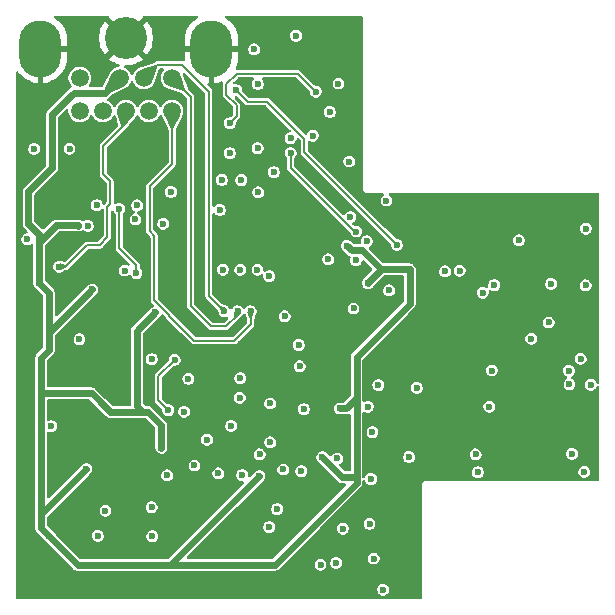
<source format=gbr>
%TF.GenerationSoftware,KiCad,Pcbnew,9.0.0*%
%TF.CreationDate,2025-11-21T22:56:44-08:00*%
%TF.ProjectId,MegaAV_Pro_VA0,4d656761-4156-45f5-9072-6f5f5641302e,rev?*%
%TF.SameCoordinates,Original*%
%TF.FileFunction,Copper,L3,Inr*%
%TF.FilePolarity,Positive*%
%FSLAX46Y46*%
G04 Gerber Fmt 4.6, Leading zero omitted, Abs format (unit mm)*
G04 Created by KiCad (PCBNEW 9.0.0) date 2025-11-21 22:56:44*
%MOMM*%
%LPD*%
G01*
G04 APERTURE LIST*
%TA.AperFunction,ComponentPad*%
%ADD10C,1.508000*%
%TD*%
%TA.AperFunction,ComponentPad*%
%ADD11O,3.556000X4.826000*%
%TD*%
%TA.AperFunction,ComponentPad*%
%ADD12C,3.556000*%
%TD*%
%TA.AperFunction,ViaPad*%
%ADD13C,0.600000*%
%TD*%
%TA.AperFunction,Conductor*%
%ADD14C,0.600000*%
%TD*%
%TA.AperFunction,Conductor*%
%ADD15C,0.200000*%
%TD*%
G04 APERTURE END LIST*
D10*
%TO.N,/B-OUT*%
%TO.C,CN1*%
X180453000Y-99929200D03*
%TO.N,+5V*%
X178421000Y-99929200D03*
%TO.N,/G-OUT*%
X182840600Y-99929200D03*
%TO.N,/CV-OUT*%
X180884800Y-102723200D03*
%TO.N,/CSync_OUT*%
X178929000Y-102723200D03*
%TO.N,/AUD-M*%
X175017400Y-99929200D03*
%TO.N,/R-OUT*%
X182840600Y-102723200D03*
%TO.N,/AUD-L*%
X176973200Y-102723200D03*
%TO.N,/AUD-R*%
X175017400Y-102723200D03*
D11*
%TO.N,GND*%
X171690000Y-97440000D03*
D12*
X178929000Y-96551000D03*
D11*
X186168000Y-97440000D03*
%TD*%
D13*
%TO.N,+5V*%
X191465312Y-141155380D03*
X186889274Y-111095638D03*
X195550000Y-132025000D03*
X197025000Y-127900000D03*
X176462500Y-110687500D03*
X187730834Y-106277760D03*
X197650000Y-114125000D03*
X199425000Y-117300000D03*
X176075000Y-117825000D03*
X174903353Y-112417717D03*
X176784000Y-127390224D03*
X190217725Y-133631536D03*
X179733996Y-111883932D03*
X181923297Y-131231303D03*
X171575000Y-117300000D03*
X172375000Y-138675000D03*
X175578296Y-133039208D03*
X171749000Y-126625000D03*
X171775000Y-136300000D03*
X181426239Y-119759797D03*
X181923297Y-129331303D03*
%TO.N,/B-IN*%
X182414181Y-133561289D03*
X183855361Y-128181999D03*
%TO.N,GND*%
X177820000Y-117880000D03*
X170800000Y-124575000D03*
X213248398Y-125209746D03*
X192274286Y-132168631D03*
X202300000Y-125125000D03*
X202425000Y-110850000D03*
X192525000Y-101200000D03*
X204800000Y-127900000D03*
X194275000Y-135800000D03*
X209825000Y-130475000D03*
X201275000Y-138650000D03*
X197891919Y-100674356D03*
X200814519Y-127924030D03*
X177280000Y-104000000D03*
X196900000Y-120500000D03*
X201750000Y-142825000D03*
X192692823Y-142191116D03*
X201250000Y-136625000D03*
X176616729Y-112383001D03*
X193250000Y-138050000D03*
X173500000Y-138525000D03*
X196118602Y-101977998D03*
X188637443Y-122436086D03*
X192450000Y-130155000D03*
X182980984Y-124742600D03*
X178600000Y-124600000D03*
X199700000Y-124325000D03*
X194550000Y-117675000D03*
X190145620Y-143319483D03*
X170340000Y-116120000D03*
X197400000Y-113150000D03*
X187003511Y-124156265D03*
X189975000Y-112875000D03*
X200050000Y-117975000D03*
X185168079Y-101981654D03*
X183435489Y-108890691D03*
X190584584Y-136011170D03*
X174700000Y-110840000D03*
X170940000Y-127850000D03*
X209775000Y-126525000D03*
X197000000Y-125250000D03*
X176125000Y-125275000D03*
X204675000Y-110575000D03*
X175225691Y-96064718D03*
X213250000Y-120950000D03*
X178850000Y-122700000D03*
X176980000Y-109920000D03*
X173450000Y-123375000D03*
X217250000Y-125125000D03*
X206075000Y-120975000D03*
X180950000Y-125125000D03*
X172121779Y-112130665D03*
X190550000Y-137200000D03*
X199925000Y-135800000D03*
X199590016Y-126663051D03*
X187425000Y-121575000D03*
X190327482Y-120904253D03*
X176050000Y-120800000D03*
X198650000Y-120900000D03*
X177600000Y-138900000D03*
X171525000Y-122725000D03*
X193075000Y-127550000D03*
X206202509Y-118279022D03*
X198700000Y-139375000D03*
X179076057Y-109732146D03*
X182725570Y-126810847D03*
X197800000Y-116100000D03*
X172664979Y-109395377D03*
X197325000Y-142900000D03*
X202875000Y-114025000D03*
X182544235Y-121600010D03*
X209900000Y-133225000D03*
X212520237Y-115073602D03*
X203125000Y-141075000D03*
X181609574Y-110595272D03*
X179800618Y-136445143D03*
X205460938Y-129793538D03*
X202525000Y-138700000D03*
X173167032Y-113434738D03*
X199525000Y-143025000D03*
%TO.N,/PSG*%
X177190000Y-136570000D03*
X209700000Y-127750000D03*
X199675000Y-133875000D03*
%TO.N,/32X_L*%
X208538235Y-131788235D03*
X195400000Y-141130000D03*
X181160000Y-138720000D03*
%TO.N,/32X_R*%
X196725000Y-140975000D03*
X191725000Y-136425000D03*
X193775000Y-133200000D03*
X209903061Y-124692647D03*
%TO.N,/FM_R*%
X199550000Y-137680000D03*
X197300000Y-138075000D03*
%TO.N,/FM_L*%
X191050000Y-137950000D03*
X181109193Y-136259055D03*
%TO.N,/G-IN*%
X185789196Y-130539927D03*
X184725538Y-132731742D03*
%TO.N,/R-OUT*%
X189490000Y-119670000D03*
%TO.N,/G-OUT*%
X188390000Y-119670000D03*
%TO.N,/B-OUT*%
X187270000Y-119680000D03*
%TO.N,/R-IN*%
X188560124Y-126994306D03*
X186752677Y-133397464D03*
%TO.N,/CD_R*%
X209137588Y-118103133D03*
X176560000Y-138690000D03*
X199900000Y-140610000D03*
%TO.N,/CD_L*%
X210107778Y-117457777D03*
X200700000Y-143250000D03*
%TO.N,/AUD-R*%
X191050000Y-116700000D03*
%TO.N,/AUD-L*%
X190083128Y-105861117D03*
%TO.N,/AUD-M*%
X191452162Y-107886876D03*
%TO.N,Net-(C3-Pad2)*%
X194000000Y-127950000D03*
X196808477Y-132134756D03*
%TO.N,Net-(D1-A)*%
X181120000Y-123720000D03*
X174990000Y-122040000D03*
%TO.N,Net-(C16-Pad1)*%
X193637500Y-124330000D03*
X192250000Y-133070000D03*
%TO.N,Net-(C17-Pad1)*%
X191141997Y-130767131D03*
X193567500Y-122530000D03*
X191141997Y-127476399D03*
%TO.N,Net-(C18-Pad1)*%
X192370284Y-120094804D03*
X184212655Y-125402037D03*
%TO.N,Net-(SR3-Pin_1)*%
X213250000Y-122000000D03*
X203560949Y-126154897D03*
X200300000Y-125925000D03*
X201200000Y-117900000D03*
%TO.N,Net-(SL3-Pin_1)*%
X199798987Y-129904983D03*
X214725000Y-120625000D03*
X205942466Y-116284975D03*
%TO.N,Net-(C32-Pad1)*%
X190125000Y-109600000D03*
X190057916Y-116147141D03*
%TO.N,Net-(C33-Pad1)*%
X187050388Y-108557244D03*
X188605584Y-116148386D03*
%TO.N,Net-(C34-Pad1)*%
X188690000Y-108560000D03*
X187135815Y-116153369D03*
%TO.N,/SR*%
X207176301Y-116236499D03*
X214925000Y-117350000D03*
X198193456Y-119433016D03*
%TO.N,/SL*%
X212200000Y-113675000D03*
X200981953Y-110299000D03*
X197925000Y-111700000D03*
%TO.N,/V_REF*%
X190251297Y-131782674D03*
X194749649Y-104809198D03*
X199325000Y-113750000D03*
X198400000Y-115350000D03*
X196050000Y-115275000D03*
X187838566Y-129369943D03*
X199418545Y-127751195D03*
%TO.N,/HP_R*%
X189775000Y-97500000D03*
X208724265Y-133299265D03*
%TO.N,Net-(HPR_SL2-Pin_1)*%
X216698703Y-131742764D03*
X201875000Y-114050000D03*
X188250000Y-100950000D03*
%TO.N,Net-(HPL_SL2-Pin_1)*%
X198425000Y-112925000D03*
X192880834Y-106277760D03*
X216475000Y-125850000D03*
%TO.N,/HP_L*%
X202896046Y-132006824D03*
X196200000Y-102800000D03*
%TO.N,Net-(U8-LUM_OUT)*%
X196920000Y-100390000D03*
X179870000Y-110710000D03*
X193325000Y-96350000D03*
X182081007Y-112256394D03*
%TO.N,Net-(U8-CHROM_OUT)*%
X190100000Y-100425000D03*
X178350000Y-110990000D03*
X179800000Y-116440000D03*
%TO.N,Net-(U8-CVBS_OUT)*%
X178820000Y-116230000D03*
X171157773Y-105917981D03*
%TO.N,/CSync_OUT*%
X173270000Y-115900000D03*
%TO.N,Net-(D1-K)*%
X183050399Y-123791699D03*
X182506976Y-128044125D03*
%TO.N,Net-(MD1_PU1-A)*%
X188770563Y-133539101D03*
X188600816Y-125337580D03*
%TO.N,/REGION*%
X182741249Y-109570263D03*
X170569978Y-113573614D03*
X174150000Y-105910000D03*
%TO.N,/4xCLK*%
X172593296Y-129394208D03*
X175702673Y-112447633D03*
%TO.N,Net-(HPL_RES2-C)*%
X197825000Y-107000000D03*
X217875000Y-112675000D03*
X192880834Y-105007760D03*
X216437307Y-124711642D03*
%TO.N,Net-(HPR_RES2-C)*%
X187730834Y-103737760D03*
X217425000Y-123700000D03*
X217850000Y-117475000D03*
X195000000Y-101075000D03*
%TO.N,Net-(HPR_SL1-Pin_1)*%
X218293514Y-125885960D03*
X217729895Y-133270659D03*
%TD*%
D14*
%TO.N,+5V*%
X172700000Y-107507786D02*
X172700000Y-102981761D01*
X191465312Y-141155380D02*
X191480692Y-141140000D01*
X171749000Y-136974013D02*
X171749000Y-136868504D01*
X198450000Y-134200000D02*
X198450000Y-133725000D01*
X180766994Y-128175000D02*
X181923297Y-129331303D01*
X171749000Y-138049000D02*
X171749000Y-133425000D01*
X171749000Y-133425000D02*
X171749000Y-126625000D01*
X170674000Y-112264000D02*
X170674000Y-109533786D01*
X171580000Y-113170000D02*
X170674000Y-112264000D01*
X176025000Y-126625000D02*
X171749000Y-126625000D01*
X191160000Y-141150000D02*
X174850000Y-141150000D01*
X181426239Y-119759797D02*
X179856172Y-121329864D01*
X172700000Y-102981761D02*
X174497561Y-101184200D01*
X176784000Y-127390224D02*
X176784000Y-127384000D01*
X182522501Y-141150000D02*
X182699261Y-141150000D01*
X191165380Y-141155380D02*
X191160000Y-141150000D01*
X171580000Y-117295000D02*
X171580000Y-113170000D01*
X172400000Y-119425000D02*
X172400000Y-118125000D01*
X171575000Y-117300000D02*
X171580000Y-117295000D01*
X199425000Y-117250000D02*
X199425000Y-117300000D01*
X181923297Y-129331303D02*
X181923297Y-131231303D01*
X179856172Y-121329864D02*
X179856172Y-127656172D01*
X176784000Y-127384000D02*
X176025000Y-126625000D01*
X198450000Y-126825000D02*
X198450000Y-123525000D01*
X197650000Y-114125000D02*
X198025000Y-114500000D01*
X174896683Y-112411047D02*
X173018387Y-112411047D01*
X171749000Y-123633786D02*
X171749000Y-126625000D01*
X202950000Y-119025000D02*
X202950000Y-116125000D01*
X174903353Y-112417717D02*
X174896683Y-112411047D01*
X172400000Y-122982786D02*
X171749000Y-123633786D01*
X198450000Y-133725000D02*
X197250000Y-133725000D01*
X191480692Y-141140000D02*
X191510000Y-141140000D01*
X191465312Y-141155380D02*
X191165380Y-141155380D01*
X202950000Y-116125000D02*
X200550000Y-116125000D01*
X198450000Y-133725000D02*
X198450000Y-126825000D01*
X174497561Y-101184200D02*
X177166000Y-101184200D01*
X198450000Y-127037476D02*
X197587476Y-127900000D01*
X191510000Y-141140000D02*
X198450000Y-134200000D01*
X176784000Y-127390224D02*
X177568776Y-128175000D01*
X198450000Y-123525000D02*
X202950000Y-119025000D01*
X173018387Y-112411047D02*
X171575000Y-113854434D01*
X177568776Y-128175000D02*
X180375000Y-128175000D01*
X198925000Y-114500000D02*
X200550000Y-116125000D01*
X200550000Y-116125000D02*
X199425000Y-117250000D01*
X172400000Y-118125000D02*
X171575000Y-117300000D01*
X198025000Y-114500000D02*
X198925000Y-114500000D01*
X171575000Y-113854434D02*
X171575000Y-117300000D01*
X177166000Y-101184200D02*
X178421000Y-99929200D01*
X172400000Y-121500000D02*
X176075000Y-117825000D01*
X179856172Y-127656172D02*
X180375000Y-128175000D01*
X182699261Y-141150000D02*
X190217725Y-133631536D01*
X172400000Y-119425000D02*
X172400000Y-121500000D01*
X171749000Y-136868504D02*
X175578296Y-133039208D01*
X180375000Y-128175000D02*
X180766994Y-128175000D01*
X172400000Y-119425000D02*
X172400000Y-122982786D01*
X170674000Y-109533786D02*
X172700000Y-107507786D01*
X197250000Y-133725000D02*
X195550000Y-132025000D01*
X198450000Y-126825000D02*
X198450000Y-127037476D01*
X174850000Y-141150000D02*
X171749000Y-138049000D01*
X197587476Y-127900000D02*
X197025000Y-127900000D01*
D15*
%TO.N,/R-OUT*%
X182600000Y-120025000D02*
X181308972Y-118733972D01*
X188050000Y-122175000D02*
X184725000Y-122175000D01*
X184725000Y-122175000D02*
X182600000Y-120050000D01*
X181308972Y-113268894D02*
X180929996Y-112889918D01*
X189490000Y-120735000D02*
X188050000Y-122175000D01*
X182600000Y-120050000D02*
X182600000Y-120025000D01*
X182840600Y-107189965D02*
X182840600Y-102723200D01*
X180929996Y-112889918D02*
X180929996Y-109100569D01*
X189490000Y-119670000D02*
X189490000Y-120735000D01*
X180929996Y-109100569D02*
X182840600Y-107189965D01*
X181308972Y-118733972D02*
X181308972Y-113268894D01*
%TO.N,/G-OUT*%
X186125000Y-120950000D02*
X187400000Y-120950000D01*
X184425000Y-101513600D02*
X184425000Y-119250000D01*
X182840600Y-99929200D02*
X184425000Y-101513600D01*
X184425000Y-119250000D02*
X186125000Y-120950000D01*
X188390000Y-119960000D02*
X188390000Y-119670000D01*
X187400000Y-120950000D02*
X188390000Y-119960000D01*
%TO.N,/B-OUT*%
X181582200Y-98800000D02*
X180453000Y-99929200D01*
X185950000Y-118360000D02*
X185950000Y-101075000D01*
X185950000Y-101075000D02*
X183675000Y-98800000D01*
X183675000Y-98800000D02*
X181582200Y-98800000D01*
X187270000Y-119680000D02*
X185950000Y-118360000D01*
%TO.N,Net-(HPR_SL2-Pin_1)*%
X194025000Y-106200000D02*
X201875000Y-114050000D01*
X194025000Y-105050000D02*
X194025000Y-106200000D01*
X189225000Y-101925000D02*
X190900000Y-101925000D01*
X190900000Y-101925000D02*
X194025000Y-105050000D01*
X188250000Y-100950000D02*
X189225000Y-101925000D01*
%TO.N,Net-(HPL_SL2-Pin_1)*%
X192880834Y-107505777D02*
X198300057Y-112925000D01*
X192880834Y-106277760D02*
X192880834Y-107505777D01*
X198300057Y-112925000D02*
X198425000Y-112925000D01*
%TO.N,Net-(U8-LUM_OUT)*%
X179890000Y-110730000D02*
X179870000Y-110710000D01*
%TO.N,Net-(U8-CHROM_OUT)*%
X179800000Y-115760000D02*
X179250000Y-115210000D01*
X178350000Y-114310000D02*
X178350000Y-110990000D01*
X179250000Y-115210000D02*
X178350000Y-114310000D01*
X179800000Y-116440000D02*
X179800000Y-115760000D01*
%TO.N,/CSync_OUT*%
X176997011Y-108089002D02*
X176997011Y-105692989D01*
X175630000Y-114070000D02*
X176701702Y-114070000D01*
X176701702Y-114070000D02*
X177363015Y-113408687D01*
X178929000Y-103761000D02*
X178929000Y-102723200D01*
X177363015Y-110829828D02*
X177583880Y-110608963D01*
X177363015Y-113408687D02*
X177363015Y-110829828D01*
X173270000Y-115900000D02*
X173800000Y-115900000D01*
X177583880Y-110608963D02*
X177583880Y-108675871D01*
X173800000Y-115900000D02*
X175630000Y-114070000D01*
X177583880Y-108675871D02*
X176997011Y-108089002D01*
X176997011Y-105692989D02*
X178929000Y-103761000D01*
%TO.N,Net-(D1-K)*%
X182506976Y-128044125D02*
X181662734Y-127199883D01*
X181662734Y-125179364D02*
X183050399Y-123791699D01*
X181662734Y-127199883D02*
X181662734Y-125179364D01*
%TO.N,/REGION*%
X182741249Y-109570263D02*
X182786575Y-109524937D01*
X182786575Y-109524937D02*
X182786575Y-109476155D01*
%TO.N,Net-(HPR_RES2-C)*%
X188300000Y-99575000D02*
X193500000Y-99575000D01*
X188300000Y-102223587D02*
X187425000Y-101348587D01*
X188300000Y-103168594D02*
X188300000Y-102223587D01*
X187425000Y-101348587D02*
X187425000Y-100450000D01*
X187730834Y-103737760D02*
X188300000Y-103168594D01*
X193500000Y-99575000D02*
X195000000Y-101075000D01*
X187425000Y-100450000D02*
X188300000Y-99575000D01*
%TD*%
%TA.AperFunction,Conductor*%
%TO.N,/G-OUT*%
G36*
X183578860Y-99785843D02*
G01*
X183583420Y-99791778D01*
X183965023Y-100907659D01*
X183964457Y-100916596D01*
X183962225Y-100919718D01*
X183831118Y-101050825D01*
X183822845Y-101054252D01*
X183819060Y-101053623D01*
X183547300Y-100960688D01*
X182703178Y-100672020D01*
X182696459Y-100666100D01*
X182695486Y-100658679D01*
X182838373Y-99936178D01*
X182843339Y-99928729D01*
X182847576Y-99926973D01*
X183570079Y-99784086D01*
X183578860Y-99785843D01*
G37*
%TD.AperFunction*%
%TD*%
%TA.AperFunction,Conductor*%
%TO.N,/R-OUT*%
G36*
X182847107Y-102726558D02*
G01*
X183415549Y-103107285D01*
X183459031Y-103136409D01*
X183463998Y-103143860D01*
X183463025Y-103151281D01*
X182943811Y-104210163D01*
X182937092Y-104216083D01*
X182933306Y-104216712D01*
X182747894Y-104216712D01*
X182739621Y-104213285D01*
X182737389Y-104210163D01*
X182218174Y-103151281D01*
X182217608Y-103142344D01*
X182222167Y-103136410D01*
X182834090Y-102726559D01*
X182842870Y-102724803D01*
X182847107Y-102726558D01*
G37*
%TD.AperFunction*%
%TD*%
%TA.AperFunction,Conductor*%
%TO.N,/B-OUT*%
G36*
X181440396Y-98805342D02*
G01*
X181443518Y-98807574D01*
X181574625Y-98938681D01*
X181578052Y-98946954D01*
X181577423Y-98950740D01*
X181195820Y-100066621D01*
X181189900Y-100073340D01*
X181182479Y-100074313D01*
X180459980Y-99931427D01*
X180452529Y-99926460D01*
X180450773Y-99922221D01*
X180307886Y-99199719D01*
X180309643Y-99190939D01*
X180315578Y-99186379D01*
X181431462Y-98804776D01*
X181440396Y-98805342D01*
G37*
%TD.AperFunction*%
%TD*%
%TA.AperFunction,Conductor*%
%TO.N,+5V*%
G36*
X177803838Y-99516906D02*
G01*
X177805029Y-99517601D01*
X177811693Y-99522041D01*
X178419759Y-99927195D01*
X178423006Y-99930442D01*
X178832598Y-100545170D01*
X178834333Y-100553955D01*
X178829349Y-100561395D01*
X178828158Y-100562090D01*
X177584627Y-101193560D01*
X177575699Y-101194250D01*
X177571057Y-101191401D01*
X177158798Y-100779142D01*
X177155371Y-100770869D01*
X177156639Y-100765572D01*
X177260321Y-100561395D01*
X177788110Y-99522039D01*
X177794910Y-99516216D01*
X177803838Y-99516906D01*
G37*
%TD.AperFunction*%
%TD*%
%TA.AperFunction,Conductor*%
%TO.N,/CSync_OUT*%
G36*
X178933724Y-102725185D02*
G01*
X178933741Y-102725196D01*
X179544915Y-103134721D01*
X179549880Y-103142172D01*
X179548122Y-103150953D01*
X179547237Y-103152110D01*
X178685704Y-104144466D01*
X178677693Y-104148467D01*
X178669199Y-104145631D01*
X178668596Y-104145069D01*
X178538125Y-104014598D01*
X178535202Y-104009722D01*
X178274642Y-103150953D01*
X178193233Y-102882641D01*
X178194110Y-102873730D01*
X178201032Y-102868049D01*
X178202117Y-102867776D01*
X178924942Y-102723444D01*
X178933724Y-102725185D01*
G37*
%TD.AperFunction*%
%TD*%
%TA.AperFunction,Conductor*%
%TO.N,/B-OUT*%
G36*
X186927949Y-119192576D02*
G01*
X187238713Y-119337953D01*
X187424373Y-119424806D01*
X187430414Y-119431416D01*
X187430013Y-119440362D01*
X187429164Y-119441872D01*
X187272015Y-119678734D01*
X187268734Y-119682015D01*
X187031872Y-119839164D01*
X187023084Y-119840883D01*
X187015655Y-119835883D01*
X187014806Y-119834373D01*
X186941997Y-119678734D01*
X186782576Y-119337951D01*
X186782176Y-119329007D01*
X186784900Y-119324724D01*
X186914723Y-119194901D01*
X186922995Y-119191475D01*
X186927949Y-119192576D01*
G37*
%TD.AperFunction*%
%TD*%
%TA.AperFunction,Conductor*%
%TO.N,GND*%
G36*
X177381026Y-94635886D02*
G01*
X177448050Y-94655615D01*
X177493770Y-94708450D01*
X177504676Y-94767994D01*
X177504360Y-94772806D01*
X178224556Y-95493002D01*
X178101651Y-95582298D01*
X177960298Y-95723651D01*
X177871002Y-95846556D01*
X177150807Y-95126361D01*
X177150806Y-95126361D01*
X177030851Y-95282690D01*
X176881541Y-95541301D01*
X176881534Y-95541315D01*
X176767267Y-95817182D01*
X176689976Y-96105634D01*
X176651001Y-96401681D01*
X176651000Y-96401698D01*
X176651000Y-96700301D01*
X176651001Y-96700318D01*
X176689976Y-96996365D01*
X176767267Y-97284817D01*
X176881534Y-97560684D01*
X176881541Y-97560698D01*
X177030844Y-97819298D01*
X177030849Y-97819305D01*
X177150807Y-97975637D01*
X177871001Y-97255443D01*
X177960298Y-97378349D01*
X178101651Y-97519702D01*
X178224555Y-97608997D01*
X177504361Y-98329191D01*
X177660694Y-98449150D01*
X177660701Y-98449155D01*
X177919301Y-98598458D01*
X177919315Y-98598465D01*
X178195182Y-98712732D01*
X178298778Y-98740491D01*
X178358438Y-98776856D01*
X178388967Y-98839703D01*
X178380672Y-98909079D01*
X178336187Y-98962957D01*
X178290875Y-98981883D01*
X178142590Y-99011379D01*
X178142578Y-99011382D01*
X177968881Y-99083329D01*
X177968868Y-99083336D01*
X177812542Y-99187791D01*
X177812538Y-99187794D01*
X177679598Y-99320735D01*
X177679595Y-99320737D01*
X177623388Y-99404855D01*
X177623387Y-99404854D01*
X177620713Y-99408854D01*
X177604881Y-99428994D01*
X177597355Y-99443812D01*
X177593241Y-99449969D01*
X177593242Y-99449969D01*
X177575133Y-99477073D01*
X177553368Y-99529616D01*
X177549370Y-99538305D01*
X177002193Y-100615844D01*
X176954288Y-100666705D01*
X176891631Y-100683700D01*
X175893214Y-100683700D01*
X175826175Y-100664015D01*
X175780420Y-100611211D01*
X175770476Y-100542053D01*
X175790112Y-100490809D01*
X175863263Y-100381331D01*
X175863263Y-100381330D01*
X175863267Y-100381325D01*
X175872596Y-100358804D01*
X175900510Y-100291412D01*
X175935219Y-100207617D01*
X175971900Y-100023210D01*
X175971900Y-99835190D01*
X175971900Y-99835187D01*
X175971899Y-99835185D01*
X175935220Y-99650790D01*
X175935219Y-99650783D01*
X175918839Y-99611238D01*
X175863270Y-99477081D01*
X175863263Y-99477068D01*
X175758808Y-99320742D01*
X175758805Y-99320738D01*
X175625861Y-99187794D01*
X175625857Y-99187791D01*
X175469531Y-99083336D01*
X175469518Y-99083329D01*
X175295821Y-99011382D01*
X175295809Y-99011379D01*
X175111413Y-98974700D01*
X175111410Y-98974700D01*
X174923390Y-98974700D01*
X174923387Y-98974700D01*
X174738990Y-99011379D01*
X174738978Y-99011382D01*
X174565281Y-99083329D01*
X174565268Y-99083336D01*
X174408942Y-99187791D01*
X174408938Y-99187794D01*
X174275994Y-99320738D01*
X174275991Y-99320742D01*
X174171536Y-99477068D01*
X174171529Y-99477081D01*
X174099582Y-99650778D01*
X174099579Y-99650790D01*
X174062900Y-99835185D01*
X174062900Y-100023214D01*
X174099579Y-100207609D01*
X174099582Y-100207621D01*
X174171529Y-100381318D01*
X174171536Y-100381331D01*
X174275991Y-100537657D01*
X174275994Y-100537661D01*
X174286322Y-100547989D01*
X174319807Y-100609312D01*
X174314823Y-100679004D01*
X174272951Y-100734937D01*
X174260642Y-100743057D01*
X174190247Y-100783700D01*
X174190244Y-100783702D01*
X172299502Y-102674444D01*
X172299500Y-102674447D01*
X172233608Y-102788573D01*
X172199500Y-102915869D01*
X172199500Y-107249110D01*
X172179815Y-107316149D01*
X172163181Y-107336791D01*
X170273502Y-109226469D01*
X170273500Y-109226472D01*
X170207608Y-109340598D01*
X170189866Y-109406814D01*
X170173500Y-109467894D01*
X170173500Y-112198108D01*
X170173500Y-112329892D01*
X170178975Y-112350324D01*
X170207608Y-112457187D01*
X170221826Y-112481812D01*
X170273500Y-112571314D01*
X170273502Y-112571316D01*
X170566117Y-112863931D01*
X170599602Y-112925254D01*
X170594618Y-112994946D01*
X170552746Y-113050879D01*
X170510530Y-113071387D01*
X170462029Y-113084383D01*
X170376792Y-113107222D01*
X170376790Y-113107222D01*
X170376790Y-113107223D01*
X170262664Y-113173114D01*
X170262661Y-113173116D01*
X170169480Y-113266297D01*
X170169478Y-113266300D01*
X170103586Y-113380426D01*
X170081539Y-113462709D01*
X170069478Y-113507722D01*
X170069478Y-113639506D01*
X170086532Y-113703153D01*
X170103586Y-113766801D01*
X170116968Y-113789979D01*
X170169478Y-113880928D01*
X170262664Y-113974114D01*
X170376792Y-114040006D01*
X170504086Y-114074114D01*
X170504088Y-114074114D01*
X170635868Y-114074114D01*
X170635870Y-114074114D01*
X170763164Y-114040006D01*
X170877292Y-113974114D01*
X170877293Y-113974112D01*
X170884330Y-113970050D01*
X170885374Y-113971859D01*
X170940164Y-113950669D01*
X171008611Y-113964696D01*
X171058608Y-114013503D01*
X171074500Y-114074237D01*
X171074500Y-117365891D01*
X171108608Y-117493187D01*
X171136151Y-117540892D01*
X171174500Y-117607314D01*
X171533078Y-117965892D01*
X171863181Y-118295994D01*
X171896666Y-118357317D01*
X171899500Y-118383675D01*
X171899500Y-122724110D01*
X171879815Y-122791149D01*
X171863181Y-122811791D01*
X171348502Y-123326469D01*
X171348500Y-123326472D01*
X171282608Y-123440598D01*
X171264866Y-123506814D01*
X171248500Y-123567894D01*
X171248500Y-126559108D01*
X171248500Y-133359108D01*
X171248500Y-137983108D01*
X171248500Y-138114892D01*
X171255467Y-138140892D01*
X171282608Y-138242187D01*
X171309925Y-138289500D01*
X171348500Y-138356314D01*
X171348501Y-138356315D01*
X171348502Y-138356316D01*
X174445159Y-141452972D01*
X174445169Y-141452983D01*
X174449499Y-141457313D01*
X174449500Y-141457314D01*
X174542686Y-141550500D01*
X174542688Y-141550501D01*
X174542689Y-141550502D01*
X174639494Y-141606392D01*
X174639495Y-141606392D01*
X174656814Y-141616392D01*
X174784107Y-141650500D01*
X174784108Y-141650500D01*
X182456609Y-141650500D01*
X182633369Y-141650500D01*
X182765153Y-141650500D01*
X191063084Y-141650500D01*
X191095175Y-141654724D01*
X191099487Y-141655880D01*
X191099488Y-141655880D01*
X191099489Y-141655880D01*
X191531202Y-141655880D01*
X191531204Y-141655880D01*
X191658498Y-141621772D01*
X191658507Y-141621766D01*
X191666003Y-141618662D01*
X191666184Y-141619100D01*
X191685274Y-141611191D01*
X191703186Y-141606392D01*
X191817314Y-141540500D01*
X192293706Y-141064108D01*
X194899500Y-141064108D01*
X194899500Y-141195891D01*
X194933608Y-141323187D01*
X194963810Y-141375497D01*
X194999500Y-141437314D01*
X195092686Y-141530500D01*
X195206814Y-141596392D01*
X195334108Y-141630500D01*
X195334110Y-141630500D01*
X195465890Y-141630500D01*
X195465892Y-141630500D01*
X195593186Y-141596392D01*
X195707314Y-141530500D01*
X195800500Y-141437314D01*
X195866392Y-141323186D01*
X195900500Y-141195892D01*
X195900500Y-141064108D01*
X195866392Y-140936814D01*
X195850396Y-140909108D01*
X196224500Y-140909108D01*
X196224500Y-141040891D01*
X196258608Y-141168187D01*
X196274604Y-141195892D01*
X196324500Y-141282314D01*
X196417686Y-141375500D01*
X196531814Y-141441392D01*
X196659108Y-141475500D01*
X196659110Y-141475500D01*
X196790890Y-141475500D01*
X196790892Y-141475500D01*
X196918186Y-141441392D01*
X197032314Y-141375500D01*
X197125500Y-141282314D01*
X197191392Y-141168186D01*
X197225500Y-141040892D01*
X197225500Y-140909108D01*
X197191392Y-140781814D01*
X197125500Y-140667686D01*
X197032314Y-140574500D01*
X196979674Y-140544108D01*
X199399500Y-140544108D01*
X199399500Y-140675891D01*
X199433608Y-140803187D01*
X199444866Y-140822686D01*
X199499500Y-140917314D01*
X199592686Y-141010500D01*
X199706814Y-141076392D01*
X199834108Y-141110500D01*
X199834110Y-141110500D01*
X199965890Y-141110500D01*
X199965892Y-141110500D01*
X200093186Y-141076392D01*
X200207314Y-141010500D01*
X200300500Y-140917314D01*
X200366392Y-140803186D01*
X200400500Y-140675892D01*
X200400500Y-140544108D01*
X200366392Y-140416814D01*
X200300500Y-140302686D01*
X200207314Y-140209500D01*
X200150250Y-140176554D01*
X200093187Y-140143608D01*
X200029539Y-140126554D01*
X199965892Y-140109500D01*
X199834108Y-140109500D01*
X199706812Y-140143608D01*
X199592686Y-140209500D01*
X199592683Y-140209502D01*
X199499502Y-140302683D01*
X199499500Y-140302686D01*
X199433608Y-140416812D01*
X199399500Y-140544108D01*
X196979674Y-140544108D01*
X196975250Y-140541554D01*
X196918187Y-140508608D01*
X196854539Y-140491554D01*
X196790892Y-140474500D01*
X196659108Y-140474500D01*
X196531812Y-140508608D01*
X196417686Y-140574500D01*
X196417683Y-140574502D01*
X196324502Y-140667683D01*
X196324500Y-140667686D01*
X196258608Y-140781812D01*
X196224500Y-140909108D01*
X195850396Y-140909108D01*
X195800500Y-140822686D01*
X195707314Y-140729500D01*
X195650250Y-140696554D01*
X195593187Y-140663608D01*
X195529539Y-140646554D01*
X195465892Y-140629500D01*
X195334108Y-140629500D01*
X195206812Y-140663608D01*
X195092686Y-140729500D01*
X195092683Y-140729502D01*
X194999502Y-140822683D01*
X194999500Y-140822686D01*
X194933608Y-140936812D01*
X194899500Y-141064108D01*
X192293706Y-141064108D01*
X195348706Y-138009108D01*
X196799500Y-138009108D01*
X196799500Y-138140892D01*
X196800974Y-138146392D01*
X196833608Y-138268187D01*
X196863234Y-138319500D01*
X196899500Y-138382314D01*
X196992686Y-138475500D01*
X197106814Y-138541392D01*
X197234108Y-138575500D01*
X197234110Y-138575500D01*
X197365890Y-138575500D01*
X197365892Y-138575500D01*
X197493186Y-138541392D01*
X197607314Y-138475500D01*
X197700500Y-138382314D01*
X197766392Y-138268186D01*
X197800500Y-138140892D01*
X197800500Y-138009108D01*
X197766392Y-137881814D01*
X197700500Y-137767686D01*
X197607314Y-137674500D01*
X197550250Y-137641554D01*
X197502713Y-137614108D01*
X199049500Y-137614108D01*
X199049500Y-137745891D01*
X199083608Y-137873187D01*
X199089915Y-137884110D01*
X199149500Y-137987314D01*
X199242686Y-138080500D01*
X199356814Y-138146392D01*
X199484108Y-138180500D01*
X199484110Y-138180500D01*
X199615890Y-138180500D01*
X199615892Y-138180500D01*
X199743186Y-138146392D01*
X199857314Y-138080500D01*
X199950500Y-137987314D01*
X200016392Y-137873186D01*
X200050500Y-137745892D01*
X200050500Y-137614108D01*
X200016392Y-137486814D01*
X199950500Y-137372686D01*
X199857314Y-137279500D01*
X199800250Y-137246554D01*
X199743187Y-137213608D01*
X199679539Y-137196554D01*
X199615892Y-137179500D01*
X199484108Y-137179500D01*
X199356812Y-137213608D01*
X199242686Y-137279500D01*
X199242683Y-137279502D01*
X199149502Y-137372683D01*
X199149500Y-137372686D01*
X199083608Y-137486812D01*
X199049500Y-137614108D01*
X197502713Y-137614108D01*
X197493187Y-137608608D01*
X197429539Y-137591554D01*
X197365892Y-137574500D01*
X197234108Y-137574500D01*
X197106812Y-137608608D01*
X196992686Y-137674500D01*
X196992683Y-137674502D01*
X196899502Y-137767683D01*
X196899500Y-137767686D01*
X196833608Y-137881812D01*
X196825171Y-137913300D01*
X196799500Y-138009108D01*
X195348706Y-138009108D01*
X198850500Y-134507314D01*
X198916392Y-134393186D01*
X198950500Y-134265893D01*
X198950500Y-134134108D01*
X198950500Y-134046785D01*
X198970185Y-133979746D01*
X199022989Y-133933991D01*
X199092147Y-133924047D01*
X199155703Y-133953072D01*
X199193477Y-134011850D01*
X199194263Y-134014650D01*
X199200949Y-134039601D01*
X199208608Y-134068187D01*
X199232481Y-134109535D01*
X199274500Y-134182314D01*
X199367686Y-134275500D01*
X199481814Y-134341392D01*
X199609108Y-134375500D01*
X199609110Y-134375500D01*
X199740890Y-134375500D01*
X199740892Y-134375500D01*
X199868186Y-134341392D01*
X199982314Y-134275500D01*
X200075500Y-134182314D01*
X200141392Y-134068186D01*
X200175500Y-133940892D01*
X200175500Y-133809108D01*
X200141392Y-133681814D01*
X200075500Y-133567686D01*
X199982314Y-133474500D01*
X199919697Y-133438348D01*
X199868187Y-133408608D01*
X199804539Y-133391554D01*
X199740892Y-133374500D01*
X199609108Y-133374500D01*
X199481812Y-133408608D01*
X199367686Y-133474500D01*
X199367683Y-133474502D01*
X199274502Y-133567683D01*
X199274500Y-133567686D01*
X199208608Y-133681812D01*
X199194275Y-133735307D01*
X199157910Y-133794968D01*
X199095063Y-133825497D01*
X199025688Y-133817202D01*
X198971810Y-133772717D01*
X198950535Y-133706165D01*
X198950500Y-133703214D01*
X198950500Y-133233373D01*
X208223765Y-133233373D01*
X208223765Y-133365157D01*
X208227023Y-133377316D01*
X208257873Y-133492452D01*
X208266454Y-133507314D01*
X208323765Y-133606579D01*
X208416951Y-133699765D01*
X208531079Y-133765657D01*
X208658373Y-133799765D01*
X208658375Y-133799765D01*
X208790155Y-133799765D01*
X208790157Y-133799765D01*
X208917451Y-133765657D01*
X209031579Y-133699765D01*
X209124765Y-133606579D01*
X209190657Y-133492451D01*
X209224765Y-133365157D01*
X209224765Y-133233373D01*
X209217100Y-133204767D01*
X217229395Y-133204767D01*
X217229395Y-133336551D01*
X217231904Y-133345913D01*
X217263503Y-133463846D01*
X217288599Y-133507313D01*
X217329395Y-133577973D01*
X217422581Y-133671159D01*
X217521416Y-133728222D01*
X217528457Y-133732287D01*
X217536709Y-133737051D01*
X217664003Y-133771159D01*
X217664005Y-133771159D01*
X217795785Y-133771159D01*
X217795787Y-133771159D01*
X217923081Y-133737051D01*
X218037209Y-133671159D01*
X218130395Y-133577973D01*
X218196287Y-133463845D01*
X218230395Y-133336551D01*
X218230395Y-133204767D01*
X218196287Y-133077473D01*
X218193536Y-133072709D01*
X218173844Y-133038601D01*
X218130395Y-132963345D01*
X218037209Y-132870159D01*
X217972628Y-132832873D01*
X217923082Y-132804267D01*
X217859434Y-132787213D01*
X217795787Y-132770159D01*
X217664003Y-132770159D01*
X217536707Y-132804267D01*
X217422581Y-132870159D01*
X217422578Y-132870161D01*
X217329397Y-132963342D01*
X217329395Y-132963345D01*
X217263503Y-133077471D01*
X217248828Y-133132241D01*
X217229395Y-133204767D01*
X209217100Y-133204767D01*
X209190657Y-133106079D01*
X209124765Y-132991951D01*
X209031579Y-132898765D01*
X208940226Y-132846022D01*
X208917452Y-132832873D01*
X208853804Y-132815819D01*
X208790157Y-132798765D01*
X208658373Y-132798765D01*
X208531077Y-132832873D01*
X208416951Y-132898765D01*
X208416948Y-132898767D01*
X208323767Y-132991948D01*
X208323765Y-132991951D01*
X208257873Y-133106077D01*
X208241405Y-133167539D01*
X208223765Y-133233373D01*
X198950500Y-133233373D01*
X198950500Y-131940932D01*
X202395546Y-131940932D01*
X202395546Y-132072715D01*
X202429654Y-132200011D01*
X202461187Y-132254626D01*
X202495546Y-132314138D01*
X202588732Y-132407324D01*
X202702860Y-132473216D01*
X202830154Y-132507324D01*
X202830156Y-132507324D01*
X202961936Y-132507324D01*
X202961938Y-132507324D01*
X203089232Y-132473216D01*
X203203360Y-132407324D01*
X203296546Y-132314138D01*
X203362438Y-132200010D01*
X203396546Y-132072716D01*
X203396546Y-131940932D01*
X203362438Y-131813638D01*
X203359561Y-131808655D01*
X203340834Y-131776218D01*
X203340833Y-131776217D01*
X203337565Y-131770557D01*
X203309729Y-131722343D01*
X208037735Y-131722343D01*
X208037735Y-131854126D01*
X208071843Y-131981422D01*
X208104789Y-132038485D01*
X208137735Y-132095549D01*
X208230921Y-132188735D01*
X208345049Y-132254627D01*
X208472343Y-132288735D01*
X208472345Y-132288735D01*
X208604125Y-132288735D01*
X208604127Y-132288735D01*
X208731421Y-132254627D01*
X208845549Y-132188735D01*
X208938735Y-132095549D01*
X209004627Y-131981421D01*
X209038735Y-131854127D01*
X209038735Y-131722343D01*
X209026551Y-131676872D01*
X216198203Y-131676872D01*
X216198203Y-131808656D01*
X216208897Y-131848566D01*
X216232311Y-131935951D01*
X216255353Y-131975860D01*
X216298203Y-132050078D01*
X216391389Y-132143264D01*
X216505517Y-132209156D01*
X216632811Y-132243264D01*
X216632813Y-132243264D01*
X216764593Y-132243264D01*
X216764595Y-132243264D01*
X216891889Y-132209156D01*
X217006017Y-132143264D01*
X217099203Y-132050078D01*
X217165095Y-131935950D01*
X217199203Y-131808656D01*
X217199203Y-131676872D01*
X217165095Y-131549578D01*
X217099203Y-131435450D01*
X217006017Y-131342264D01*
X216948953Y-131309318D01*
X216891890Y-131276372D01*
X216828242Y-131259318D01*
X216764595Y-131242264D01*
X216632811Y-131242264D01*
X216505515Y-131276372D01*
X216391389Y-131342264D01*
X216391386Y-131342266D01*
X216298205Y-131435447D01*
X216298203Y-131435450D01*
X216232311Y-131549576D01*
X216212236Y-131624500D01*
X216198203Y-131676872D01*
X209026551Y-131676872D01*
X209004627Y-131595049D01*
X208938735Y-131480921D01*
X208845549Y-131387735D01*
X208766791Y-131342264D01*
X208731422Y-131321843D01*
X208667774Y-131304789D01*
X208604127Y-131287735D01*
X208472343Y-131287735D01*
X208345047Y-131321843D01*
X208230921Y-131387735D01*
X208230918Y-131387737D01*
X208137737Y-131480918D01*
X208137735Y-131480921D01*
X208071843Y-131595047D01*
X208037735Y-131722343D01*
X203309729Y-131722343D01*
X203296546Y-131699510D01*
X203203360Y-131606324D01*
X203120714Y-131558608D01*
X203089233Y-131540432D01*
X203025585Y-131523378D01*
X202961938Y-131506324D01*
X202830154Y-131506324D01*
X202702858Y-131540432D01*
X202588732Y-131606324D01*
X202588729Y-131606326D01*
X202495548Y-131699507D01*
X202495546Y-131699510D01*
X202429654Y-131813636D01*
X202395546Y-131940932D01*
X198950500Y-131940932D01*
X198950500Y-129839091D01*
X199298487Y-129839091D01*
X199298487Y-129970874D01*
X199332595Y-130098170D01*
X199365541Y-130155233D01*
X199398487Y-130212297D01*
X199491673Y-130305483D01*
X199605801Y-130371375D01*
X199733095Y-130405483D01*
X199733097Y-130405483D01*
X199864877Y-130405483D01*
X199864879Y-130405483D01*
X199992173Y-130371375D01*
X200106301Y-130305483D01*
X200199487Y-130212297D01*
X200265379Y-130098169D01*
X200299487Y-129970875D01*
X200299487Y-129839091D01*
X200265379Y-129711797D01*
X200199487Y-129597669D01*
X200106301Y-129504483D01*
X200029424Y-129460098D01*
X199992174Y-129438591D01*
X199928526Y-129421537D01*
X199864879Y-129404483D01*
X199733095Y-129404483D01*
X199605799Y-129438591D01*
X199491673Y-129504483D01*
X199491670Y-129504485D01*
X199398489Y-129597666D01*
X199398487Y-129597669D01*
X199332595Y-129711795D01*
X199298487Y-129839091D01*
X198950500Y-129839091D01*
X198950500Y-128273671D01*
X198970185Y-128206632D01*
X199022989Y-128160877D01*
X199092147Y-128150933D01*
X199136498Y-128166282D01*
X199225359Y-128217587D01*
X199352653Y-128251695D01*
X199352655Y-128251695D01*
X199484435Y-128251695D01*
X199484437Y-128251695D01*
X199611731Y-128217587D01*
X199725859Y-128151695D01*
X199819045Y-128058509D01*
X199884937Y-127944381D01*
X199919045Y-127817087D01*
X199919045Y-127685303D01*
X199918725Y-127684108D01*
X209199500Y-127684108D01*
X209199500Y-127815891D01*
X209233608Y-127943187D01*
X209259950Y-127988811D01*
X209299500Y-128057314D01*
X209392686Y-128150500D01*
X209506814Y-128216392D01*
X209634108Y-128250500D01*
X209634110Y-128250500D01*
X209765890Y-128250500D01*
X209765892Y-128250500D01*
X209893186Y-128216392D01*
X210007314Y-128150500D01*
X210100500Y-128057314D01*
X210166392Y-127943186D01*
X210200500Y-127815892D01*
X210200500Y-127684108D01*
X210166392Y-127556814D01*
X210100500Y-127442686D01*
X210007314Y-127349500D01*
X209947037Y-127314699D01*
X209893187Y-127283608D01*
X209829539Y-127266554D01*
X209765892Y-127249500D01*
X209634108Y-127249500D01*
X209506812Y-127283608D01*
X209392686Y-127349500D01*
X209392683Y-127349502D01*
X209299502Y-127442683D01*
X209299500Y-127442686D01*
X209233608Y-127556812D01*
X209199500Y-127684108D01*
X199918725Y-127684108D01*
X199884937Y-127558009D01*
X199880025Y-127549502D01*
X199865267Y-127523940D01*
X199819045Y-127443881D01*
X199725859Y-127350695D01*
X199663512Y-127314699D01*
X199611732Y-127284803D01*
X199548084Y-127267749D01*
X199484437Y-127250695D01*
X199352653Y-127250695D01*
X199225359Y-127284803D01*
X199225358Y-127284803D01*
X199225356Y-127284804D01*
X199225355Y-127284804D01*
X199136500Y-127336105D01*
X199068600Y-127352578D01*
X199002573Y-127329725D01*
X198959382Y-127274804D01*
X198950500Y-127228718D01*
X198950500Y-125859108D01*
X199799500Y-125859108D01*
X199799500Y-125990892D01*
X199803922Y-126007395D01*
X199833608Y-126118187D01*
X199856200Y-126157316D01*
X199899500Y-126232314D01*
X199992686Y-126325500D01*
X200091521Y-126382563D01*
X200098271Y-126386460D01*
X200106814Y-126391392D01*
X200234108Y-126425500D01*
X200234110Y-126425500D01*
X200365890Y-126425500D01*
X200365892Y-126425500D01*
X200493186Y-126391392D01*
X200607314Y-126325500D01*
X200700500Y-126232314D01*
X200766392Y-126118186D01*
X200774211Y-126089005D01*
X203060449Y-126089005D01*
X203060449Y-126220789D01*
X203061444Y-126224502D01*
X203094557Y-126348084D01*
X203127503Y-126405147D01*
X203160449Y-126462211D01*
X203253635Y-126555397D01*
X203367763Y-126621289D01*
X203495057Y-126655397D01*
X203495059Y-126655397D01*
X203626839Y-126655397D01*
X203626841Y-126655397D01*
X203754135Y-126621289D01*
X203868263Y-126555397D01*
X203961449Y-126462211D01*
X204027341Y-126348083D01*
X204061449Y-126220789D01*
X204061449Y-126089005D01*
X204027341Y-125961711D01*
X203961449Y-125847583D01*
X203868263Y-125754397D01*
X203790245Y-125709353D01*
X203754136Y-125688505D01*
X203635861Y-125656814D01*
X203626841Y-125654397D01*
X203495057Y-125654397D01*
X203367761Y-125688505D01*
X203253635Y-125754397D01*
X203253632Y-125754399D01*
X203160451Y-125847580D01*
X203160449Y-125847583D01*
X203094557Y-125961709D01*
X203082316Y-126007395D01*
X203060449Y-126089005D01*
X200774211Y-126089005D01*
X200800500Y-125990892D01*
X200800500Y-125859108D01*
X200766392Y-125731814D01*
X200700500Y-125617686D01*
X200607314Y-125524500D01*
X200550250Y-125491554D01*
X200493187Y-125458608D01*
X200429539Y-125441554D01*
X200365892Y-125424500D01*
X200234108Y-125424500D01*
X200106812Y-125458608D01*
X199992686Y-125524500D01*
X199992683Y-125524502D01*
X199899502Y-125617683D01*
X199899500Y-125617686D01*
X199833608Y-125731812D01*
X199805135Y-125838079D01*
X199799500Y-125859108D01*
X198950500Y-125859108D01*
X198950500Y-124626755D01*
X209402561Y-124626755D01*
X209402561Y-124758539D01*
X209407651Y-124777534D01*
X209436669Y-124885834D01*
X209466258Y-124937082D01*
X209502561Y-124999961D01*
X209595747Y-125093147D01*
X209709875Y-125159039D01*
X209837169Y-125193147D01*
X209837171Y-125193147D01*
X209968951Y-125193147D01*
X209968953Y-125193147D01*
X210096247Y-125159039D01*
X210210375Y-125093147D01*
X210303561Y-124999961D01*
X210369453Y-124885833D01*
X210403561Y-124758539D01*
X210403561Y-124645750D01*
X215936807Y-124645750D01*
X215936807Y-124777533D01*
X215970915Y-124904829D01*
X215989537Y-124937082D01*
X216036807Y-125018956D01*
X216129993Y-125112142D01*
X216211221Y-125159039D01*
X216251160Y-125182098D01*
X216250056Y-125184009D01*
X216295482Y-125220610D01*
X216317552Y-125286903D01*
X216300277Y-125354603D01*
X216255632Y-125398724D01*
X216167686Y-125449500D01*
X216167683Y-125449502D01*
X216074502Y-125542683D01*
X216074500Y-125542686D01*
X216008608Y-125656812D01*
X215974500Y-125784108D01*
X215974500Y-125915891D01*
X216008608Y-126043187D01*
X216029370Y-126079147D01*
X216074500Y-126157314D01*
X216167686Y-126250500D01*
X216281814Y-126316392D01*
X216409108Y-126350500D01*
X216409110Y-126350500D01*
X216540890Y-126350500D01*
X216540892Y-126350500D01*
X216668186Y-126316392D01*
X216782314Y-126250500D01*
X216875500Y-126157314D01*
X216941392Y-126043186D01*
X216975500Y-125915892D01*
X216975500Y-125784108D01*
X216941392Y-125656814D01*
X216875500Y-125542686D01*
X216782314Y-125449500D01*
X216668186Y-125383608D01*
X216668185Y-125383607D01*
X216661147Y-125379544D01*
X216662248Y-125377635D01*
X216616816Y-125341020D01*
X216594754Y-125274725D01*
X216612036Y-125207026D01*
X216656676Y-125162917D01*
X216663393Y-125159039D01*
X216744621Y-125112142D01*
X216837807Y-125018956D01*
X216903699Y-124904828D01*
X216937807Y-124777534D01*
X216937807Y-124645750D01*
X216903699Y-124518456D01*
X216837807Y-124404328D01*
X216744621Y-124311142D01*
X216687557Y-124278196D01*
X216630494Y-124245250D01*
X216559602Y-124226255D01*
X216503199Y-124211142D01*
X216371415Y-124211142D01*
X216244119Y-124245250D01*
X216129993Y-124311142D01*
X216129990Y-124311144D01*
X216036809Y-124404325D01*
X216036807Y-124404328D01*
X215970915Y-124518454D01*
X215936807Y-124645750D01*
X210403561Y-124645750D01*
X210403561Y-124626755D01*
X210369453Y-124499461D01*
X210303561Y-124385333D01*
X210210375Y-124292147D01*
X210151387Y-124258090D01*
X210096248Y-124226255D01*
X210000123Y-124200499D01*
X209968953Y-124192147D01*
X209837169Y-124192147D01*
X209709873Y-124226255D01*
X209595747Y-124292147D01*
X209595744Y-124292149D01*
X209502563Y-124385330D01*
X209502561Y-124385333D01*
X209436669Y-124499459D01*
X209402561Y-124626755D01*
X198950500Y-124626755D01*
X198950500Y-123783676D01*
X198959144Y-123754235D01*
X198965668Y-123724249D01*
X198969422Y-123719233D01*
X198970185Y-123716637D01*
X198986819Y-123695995D01*
X199048706Y-123634108D01*
X216924500Y-123634108D01*
X216924500Y-123765892D01*
X216929859Y-123785891D01*
X216958608Y-123893187D01*
X216979574Y-123929500D01*
X217024500Y-124007314D01*
X217117686Y-124100500D01*
X217231814Y-124166392D01*
X217359108Y-124200500D01*
X217359110Y-124200500D01*
X217490890Y-124200500D01*
X217490892Y-124200500D01*
X217618186Y-124166392D01*
X217732314Y-124100500D01*
X217825500Y-124007314D01*
X217891392Y-123893186D01*
X217925500Y-123765892D01*
X217925500Y-123634108D01*
X217891392Y-123506814D01*
X217825500Y-123392686D01*
X217732314Y-123299500D01*
X217652827Y-123253608D01*
X217618187Y-123233608D01*
X217554539Y-123216554D01*
X217490892Y-123199500D01*
X217359108Y-123199500D01*
X217231812Y-123233608D01*
X217117686Y-123299500D01*
X217117683Y-123299502D01*
X217024502Y-123392683D01*
X217024500Y-123392686D01*
X216958608Y-123506812D01*
X216924500Y-123634108D01*
X199048706Y-123634108D01*
X200748706Y-121934108D01*
X212749500Y-121934108D01*
X212749500Y-122065891D01*
X212783608Y-122193187D01*
X212816554Y-122250250D01*
X212849500Y-122307314D01*
X212942686Y-122400500D01*
X213056814Y-122466392D01*
X213184108Y-122500500D01*
X213184110Y-122500500D01*
X213315890Y-122500500D01*
X213315892Y-122500500D01*
X213443186Y-122466392D01*
X213557314Y-122400500D01*
X213650500Y-122307314D01*
X213716392Y-122193186D01*
X213750500Y-122065892D01*
X213750500Y-121934108D01*
X213716392Y-121806814D01*
X213650500Y-121692686D01*
X213557314Y-121599500D01*
X213500250Y-121566554D01*
X213443187Y-121533608D01*
X213379539Y-121516554D01*
X213315892Y-121499500D01*
X213184108Y-121499500D01*
X213056812Y-121533608D01*
X212942686Y-121599500D01*
X212942683Y-121599502D01*
X212849502Y-121692683D01*
X212849500Y-121692686D01*
X212783608Y-121806812D01*
X212749500Y-121934108D01*
X200748706Y-121934108D01*
X202123706Y-120559108D01*
X214224500Y-120559108D01*
X214224500Y-120690891D01*
X214258608Y-120818187D01*
X214277546Y-120850988D01*
X214324500Y-120932314D01*
X214417686Y-121025500D01*
X214531814Y-121091392D01*
X214659108Y-121125500D01*
X214659110Y-121125500D01*
X214790890Y-121125500D01*
X214790892Y-121125500D01*
X214918186Y-121091392D01*
X215032314Y-121025500D01*
X215125500Y-120932314D01*
X215191392Y-120818186D01*
X215225500Y-120690892D01*
X215225500Y-120559108D01*
X215191392Y-120431814D01*
X215125500Y-120317686D01*
X215032314Y-120224500D01*
X214975207Y-120191529D01*
X214918187Y-120158608D01*
X214806350Y-120128642D01*
X214790892Y-120124500D01*
X214659108Y-120124500D01*
X214531812Y-120158608D01*
X214417686Y-120224500D01*
X214417683Y-120224502D01*
X214324502Y-120317683D01*
X214324500Y-120317686D01*
X214258608Y-120431812D01*
X214224500Y-120559108D01*
X202123706Y-120559108D01*
X202219514Y-120463300D01*
X202784697Y-119898117D01*
X203350500Y-119332314D01*
X203416392Y-119218186D01*
X203450500Y-119090892D01*
X203450500Y-118959108D01*
X203450500Y-118037241D01*
X208637088Y-118037241D01*
X208637088Y-118169025D01*
X208647348Y-118207316D01*
X208671196Y-118296320D01*
X208691977Y-118332313D01*
X208737088Y-118410447D01*
X208830274Y-118503633D01*
X208944402Y-118569525D01*
X209071696Y-118603633D01*
X209071698Y-118603633D01*
X209203478Y-118603633D01*
X209203480Y-118603633D01*
X209330774Y-118569525D01*
X209444902Y-118503633D01*
X209538088Y-118410447D01*
X209603980Y-118296319D01*
X209638088Y-118169025D01*
X209638088Y-118037241D01*
X209629122Y-118003779D01*
X209630785Y-117933930D01*
X209669948Y-117876068D01*
X209734177Y-117848564D01*
X209803079Y-117860151D01*
X209810874Y-117864287D01*
X209914592Y-117924169D01*
X210041886Y-117958277D01*
X210041888Y-117958277D01*
X210173668Y-117958277D01*
X210173670Y-117958277D01*
X210300964Y-117924169D01*
X210415092Y-117858277D01*
X210508278Y-117765091D01*
X210574170Y-117650963D01*
X210608278Y-117523669D01*
X210608278Y-117391885D01*
X210579400Y-117284108D01*
X214424500Y-117284108D01*
X214424500Y-117415892D01*
X214426807Y-117424502D01*
X214458608Y-117543187D01*
X214466659Y-117557131D01*
X214524500Y-117657314D01*
X214617686Y-117750500D01*
X214731814Y-117816392D01*
X214859108Y-117850500D01*
X214859110Y-117850500D01*
X214990890Y-117850500D01*
X214990892Y-117850500D01*
X215118186Y-117816392D01*
X215232314Y-117750500D01*
X215325500Y-117657314D01*
X215391392Y-117543186D01*
X215425500Y-117415892D01*
X215425500Y-117409108D01*
X217349500Y-117409108D01*
X217349500Y-117540891D01*
X217383608Y-117668187D01*
X217402413Y-117700757D01*
X217449500Y-117782314D01*
X217542686Y-117875500D01*
X217656814Y-117941392D01*
X217784108Y-117975500D01*
X217784110Y-117975500D01*
X217915890Y-117975500D01*
X217915892Y-117975500D01*
X218043186Y-117941392D01*
X218157314Y-117875500D01*
X218250500Y-117782314D01*
X218316392Y-117668186D01*
X218350500Y-117540892D01*
X218350500Y-117409108D01*
X218316392Y-117281814D01*
X218250500Y-117167686D01*
X218157314Y-117074500D01*
X218100250Y-117041554D01*
X218043187Y-117008608D01*
X217978908Y-116991385D01*
X217915892Y-116974500D01*
X217784108Y-116974500D01*
X217656812Y-117008608D01*
X217542686Y-117074500D01*
X217542683Y-117074502D01*
X217449502Y-117167683D01*
X217449500Y-117167686D01*
X217383608Y-117281812D01*
X217349500Y-117409108D01*
X215425500Y-117409108D01*
X215425500Y-117284108D01*
X215391392Y-117156814D01*
X215325500Y-117042686D01*
X215232314Y-116949500D01*
X215157649Y-116906392D01*
X215118187Y-116883608D01*
X215054539Y-116866554D01*
X214990892Y-116849500D01*
X214859108Y-116849500D01*
X214731812Y-116883608D01*
X214617686Y-116949500D01*
X214617683Y-116949502D01*
X214524502Y-117042683D01*
X214524500Y-117042686D01*
X214458608Y-117156812D01*
X214425115Y-117281812D01*
X214424500Y-117284108D01*
X210579400Y-117284108D01*
X210574170Y-117264591D01*
X210508278Y-117150463D01*
X210415092Y-117057277D01*
X210358028Y-117024331D01*
X210300965Y-116991385D01*
X210237317Y-116974331D01*
X210173670Y-116957277D01*
X210041886Y-116957277D01*
X209914590Y-116991385D01*
X209800464Y-117057277D01*
X209800461Y-117057279D01*
X209707280Y-117150460D01*
X209707278Y-117150463D01*
X209641386Y-117264589D01*
X209616194Y-117358608D01*
X209607278Y-117391885D01*
X209607278Y-117523669D01*
X209611893Y-117540891D01*
X209616244Y-117557131D01*
X209614579Y-117626981D01*
X209575415Y-117684843D01*
X209511186Y-117712345D01*
X209442284Y-117700757D01*
X209434481Y-117696616D01*
X209366411Y-117657316D01*
X209330775Y-117636741D01*
X209220957Y-117607316D01*
X209203480Y-117602633D01*
X209071696Y-117602633D01*
X208944400Y-117636741D01*
X208830274Y-117702633D01*
X208830271Y-117702635D01*
X208737090Y-117795816D01*
X208737088Y-117795819D01*
X208671196Y-117909945D01*
X208653631Y-117975500D01*
X208637088Y-118037241D01*
X203450500Y-118037241D01*
X203450500Y-116219083D01*
X205441966Y-116219083D01*
X205441966Y-116350867D01*
X205453171Y-116392686D01*
X205476074Y-116478162D01*
X205492617Y-116506814D01*
X205541966Y-116592289D01*
X205635152Y-116685475D01*
X205749280Y-116751367D01*
X205876574Y-116785475D01*
X205876576Y-116785475D01*
X206008356Y-116785475D01*
X206008358Y-116785475D01*
X206135652Y-116751367D01*
X206249780Y-116685475D01*
X206342966Y-116592289D01*
X206408858Y-116478161D01*
X206442966Y-116350867D01*
X206442966Y-116219083D01*
X206429977Y-116170607D01*
X206675801Y-116170607D01*
X206675801Y-116302391D01*
X206709909Y-116429685D01*
X206775801Y-116543813D01*
X206868987Y-116636999D01*
X206952948Y-116685474D01*
X206974624Y-116697989D01*
X206983115Y-116702891D01*
X207110409Y-116736999D01*
X207110411Y-116736999D01*
X207242191Y-116736999D01*
X207242193Y-116736999D01*
X207369487Y-116702891D01*
X207483615Y-116636999D01*
X207576801Y-116543813D01*
X207642693Y-116429685D01*
X207676801Y-116302391D01*
X207676801Y-116170607D01*
X207642693Y-116043313D01*
X207576801Y-115929185D01*
X207483615Y-115835999D01*
X207409712Y-115793331D01*
X207369488Y-115770107D01*
X207296301Y-115750497D01*
X207242193Y-115735999D01*
X207110409Y-115735999D01*
X206983113Y-115770107D01*
X206868987Y-115835999D01*
X206868984Y-115836001D01*
X206775803Y-115929182D01*
X206775801Y-115929185D01*
X206709909Y-116043311D01*
X206678039Y-116162254D01*
X206675801Y-116170607D01*
X206429977Y-116170607D01*
X206408858Y-116091789D01*
X206406368Y-116087477D01*
X206389991Y-116059110D01*
X206342966Y-115977661D01*
X206249780Y-115884475D01*
X206172448Y-115839827D01*
X206135653Y-115818583D01*
X206036016Y-115791886D01*
X206008358Y-115784475D01*
X205876574Y-115784475D01*
X205749278Y-115818583D01*
X205635152Y-115884475D01*
X205635149Y-115884477D01*
X205541968Y-115977658D01*
X205541966Y-115977661D01*
X205476074Y-116091787D01*
X205449460Y-116191114D01*
X205441966Y-116219083D01*
X203450500Y-116219083D01*
X203450500Y-116059108D01*
X203416392Y-115931814D01*
X203414872Y-115929182D01*
X203389062Y-115884477D01*
X203350500Y-115817686D01*
X203257314Y-115724500D01*
X203200250Y-115691554D01*
X203143187Y-115658608D01*
X203079539Y-115641554D01*
X203015892Y-115624500D01*
X203015891Y-115624500D01*
X200808676Y-115624500D01*
X200741637Y-115604815D01*
X200720995Y-115588181D01*
X199525325Y-114392511D01*
X199491840Y-114331188D01*
X199496824Y-114261496D01*
X199538696Y-114205563D01*
X199551002Y-114197445D01*
X199632314Y-114150500D01*
X199725500Y-114057314D01*
X199791392Y-113943186D01*
X199825500Y-113815892D01*
X199825500Y-113684108D01*
X199791392Y-113556814D01*
X199725500Y-113442686D01*
X199632314Y-113349500D01*
X199573222Y-113315383D01*
X199518187Y-113283608D01*
X199453580Y-113266297D01*
X199390892Y-113249500D01*
X199259108Y-113249500D01*
X199131814Y-113283608D01*
X199131813Y-113283608D01*
X199131811Y-113283609D01*
X199131810Y-113283609D01*
X199028695Y-113343143D01*
X198960795Y-113359616D01*
X198894768Y-113336763D01*
X198851577Y-113281842D01*
X198844936Y-113212289D01*
X198859307Y-113173757D01*
X198891392Y-113118186D01*
X198925500Y-112990892D01*
X198925500Y-112859108D01*
X198891392Y-112731814D01*
X198825500Y-112617686D01*
X198732314Y-112524500D01*
X198658380Y-112481814D01*
X198618187Y-112458608D01*
X198542466Y-112438319D01*
X198490892Y-112424500D01*
X198359108Y-112424500D01*
X198322116Y-112434411D01*
X198310115Y-112434124D01*
X198298871Y-112438319D01*
X198275835Y-112433307D01*
X198252266Y-112432746D01*
X198240619Y-112425647D01*
X198230598Y-112423467D01*
X198202344Y-112402316D01*
X198136238Y-112336210D01*
X198102753Y-112274887D01*
X198107737Y-112205195D01*
X198149609Y-112149262D01*
X198161920Y-112141142D01*
X198232314Y-112100500D01*
X198325500Y-112007314D01*
X198391392Y-111893186D01*
X198425500Y-111765892D01*
X198425500Y-111634108D01*
X198391392Y-111506814D01*
X198385226Y-111496135D01*
X198380969Y-111488761D01*
X198325500Y-111392686D01*
X198232314Y-111299500D01*
X198172122Y-111264748D01*
X198118187Y-111233608D01*
X198013038Y-111205434D01*
X197990892Y-111199500D01*
X197859108Y-111199500D01*
X197731812Y-111233608D01*
X197617686Y-111299500D01*
X197617683Y-111299502D01*
X197524502Y-111392683D01*
X197524500Y-111392686D01*
X197483857Y-111463081D01*
X197433289Y-111511296D01*
X197364682Y-111524518D01*
X197299817Y-111498550D01*
X197288789Y-111488761D01*
X193217653Y-107417625D01*
X193184168Y-107356302D01*
X193181334Y-107329944D01*
X193181334Y-106736436D01*
X193201019Y-106669397D01*
X193217653Y-106648755D01*
X193281334Y-106585074D01*
X193347226Y-106470946D01*
X193381334Y-106343652D01*
X193381334Y-106211868D01*
X193347226Y-106084574D01*
X193281334Y-105970446D01*
X193188148Y-105877260D01*
X193084572Y-105817460D01*
X193074021Y-105811368D01*
X192961206Y-105781140D01*
X192946726Y-105777260D01*
X192814942Y-105777260D01*
X192687646Y-105811368D01*
X192573520Y-105877260D01*
X192573517Y-105877262D01*
X192480336Y-105970443D01*
X192480334Y-105970446D01*
X192414442Y-106084572D01*
X192407316Y-106111167D01*
X192380334Y-106211868D01*
X192380334Y-106343652D01*
X192385148Y-106361617D01*
X192414442Y-106470947D01*
X192447388Y-106528010D01*
X192480334Y-106585074D01*
X192480336Y-106585076D01*
X192544015Y-106648755D01*
X192577500Y-106710078D01*
X192580334Y-106736436D01*
X192580334Y-107545339D01*
X192589504Y-107579562D01*
X192600813Y-107621767D01*
X192600816Y-107621772D01*
X192640369Y-107690281D01*
X192640375Y-107690289D01*
X197894974Y-112944888D01*
X197927067Y-113000474D01*
X197958608Y-113118186D01*
X198024500Y-113232314D01*
X198117686Y-113325500D01*
X198231814Y-113391392D01*
X198359108Y-113425500D01*
X198359110Y-113425500D01*
X198490890Y-113425500D01*
X198490892Y-113425500D01*
X198618186Y-113391392D01*
X198721306Y-113331855D01*
X198789203Y-113315383D01*
X198855230Y-113338235D01*
X198898421Y-113393156D01*
X198905063Y-113462709D01*
X198890691Y-113501243D01*
X198858609Y-113556810D01*
X198858609Y-113556811D01*
X198858609Y-113556812D01*
X198858608Y-113556814D01*
X198824500Y-113684108D01*
X198824500Y-113815892D01*
X198828157Y-113829541D01*
X198831873Y-113843407D01*
X198830210Y-113913256D01*
X198791048Y-113971119D01*
X198726819Y-113998623D01*
X198712098Y-113999500D01*
X198283676Y-113999500D01*
X198216637Y-113979815D01*
X198195995Y-113963181D01*
X197957316Y-113724502D01*
X197957314Y-113724500D01*
X197887353Y-113684108D01*
X197843187Y-113658608D01*
X197771892Y-113639505D01*
X197715892Y-113624500D01*
X197584108Y-113624500D01*
X197456812Y-113658608D01*
X197342686Y-113724500D01*
X197342683Y-113724502D01*
X197249502Y-113817683D01*
X197249500Y-113817686D01*
X197183608Y-113931812D01*
X197165478Y-113999475D01*
X197149500Y-114059108D01*
X197149500Y-114190892D01*
X197153431Y-114205563D01*
X197183608Y-114318187D01*
X197206200Y-114357316D01*
X197249500Y-114432314D01*
X197717686Y-114900500D01*
X197831814Y-114966392D01*
X197859087Y-114973699D01*
X197918747Y-115010064D01*
X197949276Y-115072910D01*
X197940982Y-115142286D01*
X197934386Y-115155464D01*
X197933610Y-115156806D01*
X197933609Y-115156811D01*
X197933608Y-115156813D01*
X197933608Y-115156814D01*
X197899500Y-115284108D01*
X197899500Y-115415892D01*
X197908276Y-115448644D01*
X197933608Y-115543187D01*
X197966554Y-115600250D01*
X197999500Y-115657314D01*
X198092686Y-115750500D01*
X198206814Y-115816392D01*
X198334108Y-115850500D01*
X198334110Y-115850500D01*
X198465890Y-115850500D01*
X198465892Y-115850500D01*
X198593186Y-115816392D01*
X198707314Y-115750500D01*
X198800500Y-115657314D01*
X198866392Y-115543186D01*
X198894062Y-115439915D01*
X198930425Y-115380259D01*
X198993272Y-115349729D01*
X199062648Y-115358023D01*
X199101517Y-115384331D01*
X199754504Y-116037318D01*
X199787989Y-116098641D01*
X199783005Y-116168333D01*
X199754504Y-116212680D01*
X199100245Y-116866940D01*
X199100244Y-116866940D01*
X199100245Y-116866941D01*
X199024500Y-116942686D01*
X198958608Y-117056812D01*
X198924500Y-117184108D01*
X198924500Y-117365891D01*
X198958608Y-117493187D01*
X198986151Y-117540892D01*
X199024500Y-117607314D01*
X199117686Y-117700500D01*
X199216521Y-117757563D01*
X199231810Y-117766390D01*
X199231814Y-117766392D01*
X199359108Y-117800500D01*
X199359110Y-117800500D01*
X199490890Y-117800500D01*
X199490892Y-117800500D01*
X199618186Y-117766392D01*
X199732314Y-117700500D01*
X199825500Y-117607314D01*
X199885641Y-117503145D01*
X199905342Y-117477470D01*
X200720994Y-116661819D01*
X200782317Y-116628334D01*
X200808675Y-116625500D01*
X202325500Y-116625500D01*
X202392539Y-116645185D01*
X202438294Y-116697989D01*
X202449500Y-116749500D01*
X202449500Y-118766324D01*
X202429815Y-118833363D01*
X202413181Y-118854005D01*
X198049502Y-123217683D01*
X198049500Y-123217686D01*
X197983608Y-123331812D01*
X197949500Y-123459108D01*
X197949500Y-126778800D01*
X197929815Y-126845839D01*
X197913181Y-126866481D01*
X197416481Y-127363181D01*
X197355158Y-127396666D01*
X197328800Y-127399500D01*
X196959108Y-127399500D01*
X196831812Y-127433608D01*
X196717686Y-127499500D01*
X196717683Y-127499502D01*
X196624502Y-127592683D01*
X196624500Y-127592686D01*
X196558608Y-127706812D01*
X196536774Y-127788300D01*
X196524500Y-127834108D01*
X196524500Y-127965892D01*
X196527807Y-127978233D01*
X196558608Y-128093187D01*
X196587476Y-128143186D01*
X196624500Y-128207314D01*
X196717686Y-128300500D01*
X196831814Y-128366392D01*
X196959108Y-128400500D01*
X196959110Y-128400500D01*
X197653366Y-128400500D01*
X197653368Y-128400500D01*
X197780662Y-128366392D01*
X197780663Y-128366391D01*
X197788513Y-128364288D01*
X197789049Y-128366291D01*
X197847520Y-128360007D01*
X197909998Y-128391283D01*
X197945649Y-128451373D01*
X197949500Y-128482036D01*
X197949500Y-133100500D01*
X197929815Y-133167539D01*
X197877011Y-133213294D01*
X197825500Y-133224500D01*
X197508676Y-133224500D01*
X197441637Y-133204815D01*
X197420995Y-133188181D01*
X197009613Y-132776799D01*
X196976128Y-132715476D01*
X196981112Y-132645784D01*
X197022984Y-132589851D01*
X197035294Y-132581731D01*
X197050737Y-132572815D01*
X197115791Y-132535256D01*
X197208977Y-132442070D01*
X197274869Y-132327942D01*
X197308977Y-132200648D01*
X197308977Y-132068864D01*
X197274869Y-131941570D01*
X197270278Y-131933619D01*
X197266040Y-131926277D01*
X197208977Y-131827442D01*
X197115791Y-131734256D01*
X197016403Y-131676874D01*
X197001664Y-131668364D01*
X196938016Y-131651310D01*
X196874369Y-131634256D01*
X196742585Y-131634256D01*
X196615289Y-131668364D01*
X196501163Y-131734256D01*
X196501160Y-131734258D01*
X196407979Y-131827439D01*
X196407975Y-131827445D01*
X196361500Y-131907940D01*
X196310933Y-131956154D01*
X196242325Y-131969376D01*
X196177461Y-131943408D01*
X196166433Y-131933619D01*
X195857316Y-131624502D01*
X195857314Y-131624500D01*
X195796668Y-131589486D01*
X195743187Y-131558608D01*
X195668574Y-131538616D01*
X195615892Y-131524500D01*
X195484108Y-131524500D01*
X195356812Y-131558608D01*
X195242686Y-131624500D01*
X195242683Y-131624502D01*
X195149502Y-131717683D01*
X195149500Y-131717686D01*
X195083608Y-131831812D01*
X195077629Y-131854127D01*
X195049500Y-131959108D01*
X195049500Y-132090892D01*
X195063532Y-132143261D01*
X195083608Y-132218187D01*
X195104647Y-132254627D01*
X195149500Y-132332314D01*
X196942686Y-134125500D01*
X197056814Y-134191392D01*
X197184108Y-134225500D01*
X197315892Y-134225500D01*
X197417324Y-134225500D01*
X197484363Y-134245185D01*
X197530118Y-134297989D01*
X197540062Y-134367147D01*
X197511037Y-134430703D01*
X197505005Y-134437181D01*
X191328155Y-140614030D01*
X191266832Y-140647515D01*
X191234019Y-140648884D01*
X191234019Y-140649500D01*
X184206937Y-140649500D01*
X184139898Y-140629815D01*
X184094143Y-140577011D01*
X184084199Y-140507853D01*
X184113224Y-140444297D01*
X184119256Y-140437819D01*
X186672967Y-137884108D01*
X190549500Y-137884108D01*
X190549500Y-138015891D01*
X190583608Y-138143187D01*
X190605151Y-138180499D01*
X190649500Y-138257314D01*
X190742686Y-138350500D01*
X190856814Y-138416392D01*
X190984108Y-138450500D01*
X190984110Y-138450500D01*
X191115890Y-138450500D01*
X191115892Y-138450500D01*
X191243186Y-138416392D01*
X191357314Y-138350500D01*
X191450500Y-138257314D01*
X191516392Y-138143186D01*
X191550500Y-138015892D01*
X191550500Y-137884108D01*
X191516392Y-137756814D01*
X191450500Y-137642686D01*
X191357314Y-137549500D01*
X191300250Y-137516554D01*
X191243187Y-137483608D01*
X191179539Y-137466554D01*
X191115892Y-137449500D01*
X190984108Y-137449500D01*
X190856812Y-137483608D01*
X190742686Y-137549500D01*
X190742683Y-137549502D01*
X190649502Y-137642683D01*
X190649500Y-137642686D01*
X190583608Y-137756812D01*
X190549500Y-137884108D01*
X186672967Y-137884108D01*
X188197967Y-136359108D01*
X191224500Y-136359108D01*
X191224500Y-136490891D01*
X191258608Y-136618187D01*
X191282491Y-136659552D01*
X191324500Y-136732314D01*
X191417686Y-136825500D01*
X191531814Y-136891392D01*
X191659108Y-136925500D01*
X191659110Y-136925500D01*
X191790890Y-136925500D01*
X191790892Y-136925500D01*
X191918186Y-136891392D01*
X192032314Y-136825500D01*
X192125500Y-136732314D01*
X192191392Y-136618186D01*
X192225500Y-136490892D01*
X192225500Y-136359108D01*
X192191392Y-136231814D01*
X192125500Y-136117686D01*
X192032314Y-136024500D01*
X191975250Y-135991554D01*
X191918187Y-135958608D01*
X191854539Y-135941554D01*
X191790892Y-135924500D01*
X191659108Y-135924500D01*
X191531812Y-135958608D01*
X191417686Y-136024500D01*
X191417683Y-136024502D01*
X191324502Y-136117683D01*
X191324500Y-136117686D01*
X191258608Y-136231812D01*
X191224500Y-136359108D01*
X188197967Y-136359108D01*
X188293775Y-136263300D01*
X189196247Y-135360828D01*
X190618225Y-133938850D01*
X190684117Y-133824722D01*
X190718225Y-133697428D01*
X190718225Y-133565643D01*
X190684117Y-133438350D01*
X190618225Y-133324222D01*
X190525039Y-133231036D01*
X190450812Y-133188181D01*
X190410912Y-133165144D01*
X190311858Y-133138603D01*
X190283618Y-133131036D01*
X190151833Y-133131036D01*
X190024537Y-133165144D01*
X189910411Y-133231036D01*
X189910408Y-133231038D01*
X189482744Y-133658703D01*
X189421421Y-133692188D01*
X189351729Y-133687204D01*
X189295796Y-133645332D01*
X189271379Y-133579868D01*
X189271063Y-133571022D01*
X189271063Y-133473211D01*
X189271063Y-133473209D01*
X189236955Y-133345915D01*
X189171063Y-133231787D01*
X189077877Y-133138601D01*
X189032827Y-133112591D01*
X189016852Y-133103368D01*
X188993088Y-133089648D01*
X188963750Y-133072709D01*
X188900102Y-133055655D01*
X188836455Y-133038601D01*
X188704671Y-133038601D01*
X188577375Y-133072709D01*
X188463249Y-133138601D01*
X188463246Y-133138603D01*
X188370065Y-133231784D01*
X188370063Y-133231787D01*
X188304171Y-133345913D01*
X188279404Y-133438348D01*
X188270063Y-133473209D01*
X188270063Y-133604993D01*
X188276008Y-133627179D01*
X188304171Y-133732288D01*
X188323437Y-133765657D01*
X188370063Y-133846415D01*
X188463249Y-133939601D01*
X188577377Y-134005493D01*
X188704671Y-134039601D01*
X188704673Y-134039601D01*
X188802484Y-134039601D01*
X188869523Y-134059286D01*
X188915278Y-134112090D01*
X188925222Y-134181248D01*
X188896197Y-134244804D01*
X188890165Y-134251282D01*
X182528266Y-140613181D01*
X182466943Y-140646666D01*
X182440585Y-140649500D01*
X175108675Y-140649500D01*
X175041636Y-140629815D01*
X175020994Y-140613181D01*
X173111476Y-138703662D01*
X173031922Y-138624108D01*
X176059500Y-138624108D01*
X176059500Y-138755892D01*
X176076554Y-138819539D01*
X176093608Y-138883187D01*
X176110929Y-138913187D01*
X176159500Y-138997314D01*
X176252686Y-139090500D01*
X176366814Y-139156392D01*
X176494108Y-139190500D01*
X176494110Y-139190500D01*
X176625890Y-139190500D01*
X176625892Y-139190500D01*
X176753186Y-139156392D01*
X176867314Y-139090500D01*
X176960500Y-138997314D01*
X177026392Y-138883186D01*
X177060500Y-138755892D01*
X177060500Y-138654108D01*
X180659500Y-138654108D01*
X180659500Y-138785891D01*
X180693608Y-138913187D01*
X180726554Y-138970250D01*
X180759500Y-139027314D01*
X180852686Y-139120500D01*
X180966814Y-139186392D01*
X181094108Y-139220500D01*
X181094110Y-139220500D01*
X181225890Y-139220500D01*
X181225892Y-139220500D01*
X181353186Y-139186392D01*
X181467314Y-139120500D01*
X181560500Y-139027314D01*
X181626392Y-138913186D01*
X181660500Y-138785892D01*
X181660500Y-138654108D01*
X181626392Y-138526814D01*
X181560500Y-138412686D01*
X181467314Y-138319500D01*
X181378436Y-138268186D01*
X181353187Y-138253608D01*
X181241223Y-138223608D01*
X181225892Y-138219500D01*
X181094108Y-138219500D01*
X180966812Y-138253608D01*
X180852686Y-138319500D01*
X180852683Y-138319502D01*
X180759502Y-138412683D01*
X180759500Y-138412686D01*
X180693608Y-138526812D01*
X180659500Y-138654108D01*
X177060500Y-138654108D01*
X177060500Y-138624108D01*
X177026392Y-138496814D01*
X176960500Y-138382686D01*
X176867314Y-138289500D01*
X176785364Y-138242186D01*
X176753187Y-138223608D01*
X176689539Y-138206554D01*
X176625892Y-138189500D01*
X176494108Y-138189500D01*
X176366812Y-138223608D01*
X176252686Y-138289500D01*
X176252683Y-138289502D01*
X176159502Y-138382683D01*
X176159500Y-138382686D01*
X176093608Y-138496812D01*
X176072524Y-138575500D01*
X176059500Y-138624108D01*
X173031922Y-138624108D01*
X172285819Y-137878005D01*
X172252334Y-137816682D01*
X172249500Y-137790324D01*
X172249500Y-137127180D01*
X172269185Y-137060141D01*
X172285819Y-137039499D01*
X172821210Y-136504108D01*
X176689500Y-136504108D01*
X176689500Y-136635892D01*
X176706554Y-136699539D01*
X176723608Y-136763187D01*
X176756554Y-136820250D01*
X176789500Y-136877314D01*
X176882686Y-136970500D01*
X176996814Y-137036392D01*
X177124108Y-137070500D01*
X177124110Y-137070500D01*
X177255890Y-137070500D01*
X177255892Y-137070500D01*
X177383186Y-137036392D01*
X177497314Y-136970500D01*
X177590500Y-136877314D01*
X177656392Y-136763186D01*
X177690500Y-136635892D01*
X177690500Y-136504108D01*
X177656392Y-136376814D01*
X177590500Y-136262686D01*
X177520977Y-136193163D01*
X180608693Y-136193163D01*
X180608693Y-136324946D01*
X180642801Y-136452242D01*
X180672748Y-136504110D01*
X180708693Y-136566369D01*
X180801879Y-136659555D01*
X180916007Y-136725447D01*
X181043301Y-136759555D01*
X181043303Y-136759555D01*
X181175083Y-136759555D01*
X181175085Y-136759555D01*
X181302379Y-136725447D01*
X181416507Y-136659555D01*
X181509693Y-136566369D01*
X181575585Y-136452241D01*
X181609693Y-136324947D01*
X181609693Y-136193163D01*
X181575585Y-136065869D01*
X181509693Y-135951741D01*
X181416507Y-135858555D01*
X181359443Y-135825609D01*
X181302380Y-135792663D01*
X181238732Y-135775609D01*
X181175085Y-135758555D01*
X181043301Y-135758555D01*
X180916005Y-135792663D01*
X180801879Y-135858555D01*
X180801876Y-135858557D01*
X180708695Y-135951738D01*
X180708693Y-135951741D01*
X180642801Y-136065867D01*
X180608693Y-136193163D01*
X177520977Y-136193163D01*
X177497314Y-136169500D01*
X177407565Y-136117683D01*
X177383187Y-136103608D01*
X177319539Y-136086554D01*
X177255892Y-136069500D01*
X177124108Y-136069500D01*
X176996812Y-136103608D01*
X176882686Y-136169500D01*
X176882683Y-136169502D01*
X176789502Y-136262683D01*
X176789500Y-136262686D01*
X176723608Y-136376812D01*
X176703397Y-136452242D01*
X176689500Y-136504108D01*
X172821210Y-136504108D01*
X172917018Y-136408300D01*
X175829922Y-133495397D01*
X181913681Y-133495397D01*
X181913681Y-133627181D01*
X181925465Y-133671159D01*
X181947789Y-133754476D01*
X181958321Y-133772717D01*
X182013681Y-133868603D01*
X182106867Y-133961789D01*
X182220995Y-134027681D01*
X182348289Y-134061789D01*
X182348291Y-134061789D01*
X182480071Y-134061789D01*
X182480073Y-134061789D01*
X182607367Y-134027681D01*
X182721495Y-133961789D01*
X182814681Y-133868603D01*
X182880573Y-133754475D01*
X182914681Y-133627181D01*
X182914681Y-133495397D01*
X182880573Y-133368103D01*
X182859482Y-133331572D01*
X186252177Y-133331572D01*
X186252177Y-133463356D01*
X186254091Y-133470499D01*
X186286285Y-133590651D01*
X186307376Y-133627181D01*
X186352177Y-133704778D01*
X186445363Y-133797964D01*
X186559491Y-133863856D01*
X186686785Y-133897964D01*
X186686787Y-133897964D01*
X186818567Y-133897964D01*
X186818569Y-133897964D01*
X186945863Y-133863856D01*
X187059991Y-133797964D01*
X187153177Y-133704778D01*
X187219069Y-133590650D01*
X187253177Y-133463356D01*
X187253177Y-133331572D01*
X187219069Y-133204278D01*
X187153177Y-133090150D01*
X187067135Y-133004108D01*
X191749500Y-133004108D01*
X191749500Y-133135892D01*
X191756171Y-133160789D01*
X191783608Y-133263187D01*
X191785170Y-133265892D01*
X191849500Y-133377314D01*
X191942686Y-133470500D01*
X192056814Y-133536392D01*
X192184108Y-133570500D01*
X192184110Y-133570500D01*
X192315890Y-133570500D01*
X192315892Y-133570500D01*
X192443186Y-133536392D01*
X192557314Y-133470500D01*
X192650500Y-133377314D01*
X192716392Y-133263186D01*
X192750500Y-133135892D01*
X192750500Y-133134108D01*
X193274500Y-133134108D01*
X193274500Y-133265891D01*
X193308608Y-133393187D01*
X193341554Y-133450250D01*
X193374500Y-133507314D01*
X193467686Y-133600500D01*
X193581814Y-133666392D01*
X193709108Y-133700500D01*
X193709110Y-133700500D01*
X193840890Y-133700500D01*
X193840892Y-133700500D01*
X193968186Y-133666392D01*
X194082314Y-133600500D01*
X194175500Y-133507314D01*
X194241392Y-133393186D01*
X194275500Y-133265892D01*
X194275500Y-133134108D01*
X194241392Y-133006814D01*
X194175500Y-132892686D01*
X194082314Y-132799500D01*
X194025250Y-132766554D01*
X193968187Y-132733608D01*
X193900516Y-132715476D01*
X193840892Y-132699500D01*
X193709108Y-132699500D01*
X193581812Y-132733608D01*
X193467686Y-132799500D01*
X193467683Y-132799502D01*
X193374502Y-132892683D01*
X193374500Y-132892686D01*
X193308608Y-133006812D01*
X193274500Y-133134108D01*
X192750500Y-133134108D01*
X192750500Y-133004108D01*
X192716392Y-132876814D01*
X192650500Y-132762686D01*
X192557314Y-132669500D01*
X192498002Y-132635256D01*
X192443187Y-132603608D01*
X192361539Y-132581731D01*
X192315892Y-132569500D01*
X192184108Y-132569500D01*
X192056812Y-132603608D01*
X191942686Y-132669500D01*
X191942683Y-132669502D01*
X191849502Y-132762683D01*
X191849500Y-132762686D01*
X191783608Y-132876812D01*
X191757750Y-132973318D01*
X191749500Y-133004108D01*
X187067135Y-133004108D01*
X187059991Y-132996964D01*
X187001756Y-132963342D01*
X186945864Y-132931072D01*
X186882216Y-132914018D01*
X186818569Y-132896964D01*
X186686785Y-132896964D01*
X186559489Y-132931072D01*
X186445363Y-132996964D01*
X186445360Y-132996966D01*
X186352179Y-133090147D01*
X186352177Y-133090150D01*
X186286285Y-133204276D01*
X186254147Y-133324219D01*
X186252177Y-133331572D01*
X182859482Y-133331572D01*
X182814681Y-133253975D01*
X182721495Y-133160789D01*
X182626735Y-133106079D01*
X182607368Y-133094897D01*
X182524559Y-133072709D01*
X182480073Y-133060789D01*
X182348289Y-133060789D01*
X182220993Y-133094897D01*
X182106867Y-133160789D01*
X182106864Y-133160791D01*
X182013683Y-133253972D01*
X182013681Y-133253975D01*
X181947789Y-133368101D01*
X181922266Y-133463356D01*
X181913681Y-133495397D01*
X175829922Y-133495397D01*
X175925730Y-133399589D01*
X175978794Y-133346524D01*
X175979456Y-133345380D01*
X175994659Y-133319045D01*
X176044688Y-133232394D01*
X176052222Y-133204278D01*
X176060203Y-133174495D01*
X176071524Y-133132241D01*
X176078796Y-133105101D01*
X176078796Y-132973316D01*
X176044688Y-132846022D01*
X176031971Y-132823996D01*
X175978796Y-132731894D01*
X175912752Y-132665850D01*
X184225038Y-132665850D01*
X184225038Y-132797634D01*
X184232102Y-132823996D01*
X184259146Y-132924929D01*
X184262693Y-132931072D01*
X184325038Y-133039056D01*
X184418224Y-133132242D01*
X184532352Y-133198134D01*
X184659646Y-133232242D01*
X184659648Y-133232242D01*
X184791428Y-133232242D01*
X184791430Y-133232242D01*
X184918724Y-133198134D01*
X185032852Y-133132242D01*
X185126038Y-133039056D01*
X185191930Y-132924928D01*
X185226038Y-132797634D01*
X185226038Y-132665850D01*
X185191930Y-132538556D01*
X185126038Y-132424428D01*
X185032852Y-132331242D01*
X184949596Y-132283174D01*
X184918725Y-132265350D01*
X184836293Y-132243263D01*
X184791430Y-132231242D01*
X184659646Y-132231242D01*
X184532350Y-132265350D01*
X184418224Y-132331242D01*
X184418221Y-132331244D01*
X184325040Y-132424425D01*
X184325038Y-132424428D01*
X184259146Y-132538554D01*
X184232310Y-132638709D01*
X184225038Y-132665850D01*
X175912752Y-132665850D01*
X175885610Y-132638708D01*
X175820554Y-132601148D01*
X175771483Y-132572816D01*
X175707835Y-132555762D01*
X175644188Y-132538708D01*
X175512403Y-132538708D01*
X175397485Y-132569500D01*
X175397484Y-132569500D01*
X175385112Y-132572814D01*
X175385111Y-132572815D01*
X175270985Y-132638706D01*
X175270979Y-132638710D01*
X172461181Y-135448509D01*
X172399858Y-135481994D01*
X172330166Y-135477010D01*
X172274233Y-135435138D01*
X172249816Y-135369674D01*
X172249500Y-135360828D01*
X172249500Y-129981843D01*
X172269185Y-129914804D01*
X172321989Y-129869049D01*
X172391147Y-129859105D01*
X172405571Y-129862063D01*
X172527404Y-129894708D01*
X172527407Y-129894708D01*
X172659186Y-129894708D01*
X172659188Y-129894708D01*
X172786482Y-129860600D01*
X172900610Y-129794708D01*
X172993796Y-129701522D01*
X173059688Y-129587394D01*
X173093796Y-129460100D01*
X173093796Y-129328316D01*
X173059688Y-129201022D01*
X172993796Y-129086894D01*
X172900610Y-128993708D01*
X172843546Y-128960762D01*
X172786483Y-128927816D01*
X172695923Y-128903551D01*
X172659188Y-128893708D01*
X172527404Y-128893708D01*
X172405592Y-128926346D01*
X172335743Y-128924684D01*
X172277881Y-128885521D01*
X172250377Y-128821293D01*
X172249500Y-128806572D01*
X172249500Y-127249500D01*
X172269185Y-127182461D01*
X172321989Y-127136706D01*
X172373500Y-127125500D01*
X175766324Y-127125500D01*
X175833363Y-127145185D01*
X175854005Y-127161819D01*
X176363454Y-127671268D01*
X176383158Y-127696945D01*
X176383502Y-127697541D01*
X176779148Y-128093186D01*
X177168276Y-128482314D01*
X177261462Y-128575500D01*
X177375590Y-128641392D01*
X177502884Y-128675500D01*
X180309108Y-128675500D01*
X180508318Y-128675500D01*
X180575357Y-128695185D01*
X180595999Y-128711819D01*
X181386478Y-129502298D01*
X181419963Y-129563621D01*
X181422797Y-129589979D01*
X181422797Y-131297195D01*
X181434873Y-131342264D01*
X181456905Y-131424490D01*
X181463233Y-131435450D01*
X181522797Y-131538617D01*
X181615983Y-131631803D01*
X181730111Y-131697695D01*
X181857405Y-131731803D01*
X181857407Y-131731803D01*
X181989187Y-131731803D01*
X181989189Y-131731803D01*
X182045249Y-131716782D01*
X189750797Y-131716782D01*
X189750797Y-131848565D01*
X189784905Y-131975861D01*
X189788116Y-131981422D01*
X189850797Y-132089988D01*
X189943983Y-132183174D01*
X190058111Y-132249066D01*
X190185405Y-132283174D01*
X190185407Y-132283174D01*
X190317187Y-132283174D01*
X190317189Y-132283174D01*
X190444483Y-132249066D01*
X190558611Y-132183174D01*
X190651797Y-132089988D01*
X190717689Y-131975860D01*
X190751797Y-131848566D01*
X190751797Y-131716782D01*
X190717689Y-131589488D01*
X190651797Y-131475360D01*
X190558611Y-131382174D01*
X190501547Y-131349228D01*
X190444484Y-131316282D01*
X190373241Y-131297193D01*
X190317189Y-131282174D01*
X190185405Y-131282174D01*
X190058109Y-131316282D01*
X189943983Y-131382174D01*
X189943980Y-131382176D01*
X189850799Y-131475357D01*
X189850797Y-131475360D01*
X189784905Y-131589486D01*
X189750797Y-131716782D01*
X182045249Y-131716782D01*
X182116483Y-131697695D01*
X182230611Y-131631803D01*
X182323797Y-131538617D01*
X182389689Y-131424489D01*
X182423797Y-131297195D01*
X182423797Y-130474035D01*
X185288696Y-130474035D01*
X185288696Y-130605818D01*
X185322804Y-130733114D01*
X185355750Y-130790177D01*
X185388696Y-130847241D01*
X185481882Y-130940427D01*
X185596010Y-131006319D01*
X185723304Y-131040427D01*
X185723306Y-131040427D01*
X185855086Y-131040427D01*
X185855088Y-131040427D01*
X185982382Y-131006319D01*
X186096510Y-130940427D01*
X186189696Y-130847241D01*
X186255588Y-130733113D01*
X186264129Y-130701239D01*
X190641497Y-130701239D01*
X190641497Y-130833023D01*
X190645307Y-130847241D01*
X190675605Y-130960318D01*
X190702164Y-131006318D01*
X190741497Y-131074445D01*
X190834683Y-131167631D01*
X190948811Y-131233523D01*
X191076105Y-131267631D01*
X191076107Y-131267631D01*
X191207887Y-131267631D01*
X191207889Y-131267631D01*
X191335183Y-131233523D01*
X191449311Y-131167631D01*
X191542497Y-131074445D01*
X191608389Y-130960317D01*
X191642497Y-130833023D01*
X191642497Y-130701239D01*
X191608389Y-130573945D01*
X191542497Y-130459817D01*
X191449311Y-130366631D01*
X191392247Y-130333685D01*
X191335184Y-130300739D01*
X191271536Y-130283685D01*
X191207889Y-130266631D01*
X191076105Y-130266631D01*
X190948809Y-130300739D01*
X190834683Y-130366631D01*
X190834680Y-130366633D01*
X190741499Y-130459814D01*
X190741497Y-130459817D01*
X190675605Y-130573943D01*
X190667064Y-130605819D01*
X190641497Y-130701239D01*
X186264129Y-130701239D01*
X186289696Y-130605819D01*
X186289696Y-130474035D01*
X186255588Y-130346741D01*
X186189696Y-130232613D01*
X186096510Y-130139427D01*
X186025049Y-130098169D01*
X185982383Y-130073535D01*
X185918735Y-130056481D01*
X185855088Y-130039427D01*
X185723304Y-130039427D01*
X185596008Y-130073535D01*
X185481882Y-130139427D01*
X185481879Y-130139429D01*
X185388698Y-130232610D01*
X185388696Y-130232613D01*
X185322804Y-130346739D01*
X185288696Y-130474035D01*
X182423797Y-130474035D01*
X182423797Y-129304051D01*
X187338066Y-129304051D01*
X187338066Y-129435835D01*
X187344568Y-129460100D01*
X187372174Y-129563130D01*
X187386183Y-129587394D01*
X187438066Y-129677257D01*
X187531252Y-129770443D01*
X187645380Y-129836335D01*
X187772674Y-129870443D01*
X187772676Y-129870443D01*
X187904456Y-129870443D01*
X187904458Y-129870443D01*
X188031752Y-129836335D01*
X188145880Y-129770443D01*
X188239066Y-129677257D01*
X188304958Y-129563129D01*
X188339066Y-129435835D01*
X188339066Y-129304051D01*
X188304958Y-129176757D01*
X188239066Y-129062629D01*
X188145880Y-128969443D01*
X188071236Y-128926347D01*
X188031753Y-128903551D01*
X187964462Y-128885521D01*
X187904458Y-128869443D01*
X187772674Y-128869443D01*
X187645378Y-128903551D01*
X187531252Y-128969443D01*
X187531249Y-128969445D01*
X187438068Y-129062626D01*
X187438066Y-129062629D01*
X187372174Y-129176755D01*
X187365672Y-129201022D01*
X187338066Y-129304051D01*
X182423797Y-129304051D01*
X182423797Y-129265411D01*
X182400042Y-129176757D01*
X182389689Y-129138117D01*
X182339296Y-129050834D01*
X182323797Y-129023989D01*
X182230611Y-128930803D01*
X181074308Y-127774500D01*
X180972303Y-127715607D01*
X180960181Y-127708608D01*
X180873215Y-127685306D01*
X180832886Y-127674500D01*
X180832885Y-127674500D01*
X180633676Y-127674500D01*
X180604235Y-127665855D01*
X180574249Y-127659332D01*
X180569233Y-127655577D01*
X180566637Y-127654815D01*
X180545995Y-127638181D01*
X180392991Y-127485177D01*
X180359506Y-127423854D01*
X180356672Y-127397496D01*
X180356672Y-125139802D01*
X181362234Y-125139802D01*
X181362234Y-127239445D01*
X181371709Y-127274804D01*
X181382713Y-127315873D01*
X181382714Y-127315874D01*
X181402128Y-127349500D01*
X181402818Y-127350695D01*
X181422273Y-127384392D01*
X181422275Y-127384395D01*
X181970157Y-127932277D01*
X182003642Y-127993600D01*
X182006476Y-128019958D01*
X182006476Y-128110017D01*
X182020104Y-128160877D01*
X182040584Y-128237312D01*
X182073530Y-128294375D01*
X182106476Y-128351439D01*
X182199662Y-128444625D01*
X182313790Y-128510517D01*
X182441084Y-128544625D01*
X182441086Y-128544625D01*
X182572866Y-128544625D01*
X182572868Y-128544625D01*
X182700162Y-128510517D01*
X182814290Y-128444625D01*
X182907476Y-128351439D01*
X182973368Y-128237311D01*
X183005844Y-128116107D01*
X183354861Y-128116107D01*
X183354861Y-128247891D01*
X183361769Y-128273671D01*
X183388969Y-128375186D01*
X183412759Y-128416391D01*
X183454861Y-128489313D01*
X183548047Y-128582499D01*
X183662175Y-128648391D01*
X183789469Y-128682499D01*
X183789471Y-128682499D01*
X183921251Y-128682499D01*
X183921253Y-128682499D01*
X184048547Y-128648391D01*
X184162675Y-128582499D01*
X184255861Y-128489313D01*
X184321753Y-128375185D01*
X184355861Y-128247891D01*
X184355861Y-128116107D01*
X184321753Y-127988813D01*
X184255861Y-127874685D01*
X184162675Y-127781499D01*
X184105611Y-127748553D01*
X184048548Y-127715607D01*
X183978899Y-127696945D01*
X183921253Y-127681499D01*
X183789469Y-127681499D01*
X183662173Y-127715607D01*
X183548047Y-127781499D01*
X183548044Y-127781501D01*
X183454863Y-127874682D01*
X183454861Y-127874685D01*
X183388969Y-127988811D01*
X183361003Y-128093186D01*
X183354861Y-128116107D01*
X183005844Y-128116107D01*
X183007476Y-128110017D01*
X183007476Y-127978233D01*
X182973368Y-127850939D01*
X182907476Y-127736811D01*
X182814290Y-127643625D01*
X182757226Y-127610679D01*
X182700163Y-127577733D01*
X182622083Y-127556812D01*
X182572868Y-127543625D01*
X182482809Y-127543625D01*
X182415770Y-127523940D01*
X182395128Y-127507306D01*
X181999553Y-127111731D01*
X181984849Y-127084803D01*
X181968257Y-127058985D01*
X181967365Y-127052784D01*
X181966068Y-127050408D01*
X181963234Y-127024050D01*
X181963234Y-126928414D01*
X188059624Y-126928414D01*
X188059624Y-127060198D01*
X188066217Y-127084803D01*
X188093732Y-127187493D01*
X188117534Y-127228718D01*
X188159624Y-127301620D01*
X188252810Y-127394806D01*
X188366938Y-127460698D01*
X188494232Y-127494806D01*
X188494234Y-127494806D01*
X188626014Y-127494806D01*
X188626016Y-127494806D01*
X188753310Y-127460698D01*
X188840243Y-127410507D01*
X190641497Y-127410507D01*
X190641497Y-127542291D01*
X190654999Y-127592683D01*
X190675605Y-127669586D01*
X190691745Y-127697541D01*
X190741497Y-127783713D01*
X190834683Y-127876899D01*
X190948811Y-127942791D01*
X191076105Y-127976899D01*
X191076107Y-127976899D01*
X191207887Y-127976899D01*
X191207889Y-127976899D01*
X191335183Y-127942791D01*
X191436825Y-127884108D01*
X193499500Y-127884108D01*
X193499500Y-128015892D01*
X193510919Y-128058508D01*
X193533608Y-128143187D01*
X193566554Y-128200250D01*
X193599500Y-128257314D01*
X193692686Y-128350500D01*
X193806814Y-128416392D01*
X193934108Y-128450500D01*
X193934110Y-128450500D01*
X194065890Y-128450500D01*
X194065892Y-128450500D01*
X194193186Y-128416392D01*
X194307314Y-128350500D01*
X194400500Y-128257314D01*
X194466392Y-128143186D01*
X194500500Y-128015892D01*
X194500500Y-127884108D01*
X194466392Y-127756814D01*
X194400500Y-127642686D01*
X194307314Y-127549500D01*
X194234232Y-127507306D01*
X194193187Y-127483608D01*
X194107680Y-127460697D01*
X194065892Y-127449500D01*
X193934108Y-127449500D01*
X193806812Y-127483608D01*
X193692686Y-127549500D01*
X193692683Y-127549502D01*
X193599502Y-127642683D01*
X193599500Y-127642686D01*
X193533608Y-127756812D01*
X193502026Y-127874682D01*
X193499500Y-127884108D01*
X191436825Y-127884108D01*
X191449311Y-127876899D01*
X191542497Y-127783713D01*
X191608389Y-127669585D01*
X191642497Y-127542291D01*
X191642497Y-127410507D01*
X191608389Y-127283213D01*
X191542497Y-127169085D01*
X191449311Y-127075899D01*
X191392247Y-127042953D01*
X191335184Y-127010007D01*
X191271536Y-126992953D01*
X191207889Y-126975899D01*
X191076105Y-126975899D01*
X190948809Y-127010007D01*
X190834683Y-127075899D01*
X190834680Y-127075901D01*
X190741499Y-127169082D01*
X190741497Y-127169085D01*
X190675605Y-127283211D01*
X190657843Y-127349501D01*
X190641497Y-127410507D01*
X188840243Y-127410507D01*
X188867438Y-127394806D01*
X188960624Y-127301620D01*
X189026516Y-127187492D01*
X189060624Y-127060198D01*
X189060624Y-126928414D01*
X189026516Y-126801120D01*
X188960624Y-126686992D01*
X188867438Y-126593806D01*
X188810374Y-126560860D01*
X188753311Y-126527914D01*
X188689663Y-126510860D01*
X188626016Y-126493806D01*
X188494232Y-126493806D01*
X188366936Y-126527914D01*
X188252810Y-126593806D01*
X188252807Y-126593808D01*
X188159626Y-126686989D01*
X188159624Y-126686992D01*
X188093732Y-126801118D01*
X188059624Y-126928414D01*
X181963234Y-126928414D01*
X181963234Y-125355196D01*
X181968827Y-125336145D01*
X183712155Y-125336145D01*
X183712155Y-125467929D01*
X183716853Y-125485462D01*
X183746263Y-125595224D01*
X183759230Y-125617683D01*
X183812155Y-125709351D01*
X183905341Y-125802537D01*
X184019469Y-125868429D01*
X184146763Y-125902537D01*
X184146765Y-125902537D01*
X184278545Y-125902537D01*
X184278547Y-125902537D01*
X184405841Y-125868429D01*
X184519969Y-125802537D01*
X184613155Y-125709351D01*
X184679047Y-125595223D01*
X184713155Y-125467929D01*
X184713155Y-125336145D01*
X184695884Y-125271688D01*
X188100316Y-125271688D01*
X188100316Y-125403472D01*
X188112649Y-125449500D01*
X188134424Y-125530767D01*
X188141304Y-125542683D01*
X188200316Y-125644894D01*
X188293502Y-125738080D01*
X188392337Y-125795143D01*
X188405144Y-125802537D01*
X188407630Y-125803972D01*
X188534924Y-125838080D01*
X188534926Y-125838080D01*
X188666706Y-125838080D01*
X188666708Y-125838080D01*
X188794002Y-125803972D01*
X188908130Y-125738080D01*
X189001316Y-125644894D01*
X189067208Y-125530766D01*
X189101316Y-125403472D01*
X189101316Y-125271688D01*
X189067208Y-125144394D01*
X189001316Y-125030266D01*
X188908130Y-124937080D01*
X188819368Y-124885833D01*
X188794003Y-124871188D01*
X188730355Y-124854134D01*
X188666708Y-124837080D01*
X188534924Y-124837080D01*
X188407628Y-124871188D01*
X188293502Y-124937080D01*
X188293499Y-124937082D01*
X188200318Y-125030263D01*
X188200316Y-125030266D01*
X188134424Y-125144392D01*
X188117642Y-125207026D01*
X188100316Y-125271688D01*
X184695884Y-125271688D01*
X184679047Y-125208851D01*
X184613155Y-125094723D01*
X184519969Y-125001537D01*
X184462905Y-124968591D01*
X184405842Y-124935645D01*
X184342194Y-124918591D01*
X184278547Y-124901537D01*
X184146763Y-124901537D01*
X184019467Y-124935645D01*
X183905341Y-125001537D01*
X183905338Y-125001539D01*
X183812157Y-125094720D01*
X183812155Y-125094723D01*
X183746263Y-125208849D01*
X183720812Y-125303835D01*
X183712155Y-125336145D01*
X181968827Y-125336145D01*
X181971878Y-125325755D01*
X181978402Y-125295769D01*
X181982156Y-125290753D01*
X181982919Y-125288157D01*
X181999548Y-125267519D01*
X182938550Y-124328517D01*
X182999873Y-124295033D01*
X183026231Y-124292199D01*
X183116289Y-124292199D01*
X183116291Y-124292199D01*
X183221129Y-124264108D01*
X193137000Y-124264108D01*
X193137000Y-124395892D01*
X193154054Y-124459539D01*
X193171108Y-124523187D01*
X193204054Y-124580250D01*
X193237000Y-124637314D01*
X193330186Y-124730500D01*
X193444314Y-124796392D01*
X193571608Y-124830500D01*
X193571610Y-124830500D01*
X193703390Y-124830500D01*
X193703392Y-124830500D01*
X193830686Y-124796392D01*
X193944814Y-124730500D01*
X194038000Y-124637314D01*
X194103892Y-124523186D01*
X194138000Y-124395892D01*
X194138000Y-124264108D01*
X194103892Y-124136814D01*
X194038000Y-124022686D01*
X193944814Y-123929500D01*
X193881918Y-123893187D01*
X193830687Y-123863608D01*
X193746684Y-123841100D01*
X193703392Y-123829500D01*
X193571608Y-123829500D01*
X193444312Y-123863608D01*
X193330186Y-123929500D01*
X193330183Y-123929502D01*
X193237002Y-124022683D01*
X193237000Y-124022686D01*
X193171108Y-124136812D01*
X193138612Y-124258091D01*
X193137000Y-124264108D01*
X183221129Y-124264108D01*
X183243585Y-124258091D01*
X183357713Y-124192199D01*
X183450899Y-124099013D01*
X183516791Y-123984885D01*
X183550899Y-123857591D01*
X183550899Y-123725807D01*
X183516791Y-123598513D01*
X183450899Y-123484385D01*
X183357713Y-123391199D01*
X183300649Y-123358253D01*
X183243586Y-123325307D01*
X183179938Y-123308253D01*
X183116291Y-123291199D01*
X182984507Y-123291199D01*
X182857211Y-123325307D01*
X182743085Y-123391199D01*
X182743082Y-123391201D01*
X182649901Y-123484382D01*
X182649899Y-123484385D01*
X182584007Y-123598511D01*
X182549899Y-123725807D01*
X182549899Y-123815865D01*
X182530214Y-123882904D01*
X182513580Y-123903546D01*
X181478223Y-124938904D01*
X181422275Y-124994851D01*
X181422269Y-124994859D01*
X181382716Y-125063368D01*
X181382713Y-125063373D01*
X181374735Y-125093147D01*
X181362234Y-125139802D01*
X180356672Y-125139802D01*
X180356672Y-123654108D01*
X180619500Y-123654108D01*
X180619500Y-123785891D01*
X180653608Y-123913187D01*
X180663027Y-123929500D01*
X180719500Y-124027314D01*
X180812686Y-124120500D01*
X180926814Y-124186392D01*
X181054108Y-124220500D01*
X181054110Y-124220500D01*
X181185890Y-124220500D01*
X181185892Y-124220500D01*
X181313186Y-124186392D01*
X181427314Y-124120500D01*
X181520500Y-124027314D01*
X181586392Y-123913186D01*
X181620500Y-123785892D01*
X181620500Y-123654108D01*
X181586392Y-123526814D01*
X181520500Y-123412686D01*
X181427314Y-123319500D01*
X181370250Y-123286554D01*
X181313187Y-123253608D01*
X181238544Y-123233608D01*
X181185892Y-123219500D01*
X181054108Y-123219500D01*
X180926812Y-123253608D01*
X180812686Y-123319500D01*
X180812683Y-123319502D01*
X180719502Y-123412683D01*
X180719500Y-123412686D01*
X180653608Y-123526812D01*
X180619500Y-123654108D01*
X180356672Y-123654108D01*
X180356672Y-121588540D01*
X180376357Y-121521501D01*
X180392991Y-121500859D01*
X181075664Y-120818186D01*
X181826739Y-120067111D01*
X181888836Y-119959555D01*
X181939403Y-119911340D01*
X182008010Y-119898117D01*
X182072875Y-119924085D01*
X182083904Y-119933875D01*
X182313844Y-120163815D01*
X182333550Y-120189496D01*
X182353758Y-120224497D01*
X182359541Y-120234513D01*
X183624529Y-121499500D01*
X184484540Y-122359511D01*
X184540489Y-122415460D01*
X184540491Y-122415461D01*
X184540495Y-122415464D01*
X184609004Y-122455017D01*
X184609011Y-122455021D01*
X184685438Y-122475500D01*
X184685440Y-122475500D01*
X188089560Y-122475500D01*
X188089562Y-122475500D01*
X188132077Y-122464108D01*
X193067000Y-122464108D01*
X193067000Y-122595891D01*
X193101108Y-122723187D01*
X193101641Y-122724110D01*
X193167000Y-122837314D01*
X193260186Y-122930500D01*
X193374314Y-122996392D01*
X193501608Y-123030500D01*
X193501610Y-123030500D01*
X193633390Y-123030500D01*
X193633392Y-123030500D01*
X193760686Y-122996392D01*
X193874814Y-122930500D01*
X193968000Y-122837314D01*
X194033892Y-122723186D01*
X194068000Y-122595892D01*
X194068000Y-122464108D01*
X194033892Y-122336814D01*
X193968000Y-122222686D01*
X193874814Y-122129500D01*
X193817750Y-122096554D01*
X193760687Y-122063608D01*
X193697039Y-122046554D01*
X193633392Y-122029500D01*
X193501608Y-122029500D01*
X193374312Y-122063608D01*
X193260186Y-122129500D01*
X193260183Y-122129502D01*
X193167002Y-122222683D01*
X193167000Y-122222686D01*
X193101108Y-122336812D01*
X193067000Y-122464108D01*
X188132077Y-122464108D01*
X188165989Y-122455021D01*
X188234511Y-122415460D01*
X188290460Y-122359511D01*
X189730460Y-120919511D01*
X189770022Y-120850988D01*
X189790500Y-120774562D01*
X189790500Y-120695438D01*
X189790500Y-120335914D01*
X189797926Y-120293647D01*
X189819367Y-120234513D01*
X189893912Y-120028912D01*
X191869784Y-120028912D01*
X191869784Y-120160696D01*
X191877501Y-120189496D01*
X191903892Y-120287991D01*
X191936838Y-120345054D01*
X191969784Y-120402118D01*
X192062970Y-120495304D01*
X192161805Y-120552367D01*
X192173583Y-120559167D01*
X192177098Y-120561196D01*
X192304392Y-120595304D01*
X192304394Y-120595304D01*
X192436174Y-120595304D01*
X192436176Y-120595304D01*
X192563470Y-120561196D01*
X192677598Y-120495304D01*
X192770784Y-120402118D01*
X192836676Y-120287990D01*
X192870784Y-120160696D01*
X192870784Y-120028912D01*
X192836676Y-119901618D01*
X192836123Y-119900661D01*
X192823001Y-119877933D01*
X192770784Y-119787490D01*
X192677598Y-119694304D01*
X192620534Y-119661358D01*
X192563471Y-119628412D01*
X192499823Y-119611358D01*
X192436176Y-119594304D01*
X192304392Y-119594304D01*
X192177096Y-119628412D01*
X192062970Y-119694304D01*
X192062967Y-119694306D01*
X191969786Y-119787487D01*
X191969784Y-119787490D01*
X191903892Y-119901616D01*
X191877217Y-120001170D01*
X191869784Y-120028912D01*
X189893912Y-120028912D01*
X189946243Y-119884580D01*
X189955431Y-119864849D01*
X189956392Y-119863186D01*
X189961783Y-119843064D01*
X189964971Y-119832929D01*
X189972801Y-119811337D01*
X189977437Y-119796914D01*
X189977906Y-119795246D01*
X189978899Y-119791584D01*
X189978899Y-119791580D01*
X189979968Y-119784414D01*
X189979993Y-119784417D01*
X189983052Y-119763684D01*
X189990500Y-119735892D01*
X189990500Y-119604108D01*
X189956392Y-119476814D01*
X189893062Y-119367124D01*
X197692956Y-119367124D01*
X197692956Y-119498907D01*
X197727064Y-119626203D01*
X197760010Y-119683266D01*
X197792956Y-119740330D01*
X197886142Y-119833516D01*
X198000270Y-119899408D01*
X198127564Y-119933516D01*
X198127566Y-119933516D01*
X198259346Y-119933516D01*
X198259348Y-119933516D01*
X198386642Y-119899408D01*
X198500770Y-119833516D01*
X198593956Y-119740330D01*
X198659848Y-119626202D01*
X198693956Y-119498908D01*
X198693956Y-119367124D01*
X198659848Y-119239830D01*
X198593956Y-119125702D01*
X198500770Y-119032516D01*
X198438629Y-118996639D01*
X198386643Y-118966624D01*
X198322995Y-118949570D01*
X198259348Y-118932516D01*
X198127564Y-118932516D01*
X198000268Y-118966624D01*
X197886142Y-119032516D01*
X197886139Y-119032518D01*
X197792958Y-119125699D01*
X197792956Y-119125702D01*
X197727064Y-119239828D01*
X197692956Y-119367124D01*
X189893062Y-119367124D01*
X189890500Y-119362686D01*
X189797314Y-119269500D01*
X189734347Y-119233146D01*
X189683187Y-119203608D01*
X189619539Y-119186554D01*
X189555892Y-119169500D01*
X189424108Y-119169500D01*
X189296812Y-119203608D01*
X189182686Y-119269500D01*
X189182683Y-119269502D01*
X189089502Y-119362683D01*
X189089500Y-119362686D01*
X189055834Y-119420998D01*
X189047387Y-119435628D01*
X188996820Y-119483843D01*
X188928212Y-119497065D01*
X188863348Y-119471097D01*
X188832613Y-119435628D01*
X188824519Y-119421609D01*
X188790500Y-119362686D01*
X188697314Y-119269500D01*
X188634347Y-119233146D01*
X188583187Y-119203608D01*
X188519539Y-119186554D01*
X188455892Y-119169500D01*
X188324108Y-119169500D01*
X188196812Y-119203608D01*
X188082686Y-119269500D01*
X188082683Y-119269502D01*
X187989502Y-119362683D01*
X187989500Y-119362686D01*
X187934500Y-119457948D01*
X187883932Y-119506163D01*
X187815325Y-119519385D01*
X187750461Y-119493417D01*
X187719726Y-119457947D01*
X187670502Y-119372689D01*
X187670497Y-119372683D01*
X187577316Y-119279502D01*
X187577314Y-119279500D01*
X187569193Y-119274811D01*
X187535162Y-119255162D01*
X187535162Y-119255163D01*
X187529228Y-119251737D01*
X187511450Y-119238667D01*
X187485834Y-119226683D01*
X187481215Y-119224016D01*
X187481212Y-119224013D01*
X187463192Y-119213610D01*
X187463176Y-119213604D01*
X187461321Y-119213107D01*
X187440877Y-119205652D01*
X187046748Y-119021276D01*
X187011610Y-118996639D01*
X186286819Y-118271848D01*
X186253334Y-118210525D01*
X186250500Y-118184167D01*
X186250500Y-117834108D01*
X200699500Y-117834108D01*
X200699500Y-117965892D01*
X200709652Y-118003780D01*
X200733608Y-118093187D01*
X200756200Y-118132316D01*
X200799500Y-118207314D01*
X200892686Y-118300500D01*
X201006814Y-118366392D01*
X201134108Y-118400500D01*
X201134110Y-118400500D01*
X201265890Y-118400500D01*
X201265892Y-118400500D01*
X201393186Y-118366392D01*
X201507314Y-118300500D01*
X201600500Y-118207314D01*
X201666392Y-118093186D01*
X201700500Y-117965892D01*
X201700500Y-117834108D01*
X201666392Y-117706814D01*
X201600500Y-117592686D01*
X201507314Y-117499500D01*
X201450250Y-117466554D01*
X201393187Y-117433608D01*
X201301757Y-117409110D01*
X201265892Y-117399500D01*
X201134108Y-117399500D01*
X201006812Y-117433608D01*
X200892686Y-117499500D01*
X200892683Y-117499502D01*
X200799502Y-117592683D01*
X200799500Y-117592686D01*
X200733608Y-117706812D01*
X200717644Y-117766392D01*
X200699500Y-117834108D01*
X186250500Y-117834108D01*
X186250500Y-116087477D01*
X186635315Y-116087477D01*
X186635315Y-116219261D01*
X186640122Y-116237201D01*
X186669423Y-116346556D01*
X186685332Y-116374110D01*
X186735315Y-116460683D01*
X186828501Y-116553869D01*
X186942629Y-116619761D01*
X187069923Y-116653869D01*
X187069925Y-116653869D01*
X187201705Y-116653869D01*
X187201707Y-116653869D01*
X187329001Y-116619761D01*
X187443129Y-116553869D01*
X187536315Y-116460683D01*
X187602207Y-116346555D01*
X187636315Y-116219261D01*
X187636315Y-116087477D01*
X187634980Y-116082494D01*
X188105084Y-116082494D01*
X188105084Y-116214278D01*
X188113802Y-116246814D01*
X188139192Y-116341573D01*
X188157978Y-116374110D01*
X188205084Y-116455700D01*
X188298270Y-116548886D01*
X188397105Y-116605949D01*
X188410241Y-116613533D01*
X188412398Y-116614778D01*
X188539692Y-116648886D01*
X188539694Y-116648886D01*
X188671474Y-116648886D01*
X188671476Y-116648886D01*
X188798770Y-116614778D01*
X188912898Y-116548886D01*
X189006084Y-116455700D01*
X189071976Y-116341572D01*
X189106084Y-116214278D01*
X189106084Y-116082494D01*
X189105750Y-116081249D01*
X189557416Y-116081249D01*
X189557416Y-116213033D01*
X189557750Y-116214278D01*
X189591524Y-116340328D01*
X189611118Y-116374265D01*
X189657416Y-116454455D01*
X189750602Y-116547641D01*
X189864730Y-116613533D01*
X189992024Y-116647641D01*
X189992026Y-116647641D01*
X190123806Y-116647641D01*
X190123808Y-116647641D01*
X190251102Y-116613533D01*
X190363503Y-116548637D01*
X190431399Y-116532166D01*
X190497426Y-116555018D01*
X190540617Y-116609939D01*
X190549500Y-116656026D01*
X190549500Y-116765891D01*
X190583608Y-116893187D01*
X190610924Y-116940499D01*
X190649500Y-117007314D01*
X190742686Y-117100500D01*
X190856814Y-117166392D01*
X190984108Y-117200500D01*
X190984110Y-117200500D01*
X191115890Y-117200500D01*
X191115892Y-117200500D01*
X191243186Y-117166392D01*
X191357314Y-117100500D01*
X191450500Y-117007314D01*
X191516392Y-116893186D01*
X191550500Y-116765892D01*
X191550500Y-116634108D01*
X191516392Y-116506814D01*
X191450500Y-116392686D01*
X191357314Y-116299500D01*
X191300250Y-116266554D01*
X191243187Y-116233608D01*
X191166398Y-116213033D01*
X191115892Y-116199500D01*
X190984108Y-116199500D01*
X190856814Y-116233608D01*
X190856813Y-116233608D01*
X190856811Y-116233609D01*
X190856810Y-116233609D01*
X190744416Y-116298501D01*
X190676516Y-116314974D01*
X190610489Y-116292122D01*
X190567299Y-116237201D01*
X190558416Y-116191114D01*
X190558416Y-116081251D01*
X190558416Y-116081249D01*
X190524308Y-115953955D01*
X190458416Y-115839827D01*
X190365230Y-115746641D01*
X190296248Y-115706814D01*
X190251103Y-115680749D01*
X190163648Y-115657316D01*
X190123808Y-115646641D01*
X189992024Y-115646641D01*
X189864728Y-115680749D01*
X189750602Y-115746641D01*
X189750599Y-115746643D01*
X189657418Y-115839824D01*
X189657416Y-115839827D01*
X189591524Y-115953953D01*
X189567581Y-116043311D01*
X189557416Y-116081249D01*
X189105750Y-116081249D01*
X189071976Y-115955200D01*
X189006084Y-115841072D01*
X188912898Y-115747886D01*
X188855834Y-115714940D01*
X188798771Y-115681994D01*
X188711491Y-115658608D01*
X188671476Y-115647886D01*
X188539692Y-115647886D01*
X188412396Y-115681994D01*
X188298270Y-115747886D01*
X188298267Y-115747888D01*
X188205086Y-115841069D01*
X188205084Y-115841072D01*
X188139192Y-115955198D01*
X188132192Y-115981323D01*
X188105084Y-116082494D01*
X187634980Y-116082494D01*
X187602207Y-115960183D01*
X187536315Y-115846055D01*
X187443129Y-115752869D01*
X187363360Y-115706814D01*
X187329002Y-115686977D01*
X187223125Y-115658608D01*
X187201707Y-115652869D01*
X187069923Y-115652869D01*
X186942627Y-115686977D01*
X186828501Y-115752869D01*
X186828498Y-115752871D01*
X186735317Y-115846052D01*
X186735315Y-115846055D01*
X186669423Y-115960181D01*
X186642916Y-116059108D01*
X186635315Y-116087477D01*
X186250500Y-116087477D01*
X186250500Y-115209108D01*
X195549500Y-115209108D01*
X195549500Y-115340891D01*
X195583608Y-115468187D01*
X195594504Y-115487059D01*
X195649500Y-115582314D01*
X195742686Y-115675500D01*
X195856814Y-115741392D01*
X195984108Y-115775500D01*
X195984110Y-115775500D01*
X196115890Y-115775500D01*
X196115892Y-115775500D01*
X196243186Y-115741392D01*
X196357314Y-115675500D01*
X196450500Y-115582314D01*
X196516392Y-115468186D01*
X196550500Y-115340892D01*
X196550500Y-115209108D01*
X196516392Y-115081814D01*
X196450500Y-114967686D01*
X196357314Y-114874500D01*
X196300250Y-114841554D01*
X196243187Y-114808608D01*
X196179539Y-114791554D01*
X196115892Y-114774500D01*
X195984108Y-114774500D01*
X195856812Y-114808608D01*
X195742686Y-114874500D01*
X195742683Y-114874502D01*
X195649502Y-114967683D01*
X195649500Y-114967686D01*
X195583608Y-115081812D01*
X195549500Y-115209108D01*
X186250500Y-115209108D01*
X186250500Y-111453023D01*
X186270185Y-111385984D01*
X186322989Y-111340229D01*
X186392147Y-111330285D01*
X186455703Y-111359310D01*
X186481885Y-111391021D01*
X186488774Y-111402952D01*
X186581960Y-111496138D01*
X186696088Y-111562030D01*
X186823382Y-111596138D01*
X186823384Y-111596138D01*
X186955164Y-111596138D01*
X186955166Y-111596138D01*
X187082460Y-111562030D01*
X187196588Y-111496138D01*
X187289774Y-111402952D01*
X187355666Y-111288824D01*
X187389774Y-111161530D01*
X187389774Y-111029746D01*
X187355666Y-110902452D01*
X187289774Y-110788324D01*
X187196588Y-110695138D01*
X187139524Y-110662192D01*
X187082461Y-110629246D01*
X186996883Y-110606316D01*
X186955166Y-110595138D01*
X186823382Y-110595138D01*
X186696086Y-110629246D01*
X186581960Y-110695138D01*
X186581957Y-110695140D01*
X186488776Y-110788321D01*
X186488772Y-110788327D01*
X186481886Y-110800254D01*
X186431318Y-110848468D01*
X186362711Y-110861690D01*
X186297847Y-110835721D01*
X186257319Y-110778807D01*
X186250500Y-110738252D01*
X186250500Y-109534108D01*
X189624500Y-109534108D01*
X189624500Y-109665892D01*
X189633063Y-109697848D01*
X189658608Y-109793187D01*
X189661676Y-109798500D01*
X189724500Y-109907314D01*
X189817686Y-110000500D01*
X189931814Y-110066392D01*
X190059108Y-110100500D01*
X190059110Y-110100500D01*
X190190890Y-110100500D01*
X190190892Y-110100500D01*
X190318186Y-110066392D01*
X190432314Y-110000500D01*
X190525500Y-109907314D01*
X190591392Y-109793186D01*
X190625500Y-109665892D01*
X190625500Y-109534108D01*
X190591392Y-109406814D01*
X190525500Y-109292686D01*
X190432314Y-109199500D01*
X190373073Y-109165297D01*
X190318187Y-109133608D01*
X190228138Y-109109480D01*
X190190892Y-109099500D01*
X190059108Y-109099500D01*
X189931812Y-109133608D01*
X189817686Y-109199500D01*
X189817683Y-109199502D01*
X189724502Y-109292683D01*
X189724500Y-109292686D01*
X189658608Y-109406812D01*
X189652859Y-109428269D01*
X189624500Y-109534108D01*
X186250500Y-109534108D01*
X186250500Y-108491352D01*
X186549888Y-108491352D01*
X186549888Y-108623136D01*
X186553418Y-108636309D01*
X186583996Y-108750431D01*
X186591844Y-108764023D01*
X186649888Y-108864558D01*
X186743074Y-108957744D01*
X186857202Y-109023636D01*
X186984496Y-109057744D01*
X186984498Y-109057744D01*
X187116278Y-109057744D01*
X187116280Y-109057744D01*
X187243574Y-109023636D01*
X187357702Y-108957744D01*
X187450888Y-108864558D01*
X187516780Y-108750430D01*
X187550888Y-108623136D01*
X187550888Y-108494108D01*
X188189500Y-108494108D01*
X188189500Y-108625892D01*
X188206554Y-108689539D01*
X188223608Y-108753187D01*
X188256554Y-108810250D01*
X188289500Y-108867314D01*
X188382686Y-108960500D01*
X188496814Y-109026392D01*
X188624108Y-109060500D01*
X188624110Y-109060500D01*
X188755890Y-109060500D01*
X188755892Y-109060500D01*
X188883186Y-109026392D01*
X188997314Y-108960500D01*
X189090500Y-108867314D01*
X189156392Y-108753186D01*
X189190500Y-108625892D01*
X189190500Y-108494108D01*
X189156392Y-108366814D01*
X189090500Y-108252686D01*
X188997314Y-108159500D01*
X188940250Y-108126554D01*
X188883187Y-108093608D01*
X188819539Y-108076554D01*
X188755892Y-108059500D01*
X188624108Y-108059500D01*
X188496812Y-108093608D01*
X188382686Y-108159500D01*
X188382683Y-108159502D01*
X188289502Y-108252683D01*
X188289501Y-108252685D01*
X188289500Y-108252686D01*
X188277474Y-108273516D01*
X188223608Y-108366812D01*
X188190238Y-108491352D01*
X188189500Y-108494108D01*
X187550888Y-108494108D01*
X187550888Y-108491352D01*
X187516780Y-108364058D01*
X187450888Y-108249930D01*
X187357702Y-108156744D01*
X187248348Y-108093608D01*
X187243575Y-108090852D01*
X187179927Y-108073798D01*
X187116280Y-108056744D01*
X186984496Y-108056744D01*
X186857200Y-108090852D01*
X186743074Y-108156744D01*
X186743071Y-108156746D01*
X186649890Y-108249927D01*
X186649888Y-108249930D01*
X186583996Y-108364056D01*
X186577748Y-108387375D01*
X186549888Y-108491352D01*
X186250500Y-108491352D01*
X186250500Y-107820984D01*
X190951662Y-107820984D01*
X190951662Y-107952767D01*
X190985770Y-108080063D01*
X191013773Y-108128564D01*
X191051662Y-108194190D01*
X191144848Y-108287376D01*
X191258976Y-108353268D01*
X191386270Y-108387376D01*
X191386272Y-108387376D01*
X191518052Y-108387376D01*
X191518054Y-108387376D01*
X191645348Y-108353268D01*
X191759476Y-108287376D01*
X191852662Y-108194190D01*
X191918554Y-108080062D01*
X191952662Y-107952768D01*
X191952662Y-107820984D01*
X191918554Y-107693690D01*
X191916590Y-107690289D01*
X191909725Y-107678397D01*
X191852662Y-107579562D01*
X191759476Y-107486376D01*
X191702412Y-107453430D01*
X191645349Y-107420484D01*
X191570755Y-107400497D01*
X191518054Y-107386376D01*
X191386270Y-107386376D01*
X191258974Y-107420484D01*
X191144848Y-107486376D01*
X191144845Y-107486378D01*
X191051664Y-107579559D01*
X191051662Y-107579562D01*
X190985770Y-107693688D01*
X190951662Y-107820984D01*
X186250500Y-107820984D01*
X186250500Y-106211868D01*
X187230334Y-106211868D01*
X187230334Y-106343652D01*
X187235148Y-106361617D01*
X187264442Y-106470947D01*
X187297388Y-106528010D01*
X187330334Y-106585074D01*
X187423520Y-106678260D01*
X187522355Y-106735323D01*
X187524283Y-106736436D01*
X187537648Y-106744152D01*
X187664942Y-106778260D01*
X187664944Y-106778260D01*
X187796724Y-106778260D01*
X187796726Y-106778260D01*
X187924020Y-106744152D01*
X188038148Y-106678260D01*
X188131334Y-106585074D01*
X188197226Y-106470946D01*
X188231334Y-106343652D01*
X188231334Y-106211868D01*
X188197226Y-106084574D01*
X188131334Y-105970446D01*
X188038148Y-105877260D01*
X187934572Y-105817460D01*
X187924021Y-105811368D01*
X187863773Y-105795225D01*
X189582628Y-105795225D01*
X189582628Y-105927009D01*
X189595726Y-105975891D01*
X189616736Y-106054304D01*
X189628991Y-106075529D01*
X189682628Y-106168431D01*
X189775814Y-106261617D01*
X189889942Y-106327509D01*
X190017236Y-106361617D01*
X190017238Y-106361617D01*
X190149018Y-106361617D01*
X190149020Y-106361617D01*
X190276314Y-106327509D01*
X190390442Y-106261617D01*
X190483628Y-106168431D01*
X190549520Y-106054303D01*
X190583628Y-105927009D01*
X190583628Y-105795225D01*
X190549520Y-105667931D01*
X190483628Y-105553803D01*
X190390442Y-105460617D01*
X190333378Y-105427671D01*
X190276315Y-105394725D01*
X190212667Y-105377671D01*
X190149020Y-105360617D01*
X190017236Y-105360617D01*
X189889940Y-105394725D01*
X189775814Y-105460617D01*
X189775811Y-105460619D01*
X189682630Y-105553800D01*
X189682628Y-105553803D01*
X189616736Y-105667929D01*
X189603638Y-105716814D01*
X189582628Y-105795225D01*
X187863773Y-105795225D01*
X187811206Y-105781140D01*
X187796726Y-105777260D01*
X187664942Y-105777260D01*
X187537646Y-105811368D01*
X187423520Y-105877260D01*
X187423517Y-105877262D01*
X187330336Y-105970443D01*
X187330334Y-105970446D01*
X187264442Y-106084572D01*
X187257316Y-106111167D01*
X187230334Y-106211868D01*
X186250500Y-106211868D01*
X186250500Y-101035439D01*
X186247299Y-101023492D01*
X186230021Y-100959011D01*
X186210673Y-100925499D01*
X186190464Y-100890495D01*
X186190458Y-100890487D01*
X185855821Y-100555850D01*
X185822336Y-100494527D01*
X185827320Y-100424835D01*
X185869192Y-100368902D01*
X185896264Y-100358804D01*
X185918000Y-100339742D01*
X185918000Y-99321234D01*
X186068049Y-99345000D01*
X186267951Y-99345000D01*
X186418000Y-99321234D01*
X186418000Y-100339741D01*
X186613365Y-100314023D01*
X186901814Y-100236733D01*
X186972349Y-100207517D01*
X187041818Y-100200048D01*
X187104298Y-100231323D01*
X187139950Y-100291412D01*
X187139577Y-100354171D01*
X187124500Y-100410438D01*
X187124500Y-101388149D01*
X187132068Y-101416392D01*
X187141708Y-101452371D01*
X187144979Y-101464576D01*
X187150442Y-101474038D01*
X187157821Y-101486819D01*
X187184539Y-101533096D01*
X187184541Y-101533099D01*
X187963181Y-102311739D01*
X187996666Y-102373062D01*
X187999500Y-102399420D01*
X187999500Y-102992760D01*
X187990855Y-103022200D01*
X187984332Y-103052187D01*
X187980577Y-103057202D01*
X187979815Y-103059799D01*
X187963181Y-103080441D01*
X187842681Y-103200941D01*
X187781358Y-103234426D01*
X187755000Y-103237260D01*
X187664942Y-103237260D01*
X187537646Y-103271368D01*
X187423520Y-103337260D01*
X187423517Y-103337262D01*
X187330336Y-103430443D01*
X187330334Y-103430446D01*
X187264442Y-103544572D01*
X187237117Y-103646553D01*
X187230334Y-103671868D01*
X187230334Y-103803652D01*
X187264442Y-103930946D01*
X187330334Y-104045074D01*
X187423520Y-104138260D01*
X187537648Y-104204152D01*
X187664942Y-104238260D01*
X187664944Y-104238260D01*
X187796724Y-104238260D01*
X187796726Y-104238260D01*
X187924020Y-104204152D01*
X188038148Y-104138260D01*
X188131334Y-104045074D01*
X188197226Y-103930946D01*
X188231334Y-103803652D01*
X188231334Y-103713592D01*
X188251019Y-103646553D01*
X188267653Y-103625911D01*
X188348992Y-103544572D01*
X188540460Y-103353105D01*
X188570831Y-103300500D01*
X188580021Y-103284583D01*
X188600500Y-103208156D01*
X188600500Y-102184025D01*
X188580021Y-102107598D01*
X188580017Y-102107591D01*
X188540464Y-102039082D01*
X188540458Y-102039074D01*
X188163565Y-101662181D01*
X188152952Y-101642744D01*
X188138452Y-101626011D01*
X188136535Y-101612679D01*
X188130080Y-101600858D01*
X188131659Y-101578771D01*
X188128508Y-101556853D01*
X188134103Y-101544601D01*
X188135064Y-101531166D01*
X188148334Y-101513439D01*
X188157533Y-101493297D01*
X188168864Y-101486014D01*
X188176936Y-101475233D01*
X188197681Y-101467495D01*
X188216311Y-101455523D01*
X188238229Y-101452371D01*
X188242400Y-101450816D01*
X188251246Y-101450500D01*
X188274167Y-101450500D01*
X188341206Y-101470185D01*
X188361848Y-101486819D01*
X188984540Y-102109511D01*
X189040489Y-102165460D01*
X189040491Y-102165461D01*
X189040495Y-102165464D01*
X189072646Y-102184026D01*
X189109011Y-102205021D01*
X189185438Y-102225500D01*
X189264562Y-102225500D01*
X190724167Y-102225500D01*
X190791206Y-102245185D01*
X190811848Y-102261819D01*
X192854207Y-104304178D01*
X192887692Y-104365501D01*
X192882708Y-104435193D01*
X192840836Y-104491126D01*
X192798620Y-104511633D01*
X192758205Y-104522462D01*
X192687646Y-104541368D01*
X192573520Y-104607260D01*
X192573517Y-104607262D01*
X192480336Y-104700443D01*
X192480334Y-104700446D01*
X192414442Y-104814572D01*
X192405170Y-104849178D01*
X192380334Y-104941868D01*
X192380334Y-105073652D01*
X192384708Y-105089975D01*
X192414442Y-105200947D01*
X192433687Y-105234279D01*
X192480334Y-105315074D01*
X192573520Y-105408260D01*
X192687648Y-105474152D01*
X192814942Y-105508260D01*
X192814944Y-105508260D01*
X192946724Y-105508260D01*
X192946726Y-105508260D01*
X193074020Y-105474152D01*
X193188148Y-105408260D01*
X193281334Y-105315074D01*
X193347226Y-105200946D01*
X193376961Y-105089971D01*
X193380118Y-105084790D01*
X193380552Y-105078733D01*
X193398092Y-105055302D01*
X193413323Y-105030314D01*
X193418785Y-105027660D01*
X193422424Y-105022800D01*
X193449843Y-105012573D01*
X193476170Y-104999784D01*
X193482199Y-105000504D01*
X193487888Y-104998383D01*
X193516483Y-105004603D01*
X193545545Y-105008078D01*
X193551745Y-105012274D01*
X193556161Y-105013235D01*
X193584415Y-105034386D01*
X193688181Y-105138152D01*
X193721666Y-105199475D01*
X193724500Y-105225833D01*
X193724500Y-106239562D01*
X193730410Y-106261617D01*
X193744979Y-106315990D01*
X193744980Y-106315991D01*
X193771322Y-106361617D01*
X193784537Y-106384507D01*
X193784542Y-106384513D01*
X201338181Y-113938152D01*
X201371666Y-113999475D01*
X201374500Y-114025833D01*
X201374500Y-114115892D01*
X201390472Y-114175500D01*
X201408608Y-114243187D01*
X201419179Y-114261496D01*
X201474500Y-114357314D01*
X201567686Y-114450500D01*
X201681814Y-114516392D01*
X201809108Y-114550500D01*
X201809110Y-114550500D01*
X201940890Y-114550500D01*
X201940892Y-114550500D01*
X202068186Y-114516392D01*
X202182314Y-114450500D01*
X202275500Y-114357314D01*
X202341392Y-114243186D01*
X202375500Y-114115892D01*
X202375500Y-113984108D01*
X202341392Y-113856814D01*
X202275500Y-113742686D01*
X202182314Y-113649500D01*
X202112353Y-113609108D01*
X211699500Y-113609108D01*
X211699500Y-113740892D01*
X211707268Y-113769881D01*
X211733608Y-113868187D01*
X211759629Y-113913256D01*
X211799500Y-113982314D01*
X211892686Y-114075500D01*
X212006814Y-114141392D01*
X212134108Y-114175500D01*
X212134110Y-114175500D01*
X212265890Y-114175500D01*
X212265892Y-114175500D01*
X212393186Y-114141392D01*
X212507314Y-114075500D01*
X212600500Y-113982314D01*
X212666392Y-113868186D01*
X212700500Y-113740892D01*
X212700500Y-113609108D01*
X212666392Y-113481814D01*
X212600500Y-113367686D01*
X212507314Y-113274500D01*
X212435181Y-113232854D01*
X212393187Y-113208608D01*
X212329539Y-113191554D01*
X212265892Y-113174500D01*
X212134108Y-113174500D01*
X212006812Y-113208608D01*
X211892686Y-113274500D01*
X211892683Y-113274502D01*
X211799502Y-113367683D01*
X211799500Y-113367686D01*
X211733608Y-113481812D01*
X211713512Y-113556814D01*
X211699500Y-113609108D01*
X202112353Y-113609108D01*
X202068187Y-113583608D01*
X201968188Y-113556814D01*
X201940892Y-113549500D01*
X201850833Y-113549500D01*
X201783794Y-113529815D01*
X201763152Y-113513181D01*
X200859079Y-112609108D01*
X217374500Y-112609108D01*
X217374500Y-112740892D01*
X217388200Y-112792023D01*
X217408608Y-112868187D01*
X217435073Y-112914024D01*
X217474500Y-112982314D01*
X217567686Y-113075500D01*
X217681814Y-113141392D01*
X217809108Y-113175500D01*
X217809110Y-113175500D01*
X217940890Y-113175500D01*
X217940892Y-113175500D01*
X218068186Y-113141392D01*
X218182314Y-113075500D01*
X218275500Y-112982314D01*
X218341392Y-112868186D01*
X218375500Y-112740892D01*
X218375500Y-112609108D01*
X218341392Y-112481814D01*
X218275500Y-112367686D01*
X218182314Y-112274500D01*
X218125250Y-112241554D01*
X218068187Y-112208608D01*
X218003397Y-112191248D01*
X217940892Y-112174500D01*
X217809108Y-112174500D01*
X217681812Y-112208608D01*
X217567686Y-112274500D01*
X217567683Y-112274502D01*
X217474502Y-112367683D01*
X217474500Y-112367686D01*
X217408608Y-112481812D01*
X217400111Y-112513524D01*
X217374500Y-112609108D01*
X200859079Y-112609108D01*
X195184079Y-106934108D01*
X197324500Y-106934108D01*
X197324500Y-107065891D01*
X197358608Y-107193187D01*
X197390896Y-107249110D01*
X197424500Y-107307314D01*
X197517686Y-107400500D01*
X197631814Y-107466392D01*
X197759108Y-107500500D01*
X197759110Y-107500500D01*
X197890890Y-107500500D01*
X197890892Y-107500500D01*
X198018186Y-107466392D01*
X198132314Y-107400500D01*
X198225500Y-107307314D01*
X198291392Y-107193186D01*
X198325500Y-107065892D01*
X198325500Y-106934108D01*
X198291392Y-106806814D01*
X198225500Y-106692686D01*
X198132314Y-106599500D01*
X198075250Y-106566554D01*
X198018187Y-106533608D01*
X197954539Y-106516554D01*
X197890892Y-106499500D01*
X197759108Y-106499500D01*
X197631812Y-106533608D01*
X197517686Y-106599500D01*
X197517683Y-106599502D01*
X197424502Y-106692683D01*
X197424500Y-106692686D01*
X197358608Y-106806812D01*
X197324500Y-106934108D01*
X195184079Y-106934108D01*
X194361819Y-106111848D01*
X194328334Y-106050525D01*
X194325500Y-106024167D01*
X194325500Y-105357017D01*
X194345185Y-105289978D01*
X194397989Y-105244223D01*
X194467147Y-105234279D01*
X194511499Y-105249629D01*
X194533286Y-105262208D01*
X194556460Y-105275589D01*
X194556462Y-105275589D01*
X194556463Y-105275590D01*
X194683757Y-105309698D01*
X194683759Y-105309698D01*
X194815539Y-105309698D01*
X194815541Y-105309698D01*
X194942835Y-105275590D01*
X195056963Y-105209698D01*
X195150149Y-105116512D01*
X195216041Y-105002384D01*
X195250149Y-104875090D01*
X195250149Y-104743306D01*
X195216041Y-104616012D01*
X195150149Y-104501884D01*
X195056963Y-104408698D01*
X194982144Y-104365501D01*
X194942836Y-104342806D01*
X194879188Y-104325752D01*
X194815541Y-104308698D01*
X194683757Y-104308698D01*
X194556461Y-104342806D01*
X194442335Y-104408698D01*
X194442332Y-104408700D01*
X194349151Y-104501881D01*
X194349149Y-104501884D01*
X194283257Y-104616010D01*
X194282362Y-104619353D01*
X194280837Y-104621854D01*
X194280149Y-104623516D01*
X194279889Y-104623408D01*
X194245994Y-104679012D01*
X194183146Y-104709539D01*
X194113771Y-104701241D01*
X194074907Y-104674936D01*
X192134079Y-102734108D01*
X195699500Y-102734108D01*
X195699500Y-102865891D01*
X195733608Y-102993187D01*
X195750359Y-103022200D01*
X195799500Y-103107314D01*
X195892686Y-103200500D01*
X196006814Y-103266392D01*
X196134108Y-103300500D01*
X196134110Y-103300500D01*
X196265890Y-103300500D01*
X196265892Y-103300500D01*
X196393186Y-103266392D01*
X196507314Y-103200500D01*
X196600500Y-103107314D01*
X196666392Y-102993186D01*
X196700500Y-102865892D01*
X196700500Y-102734108D01*
X196666392Y-102606814D01*
X196600500Y-102492686D01*
X196507314Y-102399500D01*
X196450250Y-102366554D01*
X196393187Y-102333608D01*
X196311569Y-102311739D01*
X196265892Y-102299500D01*
X196134108Y-102299500D01*
X196006812Y-102333608D01*
X195892686Y-102399500D01*
X195892683Y-102399502D01*
X195799502Y-102492683D01*
X195799500Y-102492686D01*
X195733608Y-102606812D01*
X195699500Y-102734108D01*
X192134079Y-102734108D01*
X191084512Y-101684541D01*
X191084504Y-101684535D01*
X191015995Y-101644982D01*
X191015990Y-101644979D01*
X190990209Y-101638071D01*
X190939562Y-101624500D01*
X190939560Y-101624500D01*
X189400833Y-101624500D01*
X189333794Y-101604815D01*
X189313152Y-101588181D01*
X188786819Y-101061848D01*
X188753334Y-101000525D01*
X188750500Y-100974167D01*
X188750500Y-100884110D01*
X188750500Y-100884108D01*
X188716392Y-100756814D01*
X188650500Y-100642686D01*
X188557314Y-100549500D01*
X188500250Y-100516554D01*
X188443187Y-100483608D01*
X188339747Y-100455892D01*
X188315892Y-100449500D01*
X188184108Y-100449500D01*
X188184103Y-100449500D01*
X188175350Y-100451846D01*
X188105501Y-100450180D01*
X188047640Y-100411015D01*
X188020138Y-100346786D01*
X188031728Y-100277884D01*
X188055578Y-100244392D01*
X188388152Y-99911819D01*
X188449475Y-99878334D01*
X188475833Y-99875500D01*
X189642324Y-99875500D01*
X189709363Y-99895185D01*
X189755118Y-99947989D01*
X189765062Y-100017147D01*
X189736037Y-100080703D01*
X189730005Y-100087181D01*
X189699502Y-100117683D01*
X189699500Y-100117686D01*
X189633608Y-100231812D01*
X189599500Y-100359108D01*
X189599500Y-100490891D01*
X189633608Y-100618187D01*
X189663872Y-100670604D01*
X189699500Y-100732314D01*
X189792686Y-100825500D01*
X189906814Y-100891392D01*
X190034108Y-100925500D01*
X190034110Y-100925500D01*
X190165890Y-100925500D01*
X190165892Y-100925500D01*
X190293186Y-100891392D01*
X190407314Y-100825500D01*
X190500500Y-100732314D01*
X190566392Y-100618186D01*
X190600500Y-100490892D01*
X190600500Y-100359108D01*
X190566392Y-100231814D01*
X190500500Y-100117686D01*
X190469995Y-100087181D01*
X190436510Y-100025858D01*
X190441494Y-99956166D01*
X190483366Y-99900233D01*
X190548830Y-99875816D01*
X190557676Y-99875500D01*
X193324167Y-99875500D01*
X193391206Y-99895185D01*
X193411848Y-99911819D01*
X194463181Y-100963152D01*
X194496666Y-101024475D01*
X194499500Y-101050833D01*
X194499500Y-101140892D01*
X194515196Y-101199471D01*
X194533608Y-101268187D01*
X194536468Y-101273140D01*
X194599500Y-101382314D01*
X194692686Y-101475500D01*
X194806814Y-101541392D01*
X194934108Y-101575500D01*
X194934110Y-101575500D01*
X195065890Y-101575500D01*
X195065892Y-101575500D01*
X195193186Y-101541392D01*
X195307314Y-101475500D01*
X195400500Y-101382314D01*
X195466392Y-101268186D01*
X195500500Y-101140892D01*
X195500500Y-101009108D01*
X195466392Y-100881814D01*
X195400500Y-100767686D01*
X195307314Y-100674500D01*
X195250250Y-100641554D01*
X195193187Y-100608608D01*
X195129539Y-100591554D01*
X195065892Y-100574500D01*
X194975833Y-100574500D01*
X194946392Y-100565855D01*
X194916406Y-100559332D01*
X194911390Y-100555577D01*
X194908794Y-100554815D01*
X194888152Y-100538181D01*
X194674079Y-100324108D01*
X196419500Y-100324108D01*
X196419500Y-100455892D01*
X196428856Y-100490809D01*
X196453608Y-100583187D01*
X196468285Y-100608608D01*
X196519500Y-100697314D01*
X196612686Y-100790500D01*
X196726814Y-100856392D01*
X196854108Y-100890500D01*
X196854110Y-100890500D01*
X196985890Y-100890500D01*
X196985892Y-100890500D01*
X197113186Y-100856392D01*
X197227314Y-100790500D01*
X197320500Y-100697314D01*
X197386392Y-100583186D01*
X197420500Y-100455892D01*
X197420500Y-100324108D01*
X197386392Y-100196814D01*
X197320500Y-100082686D01*
X197227314Y-99989500D01*
X197155415Y-99947989D01*
X197113187Y-99923608D01*
X197025948Y-99900233D01*
X196985892Y-99889500D01*
X196854108Y-99889500D01*
X196726812Y-99923608D01*
X196612686Y-99989500D01*
X196612683Y-99989502D01*
X196519502Y-100082683D01*
X196519500Y-100082686D01*
X196453608Y-100196812D01*
X196428261Y-100291412D01*
X196419500Y-100324108D01*
X194674079Y-100324108D01*
X193684510Y-99334539D01*
X193672561Y-99327641D01*
X193660612Y-99320742D01*
X193615991Y-99294980D01*
X193615990Y-99294979D01*
X193574743Y-99283927D01*
X193539562Y-99274500D01*
X188320651Y-99274500D01*
X188253612Y-99254815D01*
X188207857Y-99202011D01*
X188197913Y-99132853D01*
X188213263Y-99088502D01*
X188215456Y-99084701D01*
X188215465Y-99084684D01*
X188329732Y-98808817D01*
X188407023Y-98520365D01*
X188445998Y-98224318D01*
X188446000Y-98224301D01*
X188446000Y-97690000D01*
X187438000Y-97690000D01*
X187438000Y-97434108D01*
X189274500Y-97434108D01*
X189274500Y-97565891D01*
X189308608Y-97693187D01*
X189328682Y-97727955D01*
X189374500Y-97807314D01*
X189467686Y-97900500D01*
X189581814Y-97966392D01*
X189709108Y-98000500D01*
X189709110Y-98000500D01*
X189840890Y-98000500D01*
X189840892Y-98000500D01*
X189968186Y-97966392D01*
X190082314Y-97900500D01*
X190175500Y-97807314D01*
X190241392Y-97693186D01*
X190275500Y-97565892D01*
X190275500Y-97434108D01*
X190241392Y-97306814D01*
X190175500Y-97192686D01*
X190082314Y-97099500D01*
X190025250Y-97066554D01*
X189968187Y-97033608D01*
X189904539Y-97016554D01*
X189840892Y-96999500D01*
X189709108Y-96999500D01*
X189581812Y-97033608D01*
X189467686Y-97099500D01*
X189467683Y-97099502D01*
X189374502Y-97192683D01*
X189374500Y-97192686D01*
X189308608Y-97306812D01*
X189274500Y-97434108D01*
X187438000Y-97434108D01*
X187438000Y-97190000D01*
X188446000Y-97190000D01*
X188446000Y-96655698D01*
X188445998Y-96655681D01*
X188407023Y-96359634D01*
X188393208Y-96308075D01*
X188386786Y-96284108D01*
X192824500Y-96284108D01*
X192824500Y-96415891D01*
X192858608Y-96543187D01*
X192863119Y-96551000D01*
X192924500Y-96657314D01*
X193017686Y-96750500D01*
X193131814Y-96816392D01*
X193259108Y-96850500D01*
X193259110Y-96850500D01*
X193390890Y-96850500D01*
X193390892Y-96850500D01*
X193518186Y-96816392D01*
X193632314Y-96750500D01*
X193725500Y-96657314D01*
X193791392Y-96543186D01*
X193825500Y-96415892D01*
X193825500Y-96284108D01*
X193791392Y-96156814D01*
X193725500Y-96042686D01*
X193632314Y-95949500D01*
X193521247Y-95885375D01*
X193518187Y-95883608D01*
X193454539Y-95866554D01*
X193390892Y-95849500D01*
X193259108Y-95849500D01*
X193131812Y-95883608D01*
X193017686Y-95949500D01*
X193017683Y-95949502D01*
X192924502Y-96042683D01*
X192924500Y-96042686D01*
X192858608Y-96156812D01*
X192824500Y-96284108D01*
X188386786Y-96284108D01*
X188329732Y-96071182D01*
X188215465Y-95795315D01*
X188215458Y-95795301D01*
X188066155Y-95536701D01*
X188066145Y-95536686D01*
X187884367Y-95299788D01*
X187884361Y-95299781D01*
X187673218Y-95088638D01*
X187673211Y-95088632D01*
X187436313Y-94906854D01*
X187436298Y-94906844D01*
X187379376Y-94873980D01*
X187331160Y-94823413D01*
X187317937Y-94754806D01*
X187343905Y-94689941D01*
X187400820Y-94649413D01*
X187441455Y-94642593D01*
X198875866Y-94650216D01*
X198942891Y-94669945D01*
X198988611Y-94722780D01*
X198999782Y-94774133D01*
X199007407Y-106211868D01*
X199009500Y-109350759D01*
X199009500Y-109389562D01*
X199009525Y-109389658D01*
X199009526Y-109389762D01*
X199009582Y-109389974D01*
X199009583Y-109389977D01*
X199014107Y-109406814D01*
X199019871Y-109428269D01*
X199029979Y-109465989D01*
X199030029Y-109466076D01*
X199030056Y-109466175D01*
X199049782Y-109500289D01*
X199049824Y-109500361D01*
X199069540Y-109534511D01*
X199069552Y-109534526D01*
X199069557Y-109534533D01*
X199069647Y-109534650D01*
X199069661Y-109534668D01*
X199069663Y-109534671D01*
X199097656Y-109562627D01*
X199125489Y-109590460D01*
X199125492Y-109590462D01*
X199125554Y-109590509D01*
X199125641Y-109590575D01*
X199125649Y-109590583D01*
X199159662Y-109610189D01*
X199159722Y-109610252D01*
X199159734Y-109610231D01*
X199194011Y-109630021D01*
X199194014Y-109630022D01*
X199194193Y-109630095D01*
X199194198Y-109630098D01*
X199231850Y-109640160D01*
X199231919Y-109640202D01*
X199231925Y-109640181D01*
X199252563Y-109645710D01*
X199270438Y-109650500D01*
X199270444Y-109650500D01*
X199270634Y-109650525D01*
X199270638Y-109650526D01*
X199309429Y-109650500D01*
X199309455Y-109650500D01*
X200641413Y-109650500D01*
X200708452Y-109670185D01*
X200754207Y-109722989D01*
X200764151Y-109792147D01*
X200735126Y-109855703D01*
X200703415Y-109881886D01*
X200674639Y-109898500D01*
X200674636Y-109898502D01*
X200581455Y-109991683D01*
X200581453Y-109991686D01*
X200515561Y-110105812D01*
X200481453Y-110233108D01*
X200481453Y-110364891D01*
X200515561Y-110492187D01*
X200533703Y-110523609D01*
X200581453Y-110606314D01*
X200674639Y-110699500D01*
X200788767Y-110765392D01*
X200916061Y-110799500D01*
X200916063Y-110799500D01*
X201047843Y-110799500D01*
X201047845Y-110799500D01*
X201175139Y-110765392D01*
X201289267Y-110699500D01*
X201382453Y-110606314D01*
X201448345Y-110492186D01*
X201482453Y-110364892D01*
X201482453Y-110233108D01*
X201448345Y-110105814D01*
X201382453Y-109991686D01*
X201289267Y-109898500D01*
X201260491Y-109881886D01*
X201212277Y-109831319D01*
X201199055Y-109762712D01*
X201225023Y-109697848D01*
X201281937Y-109657320D01*
X201322493Y-109650500D01*
X209270438Y-109650500D01*
X214270438Y-109650500D01*
X218875839Y-109650500D01*
X218942878Y-109670185D01*
X218988633Y-109722989D01*
X218999839Y-109774401D01*
X219012575Y-125693777D01*
X218992944Y-125760832D01*
X218940177Y-125806629D01*
X218871026Y-125816628D01*
X218807447Y-125787654D01*
X218769626Y-125728906D01*
X218768800Y-125725969D01*
X218764347Y-125709351D01*
X218759906Y-125692774D01*
X218694014Y-125578646D01*
X218600828Y-125485460D01*
X218538544Y-125449500D01*
X218486701Y-125419568D01*
X218408908Y-125398724D01*
X218359406Y-125385460D01*
X218227622Y-125385460D01*
X218100326Y-125419568D01*
X217986200Y-125485460D01*
X217986197Y-125485462D01*
X217893016Y-125578643D01*
X217893014Y-125578646D01*
X217827122Y-125692772D01*
X217793014Y-125820068D01*
X217793014Y-125951851D01*
X217827122Y-126079147D01*
X217832814Y-126089005D01*
X217893014Y-126193274D01*
X217986200Y-126286460D01*
X218085035Y-126343523D01*
X218097118Y-126350499D01*
X218100328Y-126352352D01*
X218227622Y-126386460D01*
X218227624Y-126386460D01*
X218359404Y-126386460D01*
X218359406Y-126386460D01*
X218486700Y-126352352D01*
X218600828Y-126286460D01*
X218694014Y-126193274D01*
X218759906Y-126079146D01*
X218769107Y-126044805D01*
X218805470Y-125985147D01*
X218868316Y-125954617D01*
X218937692Y-125962911D01*
X218991570Y-126007395D01*
X219012846Y-126073947D01*
X219012881Y-126076801D01*
X219016479Y-130573943D01*
X219019115Y-133868605D01*
X219019161Y-133925401D01*
X218999530Y-133992456D01*
X218946763Y-134038253D01*
X218895161Y-134049500D01*
X214359562Y-134049500D01*
X204329562Y-134049500D01*
X204250438Y-134049500D01*
X204213917Y-134059286D01*
X204174009Y-134069979D01*
X204174004Y-134069982D01*
X204105495Y-134109535D01*
X204105487Y-134109541D01*
X204049541Y-134165487D01*
X204049535Y-134165495D01*
X204009982Y-134234004D01*
X204009979Y-134234009D01*
X204001436Y-134265892D01*
X203989532Y-134310321D01*
X203989500Y-134310439D01*
X203989500Y-143925256D01*
X203969815Y-143992295D01*
X203917011Y-144038050D01*
X203865429Y-144049256D01*
X169764089Y-144029741D01*
X169697061Y-144010018D01*
X169651336Y-143957188D01*
X169640160Y-143905844D01*
X169639583Y-143184108D01*
X200199500Y-143184108D01*
X200199500Y-143315891D01*
X200233608Y-143443187D01*
X200266554Y-143500250D01*
X200299500Y-143557314D01*
X200392686Y-143650500D01*
X200506814Y-143716392D01*
X200634108Y-143750500D01*
X200634110Y-143750500D01*
X200765890Y-143750500D01*
X200765892Y-143750500D01*
X200893186Y-143716392D01*
X201007314Y-143650500D01*
X201100500Y-143557314D01*
X201166392Y-143443186D01*
X201200500Y-143315892D01*
X201200500Y-143184108D01*
X201166392Y-143056814D01*
X201100500Y-142942686D01*
X201007314Y-142849500D01*
X200950250Y-142816554D01*
X200893187Y-142783608D01*
X200829539Y-142766554D01*
X200765892Y-142749500D01*
X200634108Y-142749500D01*
X200506812Y-142783608D01*
X200392686Y-142849500D01*
X200392683Y-142849502D01*
X200299502Y-142942683D01*
X200299500Y-142942686D01*
X200233608Y-143056812D01*
X200199500Y-143184108D01*
X169639583Y-143184108D01*
X169609717Y-105852089D01*
X170657273Y-105852089D01*
X170657273Y-105983872D01*
X170691381Y-106111168D01*
X170691774Y-106111848D01*
X170757273Y-106225295D01*
X170850459Y-106318481D01*
X170964587Y-106384373D01*
X171091881Y-106418481D01*
X171091883Y-106418481D01*
X171223663Y-106418481D01*
X171223665Y-106418481D01*
X171350959Y-106384373D01*
X171465087Y-106318481D01*
X171558273Y-106225295D01*
X171624165Y-106111167D01*
X171658273Y-105983873D01*
X171658273Y-105852089D01*
X171624165Y-105724795D01*
X171558273Y-105610667D01*
X171465087Y-105517481D01*
X171390039Y-105474152D01*
X171350960Y-105451589D01*
X171287312Y-105434535D01*
X171223665Y-105417481D01*
X171091881Y-105417481D01*
X170964585Y-105451589D01*
X170850459Y-105517481D01*
X170850456Y-105517483D01*
X170757275Y-105610664D01*
X170757273Y-105610667D01*
X170691381Y-105724793D01*
X170657273Y-105852089D01*
X169609717Y-105852089D01*
X169604607Y-99464674D01*
X169624237Y-99397624D01*
X169677004Y-99351827D01*
X169746155Y-99341828D01*
X169809734Y-99370802D01*
X169826982Y-99389093D01*
X169973638Y-99580218D01*
X170184781Y-99791361D01*
X170184788Y-99791367D01*
X170421686Y-99973145D01*
X170421701Y-99973155D01*
X170680301Y-100122458D01*
X170680315Y-100122465D01*
X170956182Y-100236732D01*
X171244634Y-100314023D01*
X171440000Y-100339742D01*
X171440000Y-99321234D01*
X171590049Y-99345000D01*
X171789951Y-99345000D01*
X171940000Y-99321234D01*
X171940000Y-100339741D01*
X172135365Y-100314023D01*
X172423817Y-100236732D01*
X172699684Y-100122465D01*
X172699698Y-100122458D01*
X172958298Y-99973155D01*
X172958313Y-99973145D01*
X173195211Y-99791367D01*
X173195218Y-99791361D01*
X173406361Y-99580218D01*
X173406367Y-99580211D01*
X173588145Y-99343313D01*
X173588155Y-99343298D01*
X173737458Y-99084698D01*
X173737465Y-99084684D01*
X173851732Y-98808817D01*
X173929023Y-98520365D01*
X173967998Y-98224318D01*
X173968000Y-98224301D01*
X173968000Y-97690000D01*
X172960000Y-97690000D01*
X172960000Y-97190000D01*
X173968000Y-97190000D01*
X173968000Y-96655698D01*
X173967998Y-96655681D01*
X173936157Y-96413818D01*
X173929023Y-96359634D01*
X173851732Y-96071182D01*
X173737465Y-95795315D01*
X173737458Y-95795301D01*
X173588155Y-95536701D01*
X173588145Y-95536686D01*
X173406367Y-95299788D01*
X173406361Y-95299781D01*
X173195218Y-95088638D01*
X173195211Y-95088632D01*
X172958313Y-94906854D01*
X172958298Y-94906844D01*
X172884639Y-94864317D01*
X172836423Y-94813750D01*
X172823200Y-94745143D01*
X172849168Y-94680278D01*
X172906083Y-94639750D01*
X172946718Y-94632930D01*
X177381026Y-94635886D01*
G37*
%TD.AperFunction*%
%TA.AperFunction,Conductor*%
G36*
X173982234Y-102509855D02*
G01*
X174038167Y-102551727D01*
X174062584Y-102617191D01*
X174062900Y-102626037D01*
X174062900Y-102817214D01*
X174099579Y-103001609D01*
X174099582Y-103001621D01*
X174171529Y-103175318D01*
X174171536Y-103175331D01*
X174275991Y-103331657D01*
X174275994Y-103331661D01*
X174408938Y-103464605D01*
X174408942Y-103464608D01*
X174565268Y-103569063D01*
X174565281Y-103569070D01*
X174702509Y-103625911D01*
X174738983Y-103641019D01*
X174894071Y-103671868D01*
X174923385Y-103677699D01*
X174923388Y-103677700D01*
X174923390Y-103677700D01*
X175111412Y-103677700D01*
X175111413Y-103677699D01*
X175295817Y-103641019D01*
X175469525Y-103569067D01*
X175625858Y-103464608D01*
X175758808Y-103331658D01*
X175863267Y-103175325D01*
X175880739Y-103133141D01*
X175924579Y-103078741D01*
X175990873Y-103056675D01*
X176058572Y-103073954D01*
X176106183Y-103125090D01*
X176109852Y-103133123D01*
X176127332Y-103175323D01*
X176127334Y-103175327D01*
X176127336Y-103175331D01*
X176231791Y-103331657D01*
X176231794Y-103331661D01*
X176364738Y-103464605D01*
X176364742Y-103464608D01*
X176521068Y-103569063D01*
X176521081Y-103569070D01*
X176658309Y-103625911D01*
X176694783Y-103641019D01*
X176849871Y-103671868D01*
X176879185Y-103677699D01*
X176879188Y-103677700D01*
X176879190Y-103677700D01*
X177067212Y-103677700D01*
X177067213Y-103677699D01*
X177251617Y-103641019D01*
X177425325Y-103569067D01*
X177581658Y-103464608D01*
X177714608Y-103331658D01*
X177819067Y-103175325D01*
X177829728Y-103149584D01*
X177873568Y-103095182D01*
X177939861Y-103073115D01*
X178007561Y-103090393D01*
X178055173Y-103141529D01*
X178062948Y-103161034D01*
X178283705Y-103888616D01*
X178284333Y-103958482D01*
X178252728Y-104012299D01*
X176812500Y-105452529D01*
X176756552Y-105508476D01*
X176756546Y-105508484D01*
X176716993Y-105576993D01*
X176716990Y-105576998D01*
X176707969Y-105610667D01*
X176696511Y-105653427D01*
X176696511Y-108128564D01*
X176704801Y-108159502D01*
X176716990Y-108204993D01*
X176716992Y-108204996D01*
X176744526Y-108252685D01*
X176744528Y-108252687D01*
X176756553Y-108273516D01*
X176756554Y-108273517D01*
X177247061Y-108764023D01*
X177280546Y-108825346D01*
X177283380Y-108851704D01*
X177283380Y-110433130D01*
X177274735Y-110462570D01*
X177268212Y-110492557D01*
X177264457Y-110497572D01*
X177263695Y-110500169D01*
X177247061Y-110520811D01*
X177178502Y-110589370D01*
X177153594Y-110614277D01*
X177092271Y-110647761D01*
X177022579Y-110642775D01*
X176966646Y-110600902D01*
X176946141Y-110558689D01*
X176928892Y-110494314D01*
X176927663Y-110492186D01*
X176912616Y-110466123D01*
X176863000Y-110380186D01*
X176769814Y-110287000D01*
X176694657Y-110243608D01*
X176655687Y-110221108D01*
X176592039Y-110204054D01*
X176528392Y-110187000D01*
X176396608Y-110187000D01*
X176269312Y-110221108D01*
X176155186Y-110287000D01*
X176155183Y-110287002D01*
X176062002Y-110380183D01*
X176062000Y-110380186D01*
X175996108Y-110494312D01*
X175967548Y-110600902D01*
X175962000Y-110621608D01*
X175962000Y-110753392D01*
X175974557Y-110800254D01*
X175996108Y-110880687D01*
X176009098Y-110903186D01*
X176062000Y-110994814D01*
X176155186Y-111088000D01*
X176269314Y-111153892D01*
X176396608Y-111188000D01*
X176396610Y-111188000D01*
X176528390Y-111188000D01*
X176528392Y-111188000D01*
X176655686Y-111153892D01*
X176769814Y-111088000D01*
X176850834Y-111006980D01*
X176912157Y-110973495D01*
X176981849Y-110978479D01*
X177037782Y-111020351D01*
X177062199Y-111085815D01*
X177062515Y-111094661D01*
X177062515Y-113232854D01*
X177042830Y-113299893D01*
X177026196Y-113320535D01*
X176613550Y-113733181D01*
X176552227Y-113766666D01*
X176525869Y-113769500D01*
X175590438Y-113769500D01*
X175539486Y-113783152D01*
X175514010Y-113789979D01*
X175499448Y-113798387D01*
X175499447Y-113798386D01*
X175445492Y-113829537D01*
X175445487Y-113829541D01*
X173787968Y-115487059D01*
X173771107Y-115496265D01*
X173757218Y-115509536D01*
X173741076Y-115512663D01*
X173726645Y-115520544D01*
X173707482Y-115519173D01*
X173688624Y-115522828D01*
X173659196Y-115515720D01*
X173656953Y-115515560D01*
X173654317Y-115514542D01*
X173497523Y-115451954D01*
X173481496Y-115444179D01*
X173474117Y-115439919D01*
X173463186Y-115433608D01*
X173463183Y-115433607D01*
X173434890Y-115426025D01*
X173434890Y-115426024D01*
X173427814Y-115424128D01*
X173417751Y-115420112D01*
X173400082Y-115413975D01*
X173398052Y-115413372D01*
X173391228Y-115411473D01*
X173379241Y-115411114D01*
X173365290Y-115407376D01*
X173365288Y-115407375D01*
X173335899Y-115399501D01*
X173335892Y-115399500D01*
X173204108Y-115399500D01*
X173076812Y-115433608D01*
X172962686Y-115499500D01*
X172962683Y-115499502D01*
X172869502Y-115592683D01*
X172869500Y-115592686D01*
X172803608Y-115706812D01*
X172774247Y-115816391D01*
X172769500Y-115834108D01*
X172769500Y-115965892D01*
X172773635Y-115981323D01*
X172803608Y-116093187D01*
X172830902Y-116140460D01*
X172869500Y-116207314D01*
X172962686Y-116300500D01*
X173076814Y-116366392D01*
X173204108Y-116400500D01*
X173204110Y-116400500D01*
X173335890Y-116400500D01*
X173335892Y-116400500D01*
X173463186Y-116366392D01*
X173501983Y-116343991D01*
X173527199Y-116333855D01*
X173527033Y-116333385D01*
X173532771Y-116331360D01*
X173532774Y-116331360D01*
X173787720Y-116212169D01*
X173831615Y-116202415D01*
X173831503Y-116201561D01*
X173839559Y-116200500D01*
X173839562Y-116200500D01*
X173915989Y-116180021D01*
X173984511Y-116140460D01*
X174040460Y-116084511D01*
X175718152Y-114406819D01*
X175779475Y-114373334D01*
X175805833Y-114370500D01*
X176741262Y-114370500D01*
X176741264Y-114370500D01*
X176817691Y-114350021D01*
X176886213Y-114310460D01*
X176942162Y-114254511D01*
X177603475Y-113593198D01*
X177628704Y-113549500D01*
X177643036Y-113524676D01*
X177663515Y-113448249D01*
X177663515Y-111264748D01*
X177672141Y-111235371D01*
X177678621Y-111205434D01*
X177681895Y-111202153D01*
X177683200Y-111197709D01*
X177706337Y-111177660D01*
X177727975Y-111155978D01*
X177732502Y-111154988D01*
X177736004Y-111151954D01*
X177766317Y-111147595D01*
X177796233Y-111141055D01*
X177800575Y-111142669D01*
X177805162Y-111142010D01*
X177833022Y-111154733D01*
X177861722Y-111165404D01*
X177865364Y-111169503D01*
X177868718Y-111171035D01*
X177886705Y-111190335D01*
X177891177Y-111196296D01*
X177949500Y-111297314D01*
X178019407Y-111367221D01*
X178024690Y-111374263D01*
X178033972Y-111399071D01*
X178046666Y-111422318D01*
X178048277Y-111437302D01*
X178049175Y-111439702D01*
X178048747Y-111441677D01*
X178049500Y-111448676D01*
X178049500Y-114349562D01*
X178069979Y-114425989D01*
X178084130Y-114450499D01*
X178084772Y-114451610D01*
X178084773Y-114451614D01*
X178084774Y-114451614D01*
X178109539Y-114494509D01*
X178109541Y-114494512D01*
X179211847Y-115596818D01*
X179245332Y-115658141D01*
X179240348Y-115727833D01*
X179198476Y-115783766D01*
X179133012Y-115808183D01*
X179064739Y-115793331D01*
X179062166Y-115791886D01*
X179013189Y-115763609D01*
X179013186Y-115763608D01*
X178885892Y-115729500D01*
X178754108Y-115729500D01*
X178626812Y-115763608D01*
X178512686Y-115829500D01*
X178512683Y-115829502D01*
X178419502Y-115922683D01*
X178419500Y-115922686D01*
X178353608Y-116036812D01*
X178329979Y-116125000D01*
X178319500Y-116164108D01*
X178319500Y-116295892D01*
X178331740Y-116341572D01*
X178353608Y-116423187D01*
X178371661Y-116454455D01*
X178419500Y-116537314D01*
X178512686Y-116630500D01*
X178626814Y-116696392D01*
X178754108Y-116730500D01*
X178754110Y-116730500D01*
X178885890Y-116730500D01*
X178885892Y-116730500D01*
X179013186Y-116696392D01*
X179127314Y-116630500D01*
X179142847Y-116614966D01*
X179204167Y-116581481D01*
X179273859Y-116586464D01*
X179329793Y-116628334D01*
X179337915Y-116640646D01*
X179399500Y-116747314D01*
X179492686Y-116840500D01*
X179606814Y-116906392D01*
X179734108Y-116940500D01*
X179734110Y-116940500D01*
X179865890Y-116940500D01*
X179865892Y-116940500D01*
X179993186Y-116906392D01*
X180107314Y-116840500D01*
X180200500Y-116747314D01*
X180266392Y-116633186D01*
X180300500Y-116505892D01*
X180300500Y-116374108D01*
X180266392Y-116246814D01*
X180258767Y-116233608D01*
X180246888Y-116213032D01*
X180200500Y-116132686D01*
X180136818Y-116069004D01*
X180103334Y-116007680D01*
X180100500Y-115981323D01*
X180100500Y-115720439D01*
X180091534Y-115686977D01*
X180080021Y-115644011D01*
X180080017Y-115644004D01*
X180040464Y-115575495D01*
X180040458Y-115575487D01*
X178686819Y-114221848D01*
X178653334Y-114160525D01*
X178650500Y-114134167D01*
X178650500Y-111818040D01*
X179233496Y-111818040D01*
X179233496Y-111949823D01*
X179267604Y-112077119D01*
X179281105Y-112100503D01*
X179333496Y-112191246D01*
X179426682Y-112284432D01*
X179540810Y-112350324D01*
X179668104Y-112384432D01*
X179668106Y-112384432D01*
X179799886Y-112384432D01*
X179799888Y-112384432D01*
X179927182Y-112350324D01*
X180041310Y-112284432D01*
X180134496Y-112191246D01*
X180200388Y-112077118D01*
X180234496Y-111949824D01*
X180234496Y-111818040D01*
X180200388Y-111690746D01*
X180134496Y-111576618D01*
X180041310Y-111483432D01*
X179981111Y-111448676D01*
X179944266Y-111427403D01*
X179896051Y-111376835D01*
X179882829Y-111308228D01*
X179908797Y-111243363D01*
X179965712Y-111202836D01*
X179974144Y-111200250D01*
X180063186Y-111176392D01*
X180177314Y-111110500D01*
X180270500Y-111017314D01*
X180336392Y-110903186D01*
X180370500Y-110775892D01*
X180370500Y-110644108D01*
X180336392Y-110516814D01*
X180270500Y-110402686D01*
X180177314Y-110309500D01*
X180120250Y-110276554D01*
X180063187Y-110243608D01*
X179979214Y-110221108D01*
X179935892Y-110209500D01*
X179804108Y-110209500D01*
X179676812Y-110243608D01*
X179562686Y-110309500D01*
X179562683Y-110309502D01*
X179469502Y-110402683D01*
X179469500Y-110402686D01*
X179403608Y-110516812D01*
X179382621Y-110595138D01*
X179369500Y-110644108D01*
X179369500Y-110775892D01*
X179375826Y-110799500D01*
X179403608Y-110903187D01*
X179433118Y-110954299D01*
X179469500Y-111017314D01*
X179562686Y-111110500D01*
X179641456Y-111155978D01*
X179659729Y-111166528D01*
X179707944Y-111217096D01*
X179721166Y-111285703D01*
X179695198Y-111350567D01*
X179638284Y-111391095D01*
X179629826Y-111393688D01*
X179627044Y-111394434D01*
X179540808Y-111417540D01*
X179426682Y-111483432D01*
X179426679Y-111483434D01*
X179333498Y-111576615D01*
X179333496Y-111576618D01*
X179267604Y-111690744D01*
X179233496Y-111818040D01*
X178650500Y-111818040D01*
X178650500Y-111448676D01*
X178670185Y-111381637D01*
X178686819Y-111360995D01*
X178717529Y-111330285D01*
X178750500Y-111297314D01*
X178816392Y-111183186D01*
X178850500Y-111055892D01*
X178850500Y-110924108D01*
X178816392Y-110796814D01*
X178750500Y-110682686D01*
X178657314Y-110589500D01*
X178600250Y-110556554D01*
X178543187Y-110523608D01*
X178479539Y-110506554D01*
X178415892Y-110489500D01*
X178284108Y-110489500D01*
X178156814Y-110523608D01*
X178156813Y-110523608D01*
X178156811Y-110523609D01*
X178156810Y-110523609D01*
X178070380Y-110573510D01*
X178002480Y-110589983D01*
X177936453Y-110567130D01*
X177893262Y-110512209D01*
X177884380Y-110466123D01*
X177884380Y-108636310D01*
X177884380Y-108636309D01*
X177863901Y-108559882D01*
X177825927Y-108494108D01*
X177824344Y-108491366D01*
X177824338Y-108491358D01*
X177333830Y-108000850D01*
X177300345Y-107939527D01*
X177297511Y-107913169D01*
X177297511Y-105868821D01*
X177317196Y-105801782D01*
X177333825Y-105781145D01*
X178818186Y-104296784D01*
X178840883Y-104279187D01*
X178874462Y-104240508D01*
X179169460Y-103945511D01*
X179177869Y-103930946D01*
X179209021Y-103876989D01*
X179213439Y-103860499D01*
X179219300Y-103848958D01*
X179227478Y-103840274D01*
X179236224Y-103823812D01*
X179615151Y-103387345D01*
X179621064Y-103381000D01*
X179670408Y-103331658D01*
X179693493Y-103297108D01*
X179702416Y-103286831D01*
X179710462Y-103276962D01*
X179711347Y-103275805D01*
X179712165Y-103274728D01*
X179719777Y-103257771D01*
X179774867Y-103175325D01*
X179792339Y-103133141D01*
X179836179Y-103078741D01*
X179902473Y-103056675D01*
X179970172Y-103073954D01*
X180017783Y-103125090D01*
X180021452Y-103133123D01*
X180038932Y-103175323D01*
X180038934Y-103175327D01*
X180038936Y-103175331D01*
X180143391Y-103331657D01*
X180143394Y-103331661D01*
X180276338Y-103464605D01*
X180276342Y-103464608D01*
X180432668Y-103569063D01*
X180432681Y-103569070D01*
X180569909Y-103625911D01*
X180606383Y-103641019D01*
X180761471Y-103671868D01*
X180790785Y-103677699D01*
X180790788Y-103677700D01*
X180790790Y-103677700D01*
X180978812Y-103677700D01*
X180978813Y-103677699D01*
X181163217Y-103641019D01*
X181336925Y-103569067D01*
X181493258Y-103464608D01*
X181626208Y-103331658D01*
X181730667Y-103175325D01*
X181748139Y-103133141D01*
X181758385Y-103120427D01*
X181764262Y-103105190D01*
X181779857Y-103093782D01*
X181791979Y-103078741D01*
X181807472Y-103073583D01*
X181820656Y-103063941D01*
X181839942Y-103062776D01*
X181858273Y-103056675D01*
X181874096Y-103060713D01*
X181890399Y-103059729D01*
X181907253Y-103069176D01*
X181925972Y-103073954D01*
X181937697Y-103086241D01*
X181951347Y-103093892D01*
X181965598Y-103115478D01*
X181972184Y-103122379D01*
X181974980Y-103127638D01*
X181994733Y-103175325D01*
X182022181Y-103216404D01*
X182025108Y-103221908D01*
X182025722Y-103224891D01*
X182031772Y-103236701D01*
X182033659Y-103241749D01*
X182054661Y-103284581D01*
X182473256Y-104138259D01*
X182527436Y-104248752D01*
X182540100Y-104303345D01*
X182540100Y-107014132D01*
X182520415Y-107081171D01*
X182503781Y-107101813D01*
X180689537Y-108916056D01*
X180689531Y-108916064D01*
X180649978Y-108984573D01*
X180649975Y-108984578D01*
X180638771Y-109026392D01*
X180629496Y-109061007D01*
X180629496Y-112929480D01*
X180649975Y-113005907D01*
X180661287Y-113025500D01*
X180687780Y-113071387D01*
X180689535Y-113074427D01*
X180689537Y-113074430D01*
X180972153Y-113357046D01*
X181005638Y-113418369D01*
X181008472Y-113444727D01*
X181008472Y-118773534D01*
X181020303Y-118817686D01*
X181028951Y-118849962D01*
X181028954Y-118849967D01*
X181068507Y-118918476D01*
X181068513Y-118918484D01*
X181252160Y-119102131D01*
X181285645Y-119163454D01*
X181280661Y-119233146D01*
X181238789Y-119289079D01*
X181226480Y-119297198D01*
X181118931Y-119359293D01*
X181118922Y-119359299D01*
X179455674Y-121022547D01*
X179455672Y-121022550D01*
X179389780Y-121136676D01*
X179355672Y-121263972D01*
X179355672Y-127550500D01*
X179335987Y-127617539D01*
X179283183Y-127663294D01*
X179231672Y-127674500D01*
X177827452Y-127674500D01*
X177760413Y-127654815D01*
X177739771Y-127638181D01*
X177204546Y-127102956D01*
X177184837Y-127077270D01*
X177184500Y-127076686D01*
X176332316Y-126224502D01*
X176332314Y-126224500D01*
X176275250Y-126191554D01*
X176218187Y-126158608D01*
X176154539Y-126141554D01*
X176090892Y-126124500D01*
X176090891Y-126124500D01*
X172373500Y-126124500D01*
X172306461Y-126104815D01*
X172260706Y-126052011D01*
X172249500Y-126000500D01*
X172249500Y-123892462D01*
X172269185Y-123825423D01*
X172285819Y-123804781D01*
X172522706Y-123567894D01*
X172800500Y-123290100D01*
X172866392Y-123175972D01*
X172900500Y-123048678D01*
X172900500Y-122916894D01*
X172900500Y-121974108D01*
X174489500Y-121974108D01*
X174489500Y-122105891D01*
X174523608Y-122233187D01*
X174556554Y-122290250D01*
X174589500Y-122347314D01*
X174682686Y-122440500D01*
X174796814Y-122506392D01*
X174924108Y-122540500D01*
X174924110Y-122540500D01*
X175055890Y-122540500D01*
X175055892Y-122540500D01*
X175183186Y-122506392D01*
X175297314Y-122440500D01*
X175390500Y-122347314D01*
X175456392Y-122233186D01*
X175490500Y-122105892D01*
X175490500Y-121974108D01*
X175456392Y-121846814D01*
X175390500Y-121732686D01*
X175297314Y-121639500D01*
X175209049Y-121588540D01*
X175183187Y-121573608D01*
X175119539Y-121556554D01*
X175055892Y-121539500D01*
X174924108Y-121539500D01*
X174796812Y-121573608D01*
X174682686Y-121639500D01*
X174682683Y-121639502D01*
X174589502Y-121732683D01*
X174589500Y-121732686D01*
X174523608Y-121846812D01*
X174489500Y-121974108D01*
X172900500Y-121974108D01*
X172900500Y-121758676D01*
X172920185Y-121691637D01*
X172936819Y-121670995D01*
X174696631Y-119911183D01*
X176475500Y-118132314D01*
X176541392Y-118018186D01*
X176575500Y-117890892D01*
X176575500Y-117759107D01*
X176541392Y-117631814D01*
X176475500Y-117517686D01*
X176382314Y-117424500D01*
X176325250Y-117391554D01*
X176268187Y-117358608D01*
X176204539Y-117341554D01*
X176140893Y-117324500D01*
X176009108Y-117324500D01*
X175881812Y-117358608D01*
X175767686Y-117424500D01*
X175767683Y-117424502D01*
X173112181Y-120080005D01*
X173050858Y-120113490D01*
X172981166Y-120108506D01*
X172925233Y-120066634D01*
X172900816Y-120001170D01*
X172900500Y-119992324D01*
X172900500Y-118059110D01*
X172900500Y-118059108D01*
X172866392Y-117931814D01*
X172800500Y-117817686D01*
X172707314Y-117724500D01*
X172707313Y-117724499D01*
X172702983Y-117720169D01*
X172702972Y-117720159D01*
X172116819Y-117134005D01*
X172083334Y-117072682D01*
X172080500Y-117046324D01*
X172080500Y-114108110D01*
X172100185Y-114041071D01*
X172116819Y-114020429D01*
X173189382Y-112947866D01*
X173250705Y-112914381D01*
X173277063Y-112911547D01*
X174796244Y-112911547D01*
X174828336Y-112915772D01*
X174837461Y-112918217D01*
X174837463Y-112918217D01*
X174969244Y-112918217D01*
X174969246Y-112918217D01*
X175096539Y-112884109D01*
X175210667Y-112818217D01*
X175210674Y-112818209D01*
X175211960Y-112817224D01*
X175213249Y-112816725D01*
X175217705Y-112814153D01*
X175218105Y-112814847D01*
X175277127Y-112792023D01*
X175345573Y-112806055D01*
X175375137Y-112827911D01*
X175395359Y-112848133D01*
X175509487Y-112914025D01*
X175636781Y-112948133D01*
X175636783Y-112948133D01*
X175768563Y-112948133D01*
X175768565Y-112948133D01*
X175895859Y-112914025D01*
X176009987Y-112848133D01*
X176103173Y-112754947D01*
X176169065Y-112640819D01*
X176203173Y-112513525D01*
X176203173Y-112381741D01*
X176169065Y-112254447D01*
X176103173Y-112140319D01*
X176009987Y-112047133D01*
X175937572Y-112005324D01*
X175895860Y-111981241D01*
X175832212Y-111964187D01*
X175768565Y-111947133D01*
X175636781Y-111947133D01*
X175509486Y-111981241D01*
X175395352Y-112047137D01*
X175394045Y-112048141D01*
X175392744Y-112048643D01*
X175388322Y-112051197D01*
X175387923Y-112050506D01*
X175328873Y-112073328D01*
X175260430Y-112059282D01*
X175230888Y-112037438D01*
X175203999Y-112010549D01*
X175203997Y-112010547D01*
X175146933Y-111977601D01*
X175089870Y-111944655D01*
X175026222Y-111927601D01*
X174962575Y-111910547D01*
X173084279Y-111910547D01*
X172952494Y-111910547D01*
X172879610Y-111930075D01*
X172879611Y-111930076D01*
X172825199Y-111944655D01*
X172711073Y-112010547D01*
X172711070Y-112010549D01*
X172007398Y-112714222D01*
X171946075Y-112747707D01*
X171876383Y-112742723D01*
X171832036Y-112714222D01*
X171210819Y-112093005D01*
X171177334Y-112031682D01*
X171174500Y-112005324D01*
X171174500Y-109792462D01*
X171194185Y-109725423D01*
X171210819Y-109704781D01*
X172151577Y-108764023D01*
X173100500Y-107815100D01*
X173166392Y-107700972D01*
X173200500Y-107573678D01*
X173200500Y-107441893D01*
X173200500Y-105844108D01*
X173649500Y-105844108D01*
X173649500Y-105975892D01*
X173662435Y-106024167D01*
X173683608Y-106103187D01*
X173688216Y-106111168D01*
X173749500Y-106217314D01*
X173842686Y-106310500D01*
X173956814Y-106376392D01*
X174084108Y-106410500D01*
X174084110Y-106410500D01*
X174215890Y-106410500D01*
X174215892Y-106410500D01*
X174343186Y-106376392D01*
X174457314Y-106310500D01*
X174550500Y-106217314D01*
X174616392Y-106103186D01*
X174650500Y-105975892D01*
X174650500Y-105844108D01*
X174616392Y-105716814D01*
X174550500Y-105602686D01*
X174457314Y-105509500D01*
X174372650Y-105460619D01*
X174343187Y-105443608D01*
X174279539Y-105426554D01*
X174215892Y-105409500D01*
X174084108Y-105409500D01*
X173956812Y-105443608D01*
X173842686Y-105509500D01*
X173842683Y-105509502D01*
X173749502Y-105602683D01*
X173749500Y-105602686D01*
X173683608Y-105716812D01*
X173656640Y-105817460D01*
X173649500Y-105844108D01*
X173200500Y-105844108D01*
X173200500Y-103240437D01*
X173220185Y-103173398D01*
X173236819Y-103152756D01*
X173851219Y-102538356D01*
X173912542Y-102504871D01*
X173982234Y-102509855D01*
G37*
%TD.AperFunction*%
%TA.AperFunction,Conductor*%
G36*
X182041316Y-99106738D02*
G01*
X182063405Y-99108318D01*
X182074188Y-99116390D01*
X182087110Y-99120185D01*
X182101609Y-99136918D01*
X182119338Y-99150190D01*
X182124045Y-99162810D01*
X182132865Y-99172989D01*
X182136016Y-99194906D01*
X182143755Y-99215654D01*
X182140892Y-99228814D01*
X182142809Y-99242147D01*
X182133609Y-99262290D01*
X182128903Y-99283927D01*
X182115634Y-99301652D01*
X182113784Y-99305703D01*
X182107752Y-99312181D01*
X182099194Y-99320738D01*
X182099191Y-99320742D01*
X181994736Y-99477068D01*
X181994729Y-99477081D01*
X181922782Y-99650778D01*
X181922779Y-99650790D01*
X181886100Y-99835185D01*
X181886100Y-100023214D01*
X181922779Y-100207609D01*
X181922782Y-100207621D01*
X181994729Y-100381318D01*
X181994736Y-100381331D01*
X182099191Y-100537657D01*
X182099194Y-100537661D01*
X182232138Y-100670605D01*
X182232142Y-100670608D01*
X182388468Y-100775063D01*
X182388481Y-100775070D01*
X182445465Y-100798673D01*
X182562183Y-100847019D01*
X182604551Y-100855446D01*
X182631797Y-100864235D01*
X182636670Y-100866456D01*
X182636683Y-100866464D01*
X183697887Y-101229368D01*
X183745445Y-101259016D01*
X184088181Y-101601752D01*
X184121666Y-101663075D01*
X184124500Y-101689433D01*
X184124500Y-119289562D01*
X184134739Y-119327775D01*
X184144979Y-119365991D01*
X184144981Y-119365994D01*
X184169981Y-119409294D01*
X184169981Y-119409297D01*
X184169983Y-119409297D01*
X184184540Y-119434511D01*
X185884540Y-121134511D01*
X185940489Y-121190460D01*
X185940491Y-121190461D01*
X185940495Y-121190464D01*
X186009004Y-121230017D01*
X186009011Y-121230021D01*
X186085438Y-121250500D01*
X186085440Y-121250500D01*
X187439560Y-121250500D01*
X187439562Y-121250500D01*
X187515989Y-121230021D01*
X187584511Y-121190460D01*
X187640460Y-121134511D01*
X188370832Y-120404137D01*
X188387660Y-120390056D01*
X188400658Y-120381010D01*
X188573495Y-120201475D01*
X188630460Y-120144511D01*
X188633643Y-120138997D01*
X188757429Y-120010413D01*
X188759031Y-120008782D01*
X188766643Y-120001170D01*
X188790500Y-119977314D01*
X188827399Y-119913402D01*
X188877964Y-119865189D01*
X188946571Y-119851965D01*
X189011436Y-119877933D01*
X189051359Y-119933136D01*
X189086153Y-120029097D01*
X189182074Y-120293650D01*
X189182942Y-120298592D01*
X189184477Y-120300980D01*
X189189500Y-120335915D01*
X189189500Y-120559167D01*
X189169815Y-120626206D01*
X189153181Y-120646848D01*
X187961848Y-121838181D01*
X187900525Y-121871666D01*
X187874167Y-121874500D01*
X184900833Y-121874500D01*
X184833794Y-121854815D01*
X184813152Y-121838181D01*
X182886154Y-119911183D01*
X182866447Y-119885501D01*
X182865919Y-119884587D01*
X182840460Y-119840489D01*
X182784511Y-119784540D01*
X181645791Y-118645820D01*
X181612306Y-118584497D01*
X181609472Y-118558139D01*
X181609472Y-113229333D01*
X181594779Y-113174500D01*
X181588993Y-113152905D01*
X181582346Y-113141392D01*
X181549436Y-113084389D01*
X181549430Y-113084381D01*
X181266815Y-112801766D01*
X181233330Y-112740443D01*
X181230496Y-112714085D01*
X181230496Y-112190502D01*
X181580507Y-112190502D01*
X181580507Y-112322286D01*
X181588020Y-112350324D01*
X181614615Y-112449581D01*
X181619827Y-112458608D01*
X181680507Y-112563708D01*
X181773693Y-112656894D01*
X181887821Y-112722786D01*
X182015115Y-112756894D01*
X182015117Y-112756894D01*
X182146897Y-112756894D01*
X182146899Y-112756894D01*
X182274193Y-112722786D01*
X182388321Y-112656894D01*
X182481507Y-112563708D01*
X182547399Y-112449580D01*
X182581507Y-112322286D01*
X182581507Y-112190502D01*
X182547399Y-112063208D01*
X182540065Y-112050506D01*
X182516996Y-112010549D01*
X182481507Y-111949080D01*
X182388321Y-111855894D01*
X182322756Y-111818040D01*
X182274194Y-111790002D01*
X182184212Y-111765892D01*
X182146899Y-111755894D01*
X182015115Y-111755894D01*
X181887819Y-111790002D01*
X181773693Y-111855894D01*
X181773690Y-111855896D01*
X181680509Y-111949077D01*
X181680507Y-111949080D01*
X181614615Y-112063206D01*
X181604622Y-112100503D01*
X181580507Y-112190502D01*
X181230496Y-112190502D01*
X181230496Y-109504371D01*
X182240749Y-109504371D01*
X182240749Y-109636155D01*
X182248717Y-109665891D01*
X182274857Y-109763450D01*
X182292026Y-109793187D01*
X182340749Y-109877577D01*
X182433935Y-109970763D01*
X182548063Y-110036655D01*
X182675357Y-110070763D01*
X182675359Y-110070763D01*
X182807139Y-110070763D01*
X182807141Y-110070763D01*
X182934435Y-110036655D01*
X183048563Y-109970763D01*
X183141749Y-109877577D01*
X183207641Y-109763449D01*
X183241749Y-109636155D01*
X183241749Y-109504371D01*
X183207641Y-109377077D01*
X183141749Y-109262949D01*
X183048563Y-109169763D01*
X182985383Y-109133286D01*
X182934436Y-109103871D01*
X182870788Y-109086817D01*
X182807141Y-109069763D01*
X182675357Y-109069763D01*
X182548061Y-109103871D01*
X182433935Y-109169763D01*
X182433932Y-109169765D01*
X182340751Y-109262946D01*
X182340749Y-109262949D01*
X182274857Y-109377075D01*
X182250523Y-109467894D01*
X182240749Y-109504371D01*
X181230496Y-109504371D01*
X181230496Y-109276402D01*
X181250181Y-109209363D01*
X181266815Y-109188721D01*
X182168163Y-108287373D01*
X183081060Y-107374476D01*
X183108693Y-107326614D01*
X183120621Y-107305954D01*
X183141100Y-107229527D01*
X183141100Y-104303345D01*
X183153764Y-104248752D01*
X183159317Y-104237428D01*
X183647537Y-103241755D01*
X183647539Y-103241749D01*
X183649380Y-103237065D01*
X183650097Y-103237346D01*
X183662301Y-103211491D01*
X183686467Y-103175325D01*
X183758419Y-103001617D01*
X183795100Y-102817210D01*
X183795100Y-102629190D01*
X183795100Y-102629187D01*
X183795099Y-102629185D01*
X183785566Y-102581261D01*
X183758419Y-102444783D01*
X183735613Y-102389724D01*
X183686470Y-102271081D01*
X183686463Y-102271068D01*
X183582008Y-102114742D01*
X183582005Y-102114738D01*
X183449061Y-101981794D01*
X183449057Y-101981791D01*
X183292731Y-101877336D01*
X183292718Y-101877329D01*
X183119021Y-101805382D01*
X183119009Y-101805379D01*
X182934613Y-101768700D01*
X182934610Y-101768700D01*
X182746590Y-101768700D01*
X182746587Y-101768700D01*
X182562190Y-101805379D01*
X182562178Y-101805382D01*
X182388481Y-101877329D01*
X182388468Y-101877336D01*
X182232142Y-101981791D01*
X182232138Y-101981794D01*
X182099194Y-102114738D01*
X182099191Y-102114742D01*
X181994736Y-102271068D01*
X181994729Y-102271081D01*
X181977261Y-102313255D01*
X181933420Y-102367659D01*
X181867126Y-102389724D01*
X181799427Y-102372445D01*
X181751816Y-102321308D01*
X181748139Y-102313255D01*
X181730670Y-102271081D01*
X181730663Y-102271068D01*
X181626208Y-102114742D01*
X181626205Y-102114738D01*
X181493261Y-101981794D01*
X181493257Y-101981791D01*
X181336931Y-101877336D01*
X181336918Y-101877329D01*
X181163221Y-101805382D01*
X181163209Y-101805379D01*
X180978813Y-101768700D01*
X180978810Y-101768700D01*
X180790790Y-101768700D01*
X180790787Y-101768700D01*
X180606390Y-101805379D01*
X180606378Y-101805382D01*
X180432681Y-101877329D01*
X180432668Y-101877336D01*
X180276342Y-101981791D01*
X180276338Y-101981794D01*
X180143394Y-102114738D01*
X180143391Y-102114742D01*
X180038936Y-102271068D01*
X180038929Y-102271081D01*
X180021461Y-102313255D01*
X179977620Y-102367659D01*
X179911326Y-102389724D01*
X179843627Y-102372445D01*
X179796016Y-102321308D01*
X179792339Y-102313255D01*
X179774870Y-102271081D01*
X179774863Y-102271068D01*
X179670408Y-102114742D01*
X179670405Y-102114738D01*
X179537461Y-101981794D01*
X179537457Y-101981791D01*
X179381131Y-101877336D01*
X179381118Y-101877329D01*
X179207421Y-101805382D01*
X179207409Y-101805379D01*
X179023013Y-101768700D01*
X179023010Y-101768700D01*
X178834990Y-101768700D01*
X178834987Y-101768700D01*
X178650590Y-101805379D01*
X178650578Y-101805382D01*
X178476881Y-101877329D01*
X178476868Y-101877336D01*
X178320542Y-101981791D01*
X178320538Y-101981794D01*
X178187594Y-102114738D01*
X178187591Y-102114742D01*
X178083136Y-102271068D01*
X178083129Y-102271081D01*
X178065661Y-102313255D01*
X178021820Y-102367659D01*
X177955526Y-102389724D01*
X177887827Y-102372445D01*
X177840216Y-102321308D01*
X177836539Y-102313255D01*
X177819070Y-102271081D01*
X177819063Y-102271068D01*
X177714608Y-102114742D01*
X177714605Y-102114738D01*
X177581661Y-101981794D01*
X177581657Y-101981791D01*
X177425331Y-101877336D01*
X177425326Y-101877334D01*
X177425325Y-101877333D01*
X177406274Y-101869441D01*
X177390450Y-101862887D01*
X177336047Y-101819045D01*
X177313983Y-101752750D01*
X177331263Y-101685051D01*
X177375905Y-101640939D01*
X177404379Y-101624500D01*
X177473314Y-101584700D01*
X177670945Y-101387067D01*
X177702472Y-101364194D01*
X178816134Y-100798673D01*
X178873125Y-100775067D01*
X178906382Y-100752844D01*
X178921203Y-100745319D01*
X178931731Y-100739580D01*
X178932922Y-100738885D01*
X178933549Y-100738518D01*
X178939900Y-100732527D01*
X178956094Y-100719627D01*
X179029458Y-100670608D01*
X179162408Y-100537658D01*
X179266867Y-100381325D01*
X179276196Y-100358804D01*
X179322439Y-100247162D01*
X179366280Y-100192758D01*
X179432574Y-100170693D01*
X179500273Y-100187972D01*
X179547884Y-100239109D01*
X179551561Y-100247162D01*
X179607129Y-100381318D01*
X179607136Y-100381331D01*
X179711591Y-100537657D01*
X179711594Y-100537661D01*
X179844538Y-100670605D01*
X179844542Y-100670608D01*
X180000868Y-100775063D01*
X180000881Y-100775070D01*
X180122631Y-100825500D01*
X180174583Y-100847019D01*
X180358985Y-100883699D01*
X180358988Y-100883700D01*
X180358990Y-100883700D01*
X180547012Y-100883700D01*
X180547013Y-100883699D01*
X180731417Y-100847019D01*
X180905125Y-100775067D01*
X181061458Y-100670608D01*
X181194408Y-100537658D01*
X181298867Y-100381325D01*
X181370819Y-100207617D01*
X181379247Y-100165243D01*
X181388036Y-100138001D01*
X181390257Y-100133126D01*
X181390264Y-100133116D01*
X181637950Y-99408834D01*
X181714709Y-99184376D01*
X181755027Y-99127313D01*
X181819795Y-99101106D01*
X181832038Y-99100500D01*
X182020071Y-99100500D01*
X182041316Y-99106738D01*
G37*
%TD.AperFunction*%
%TA.AperFunction,Conductor*%
G36*
X183882118Y-99476164D02*
G01*
X183908591Y-99477110D01*
X183917269Y-99482471D01*
X183924827Y-99483827D01*
X183935462Y-99493709D01*
X183957113Y-99507084D01*
X185613181Y-101163152D01*
X185646666Y-101224475D01*
X185649500Y-101250833D01*
X185649500Y-118399562D01*
X185663152Y-118450513D01*
X185669979Y-118475990D01*
X185669982Y-118475995D01*
X185709535Y-118544504D01*
X185709541Y-118544512D01*
X186586638Y-119421609D01*
X186611275Y-119456747D01*
X186795653Y-119850879D01*
X186800282Y-119860775D01*
X186803608Y-119873186D01*
X186816679Y-119895826D01*
X186818941Y-119900661D01*
X186828669Y-119921455D01*
X186835676Y-119935085D01*
X186836541Y-119936623D01*
X186838304Y-119939697D01*
X186842618Y-119945522D01*
X186842597Y-119945537D01*
X186855097Y-119962367D01*
X186869497Y-119987310D01*
X186869499Y-119987313D01*
X186869500Y-119987314D01*
X186962686Y-120080500D01*
X187038896Y-120124500D01*
X187064005Y-120138997D01*
X187076814Y-120146392D01*
X187204108Y-120180500D01*
X187204110Y-120180500D01*
X187335890Y-120180500D01*
X187335892Y-120180500D01*
X187447096Y-120150703D01*
X187516944Y-120152366D01*
X187574807Y-120191529D01*
X187602311Y-120255757D01*
X187590725Y-120324659D01*
X187566869Y-120358159D01*
X187311848Y-120613181D01*
X187250525Y-120646666D01*
X187224167Y-120649500D01*
X186300833Y-120649500D01*
X186233794Y-120629815D01*
X186213152Y-120613181D01*
X184761819Y-119161848D01*
X184728334Y-119100525D01*
X184725500Y-119074167D01*
X184725500Y-101474039D01*
X184725500Y-101474038D01*
X184705021Y-101397611D01*
X184698937Y-101387073D01*
X184665464Y-101329095D01*
X184665458Y-101329087D01*
X184170417Y-100834046D01*
X184140769Y-100786489D01*
X184139816Y-100783702D01*
X183777864Y-99725283D01*
X183777858Y-99725273D01*
X183775846Y-99720652D01*
X183776351Y-99720431D01*
X183768404Y-99700037D01*
X183767565Y-99696765D01*
X183758419Y-99650783D01*
X183751500Y-99634079D01*
X183749314Y-99625549D01*
X183750233Y-99599081D01*
X183747402Y-99572749D01*
X183751426Y-99564708D01*
X183751739Y-99555722D01*
X183766822Y-99533951D01*
X183778677Y-99510270D01*
X183786409Y-99505682D01*
X183791531Y-99498290D01*
X183815990Y-99488130D01*
X183838766Y-99474617D01*
X183847752Y-99474937D01*
X183856056Y-99471489D01*
X183882118Y-99476164D01*
G37*
%TD.AperFunction*%
%TA.AperFunction,Conductor*%
G36*
X184897646Y-94640897D02*
G01*
X184964670Y-94660626D01*
X185010390Y-94713461D01*
X185020287Y-94782626D01*
X184991220Y-94846162D01*
X184959561Y-94872284D01*
X184899702Y-94906843D01*
X184899686Y-94906854D01*
X184662788Y-95088632D01*
X184662781Y-95088638D01*
X184451638Y-95299781D01*
X184451632Y-95299788D01*
X184269854Y-95536686D01*
X184269844Y-95536701D01*
X184120541Y-95795301D01*
X184120534Y-95795315D01*
X184006267Y-96071182D01*
X183928976Y-96359634D01*
X183890001Y-96655681D01*
X183890000Y-96655698D01*
X183890000Y-97190000D01*
X184898000Y-97190000D01*
X184898000Y-97690000D01*
X183890000Y-97690000D01*
X183890000Y-98224301D01*
X183890001Y-98224318D01*
X183909746Y-98374299D01*
X183898980Y-98443334D01*
X183852600Y-98495590D01*
X183785331Y-98514475D01*
X183754715Y-98510259D01*
X183714562Y-98499500D01*
X181542638Y-98499500D01*
X181504424Y-98509739D01*
X181466209Y-98519979D01*
X181466204Y-98519982D01*
X181397688Y-98559539D01*
X181357844Y-98599382D01*
X181310289Y-98629028D01*
X180249078Y-98991935D01*
X180244454Y-98993950D01*
X180244148Y-98993249D01*
X180217243Y-99002894D01*
X180174585Y-99011380D01*
X180174580Y-99011381D01*
X180000881Y-99083329D01*
X180000868Y-99083336D01*
X179844542Y-99187791D01*
X179844538Y-99187794D01*
X179711594Y-99320738D01*
X179711591Y-99320742D01*
X179607136Y-99477068D01*
X179607131Y-99477077D01*
X179551561Y-99611238D01*
X179507720Y-99665641D01*
X179441426Y-99687706D01*
X179373727Y-99670427D01*
X179326116Y-99619290D01*
X179322439Y-99611238D01*
X179266868Y-99477077D01*
X179266863Y-99477068D01*
X179162408Y-99320742D01*
X179162405Y-99320738D01*
X179029461Y-99187794D01*
X179029457Y-99187791D01*
X178873131Y-99083336D01*
X178873118Y-99083329D01*
X178835049Y-99067561D01*
X178780645Y-99023720D01*
X178758580Y-98957426D01*
X178775859Y-98889727D01*
X178826996Y-98842116D01*
X178882501Y-98829000D01*
X179078301Y-98829000D01*
X179078318Y-98828998D01*
X179374365Y-98790023D01*
X179662817Y-98712732D01*
X179938684Y-98598465D01*
X179938698Y-98598458D01*
X180197298Y-98449155D01*
X180197315Y-98449144D01*
X180353637Y-98329192D01*
X180353637Y-98329190D01*
X179633443Y-97608997D01*
X179756349Y-97519702D01*
X179897702Y-97378349D01*
X179986997Y-97255444D01*
X180707190Y-97975637D01*
X180707192Y-97975637D01*
X180827144Y-97819315D01*
X180827155Y-97819298D01*
X180976458Y-97560698D01*
X180976465Y-97560684D01*
X181051916Y-97378529D01*
X181051916Y-97378528D01*
X181090733Y-97284814D01*
X181168023Y-96996365D01*
X181206998Y-96700318D01*
X181207000Y-96700301D01*
X181207000Y-96401698D01*
X181206998Y-96401681D01*
X181168023Y-96105634D01*
X181090732Y-95817182D01*
X180976465Y-95541315D01*
X180976458Y-95541301D01*
X180827155Y-95282701D01*
X180827150Y-95282694D01*
X180707191Y-95126361D01*
X179986997Y-95846555D01*
X179897702Y-95723651D01*
X179756349Y-95582298D01*
X179633443Y-95493002D01*
X180353638Y-94772807D01*
X180353458Y-94770061D01*
X180368715Y-94701877D01*
X180418413Y-94652767D01*
X180477271Y-94637950D01*
X184897646Y-94640897D01*
G37*
%TD.AperFunction*%
%TD*%
%TA.AperFunction,Conductor*%
%TO.N,/G-OUT*%
G36*
X188394706Y-119671985D02*
G01*
X188394756Y-119672018D01*
X188627878Y-119828890D01*
X188632829Y-119836352D01*
X188631053Y-119845129D01*
X188629775Y-119846711D01*
X188252613Y-120238487D01*
X188244406Y-120242071D01*
X188236070Y-120238802D01*
X188235911Y-120238646D01*
X188106257Y-120108992D01*
X188102832Y-120100941D01*
X188097816Y-119836671D01*
X188095949Y-119738294D01*
X188099218Y-119729959D01*
X188105342Y-119726603D01*
X188385920Y-119670254D01*
X188394706Y-119671985D01*
G37*
%TD.AperFunction*%
%TD*%
%TA.AperFunction,Conductor*%
%TO.N,/CSync_OUT*%
G36*
X173341566Y-115610968D02*
G01*
X173772478Y-115782976D01*
X173776413Y-115785569D01*
X173904329Y-115913485D01*
X173907756Y-115921758D01*
X173904329Y-115930031D01*
X173901011Y-115932357D01*
X173445742Y-116145200D01*
X173436796Y-116145599D01*
X173431080Y-116141133D01*
X173272018Y-115904756D01*
X173270242Y-115895980D01*
X173325762Y-115619529D01*
X173330750Y-115612096D01*
X173339536Y-115610365D01*
X173341566Y-115610968D01*
G37*
%TD.AperFunction*%
%TD*%
%TA.AperFunction,Conductor*%
%TO.N,/R-OUT*%
G36*
X189770930Y-119725835D02*
G01*
X189778358Y-119730834D01*
X189780077Y-119739622D01*
X189779608Y-119741290D01*
X189592796Y-120256524D01*
X189586755Y-120263134D01*
X189581797Y-120264236D01*
X189398203Y-120264236D01*
X189389930Y-120260809D01*
X189387204Y-120256524D01*
X189339544Y-120125078D01*
X189200391Y-119741288D01*
X189200792Y-119732344D01*
X189207402Y-119726303D01*
X189209056Y-119725837D01*
X189487682Y-119669469D01*
X189492318Y-119669469D01*
X189770930Y-119725835D01*
G37*
%TD.AperFunction*%
%TD*%
M02*

</source>
